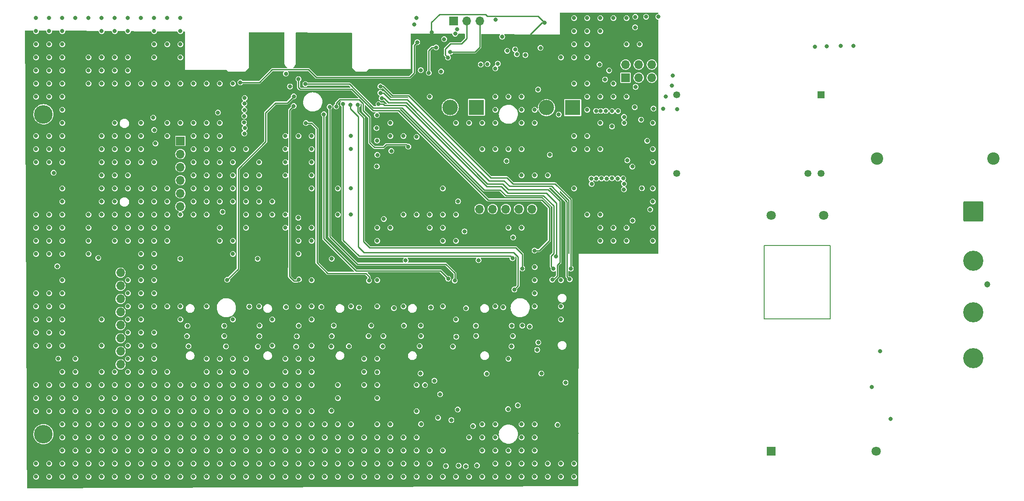
<source format=gbr>
%TF.GenerationSoftware,KiCad,Pcbnew,8.0.4*%
%TF.CreationDate,2024-09-18T10:43:36+01:00*%
%TF.ProjectId,Main_V44,4d61696e-5f56-4343-942e-6b696361645f,rev?*%
%TF.SameCoordinates,Original*%
%TF.FileFunction,Copper,L3,Inr*%
%TF.FilePolarity,Positive*%
%FSLAX46Y46*%
G04 Gerber Fmt 4.6, Leading zero omitted, Abs format (unit mm)*
G04 Created by KiCad (PCBNEW 8.0.4) date 2024-09-18 10:43:36*
%MOMM*%
%LPD*%
G01*
G04 APERTURE LIST*
G04 Aperture macros list*
%AMRoundRect*
0 Rectangle with rounded corners*
0 $1 Rounding radius*
0 $2 $3 $4 $5 $6 $7 $8 $9 X,Y pos of 4 corners*
0 Add a 4 corners polygon primitive as box body*
4,1,4,$2,$3,$4,$5,$6,$7,$8,$9,$2,$3,0*
0 Add four circle primitives for the rounded corners*
1,1,$1+$1,$2,$3*
1,1,$1+$1,$4,$5*
1,1,$1+$1,$6,$7*
1,1,$1+$1,$8,$9*
0 Add four rect primitives between the rounded corners*
20,1,$1+$1,$2,$3,$4,$5,0*
20,1,$1+$1,$4,$5,$6,$7,0*
20,1,$1+$1,$6,$7,$8,$9,0*
20,1,$1+$1,$8,$9,$2,$3,0*%
G04 Aperture macros list end*
%TA.AperFunction,NonConductor*%
%ADD10C,0.200000*%
%TD*%
%TA.AperFunction,ComponentPad*%
%ADD11R,3.000000X3.000000*%
%TD*%
%TA.AperFunction,ComponentPad*%
%ADD12C,3.000000*%
%TD*%
%TA.AperFunction,ComponentPad*%
%ADD13C,3.600000*%
%TD*%
%TA.AperFunction,ComponentPad*%
%ADD14RoundRect,0.250002X-1.699998X-1.699998X1.699998X-1.699998X1.699998X1.699998X-1.699998X1.699998X0*%
%TD*%
%TA.AperFunction,ComponentPad*%
%ADD15C,3.900000*%
%TD*%
%TA.AperFunction,ComponentPad*%
%ADD16R,1.700000X1.700000*%
%TD*%
%TA.AperFunction,ComponentPad*%
%ADD17O,1.700000X1.700000*%
%TD*%
%TA.AperFunction,ComponentPad*%
%ADD18C,2.400000*%
%TD*%
%TA.AperFunction,ComponentPad*%
%ADD19R,1.350000X1.350000*%
%TD*%
%TA.AperFunction,ComponentPad*%
%ADD20C,1.350000*%
%TD*%
%TA.AperFunction,ComponentPad*%
%ADD21R,1.800000X1.800000*%
%TD*%
%TA.AperFunction,ComponentPad*%
%ADD22C,1.800000*%
%TD*%
%TA.AperFunction,ViaPad*%
%ADD23C,0.800000*%
%TD*%
%TA.AperFunction,ViaPad*%
%ADD24C,1.200000*%
%TD*%
%TA.AperFunction,Conductor*%
%ADD25C,0.250000*%
%TD*%
G04 APERTURE END LIST*
D10*
X143500000Y-29400000D02*
X156300000Y-29400000D01*
X156300000Y-43700000D01*
X143500000Y-43700000D01*
X143500000Y-29400000D01*
D11*
%TO.N,Net-(C45-Pad2)*%
%TO.C,J27*%
X87800000Y-2667000D03*
D12*
%TO.N,Net-(C45-Pad1)*%
X82720000Y-2667000D03*
%TD*%
D13*
%TO.N,N/C*%
%TO.C,H1*%
X4000000Y-4000000D03*
%TD*%
D14*
%TO.N,/UR*%
%TO.C,J23*%
X184000000Y-22800000D03*
%TD*%
D15*
%TO.N,GNDS*%
%TO.C,J26*%
X184000000Y-51260000D03*
%TD*%
D16*
%TO.N,GND*%
%TO.C,J5*%
X116680000Y3085000D03*
D17*
X116680000Y5625000D03*
X119220000Y3085000D03*
X119220000Y5625000D03*
%TO.N,/+5V*%
X121760000Y3085000D03*
X121760000Y5625000D03*
%TD*%
D11*
%TO.N,Net-(C46-Pad2)*%
%TO.C,J28*%
X106451400Y-2717800D03*
D12*
%TO.N,Net-(C46-Pad1)*%
X101371400Y-2717800D03*
%TD*%
D18*
%TO.N,/UCC*%
%TO.C,C52*%
X187881600Y-12598400D03*
%TO.N,GNDS*%
X165381600Y-12598400D03*
%TD*%
D19*
%TO.N,/U5V_Iso*%
%TO.C,PS2*%
X154510000Y-250000D03*
D20*
%TO.N,GND*%
X126570000Y-250000D03*
%TO.N,/+5V*%
X126570000Y-15490000D03*
%TO.N,unconnected-(PS2-Pad23)*%
X151970000Y-15490000D03*
%TO.N,GND1*%
X154510000Y-15490000D03*
%TD*%
D16*
%TO.N,+3V3*%
%TO.C,J13*%
X85877000Y-22377800D03*
D17*
%TO.N,/BT_TxD*%
X88417000Y-22377800D03*
%TO.N,/BT_RxD*%
X90957000Y-22377800D03*
%TO.N,unconnected-(J13-Pad4)*%
X93497000Y-22377800D03*
%TO.N,unconnected-(J13-Pad5)*%
X96037000Y-22377800D03*
%TO.N,GND*%
X98577000Y-22377800D03*
%TD*%
D13*
%TO.N,N/C*%
%TO.C,H6*%
X4000000Y-66000000D03*
%TD*%
D21*
%TO.N,GNDS*%
%TO.C,PS1*%
X144830000Y-69327500D03*
D22*
%TO.N,/UCC*%
X165150000Y-69327500D03*
%TO.N,GND1*%
X154990000Y-23607500D03*
%TO.N,/U5V_Iso*%
X144830000Y-23607500D03*
%TD*%
D15*
%TO.N,/US*%
%TO.C,J24*%
X184000000Y-32400000D03*
%TD*%
D16*
%TO.N,Net-(J2-Pad13)*%
%TO.C,J4*%
X30505400Y-9169400D03*
D17*
%TO.N,Net-(J2-Pad12)*%
X30505400Y-11709400D03*
%TO.N,Net-(J2-Pad11)*%
X30505400Y-14249400D03*
%TO.N,GND*%
X30505400Y-16789400D03*
%TO.N,Net-(J2-Pad10)*%
X30505400Y-19329400D03*
%TO.N,Net-(J2-Pad9)*%
X30505400Y-21869400D03*
%TD*%
D15*
%TO.N,/UT*%
%TO.C,J25*%
X184000000Y-42400000D03*
%TD*%
D16*
%TO.N,+3V3*%
%TO.C,J15*%
X18925000Y-32180000D03*
D17*
%TO.N,GND*%
X18925000Y-34720000D03*
%TO.N,unconnected-(J15-Pad3)*%
X18925000Y-37260000D03*
%TO.N,GND*%
X18925000Y-39800000D03*
%TO.N,/UR+*%
X18925000Y-42340000D03*
%TO.N,GND*%
X18925000Y-44880000D03*
%TO.N,/US+*%
X18925000Y-47420000D03*
%TO.N,GND*%
X18925000Y-49960000D03*
%TO.N,/UT+*%
X18925000Y-52500000D03*
%TD*%
D16*
%TO.N,GND*%
%TO.C,J21*%
X83352400Y14071600D03*
D17*
%TO.N,Net-(J21-Pad2)*%
X85892400Y14071600D03*
%TO.N,Net-(J21-Pad3)*%
X88432400Y14071600D03*
%TD*%
D23*
%TO.N,GND*%
X33036300Y-18370000D03*
X50816300Y-59010000D03*
X104156300Y-43770000D03*
X111776300Y14650000D03*
X68596300Y-64090000D03*
X2556300Y-43770000D03*
X38116300Y-5670000D03*
X10176300Y-56470000D03*
X50816300Y-64090000D03*
X83836300Y-28530000D03*
X109236300Y-3130000D03*
X50816300Y-53930000D03*
X17796300Y-61550000D03*
X7636300Y-61550000D03*
X38116300Y-66630000D03*
X22876300Y-43770000D03*
X35576300Y-71710000D03*
X101616300Y-71710000D03*
X17796300Y-10750000D03*
X22876300Y-10750000D03*
X30496300Y-69170000D03*
X25416300Y-41230000D03*
X35576300Y-20910000D03*
X96536300Y-64090000D03*
X35576300Y1950000D03*
X10176300Y-66630000D03*
X55896300Y-36150000D03*
X7636300Y-20910000D03*
X20336300Y-23450000D03*
X22876300Y1950000D03*
X116382800Y-4521200D03*
X40656300Y-18370000D03*
X114316300Y14650000D03*
X35576300Y-18370000D03*
X85800000Y-41600000D03*
X2556300Y-46310000D03*
X91456300Y-66630000D03*
X17796300Y14650000D03*
X99076300Y-38690000D03*
X60976300Y-71710000D03*
X68596300Y-74250000D03*
X2556300Y-13290000D03*
X71136300Y-71710000D03*
X43196300Y-53930000D03*
X12716300Y14650000D03*
X58436300Y-69170000D03*
X33036300Y-71710000D03*
X25416300Y-46310000D03*
X20336300Y-15830000D03*
X15256300Y-66630000D03*
X55896300Y-56470000D03*
X76216300Y-66630000D03*
X35576300Y-53930000D03*
X2556300Y7030000D03*
X99076300Y-71710000D03*
X50816300Y-66630000D03*
X114316300Y-25990000D03*
X22876300Y-61550000D03*
X33036300Y-56470000D03*
X25416300Y-71710000D03*
X96536300Y-5670000D03*
X35576300Y-51390000D03*
X55896300Y-71710000D03*
X104156300Y-74250000D03*
X12716300Y-64090000D03*
X33036300Y-13290000D03*
X43196300Y-56470000D03*
X43196300Y-61550000D03*
X7636300Y-69170000D03*
X22876300Y-48850000D03*
X121936300Y-28530000D03*
X30496300Y-5670000D03*
X116856300Y-590000D03*
X27956300Y9570000D03*
X66056300Y-66630000D03*
X25416300Y-61550000D03*
X91456300Y-74250000D03*
X76216300Y-69170000D03*
X53356300Y-64090000D03*
X125806200Y3505200D03*
X17796300Y-13290000D03*
X38116300Y-61550000D03*
X15256300Y-74250000D03*
X27956300Y-23450000D03*
X17796300Y7030000D03*
X86376300Y-74250000D03*
X55896300Y-10750000D03*
X15256300Y-64090000D03*
X81296300Y-74250000D03*
X101616300Y-15830000D03*
X38116300Y-51390000D03*
X5096300Y4490000D03*
X91456300Y-64090000D03*
X12716300Y-56470000D03*
X91456300Y-5670000D03*
X99745800Y787400D03*
X91456300Y-41230000D03*
X60976300Y-74250000D03*
X20336300Y-53930000D03*
X99076300Y-66630000D03*
X7636300Y-56470000D03*
X48276300Y-69170000D03*
X27956300Y-71710000D03*
X60976300Y-69170000D03*
X12716300Y-31070000D03*
X48276300Y-56470000D03*
X17796300Y-56470000D03*
X53356300Y-51390000D03*
X63516300Y-23450000D03*
X33036300Y-8210000D03*
X106696300Y-8210000D03*
X15256300Y-69170000D03*
X22876300Y-28530000D03*
X7636300Y14650000D03*
X48276300Y-23450000D03*
X50816300Y-69170000D03*
X111776300Y-5670000D03*
X53356300Y-53930000D03*
X83836300Y-74250000D03*
X7636300Y-13290000D03*
X27956300Y-25990000D03*
X55896300Y-51390000D03*
X22876300Y-5670000D03*
X106696300Y12110000D03*
X22876300Y-74250000D03*
X5096300Y7030000D03*
X53356300Y-25990000D03*
X33036300Y-10750000D03*
X99076300Y-74250000D03*
X25416300Y14650000D03*
X2556300Y-48850000D03*
X40656300Y-20910000D03*
X55896300Y-53930000D03*
X7636300Y1950000D03*
X25675000Y-9650000D03*
X55896300Y-74250000D03*
X81889600Y-72186800D03*
X5096300Y9570000D03*
X27956300Y-41230000D03*
X45736300Y-74250000D03*
X55896300Y-43770000D03*
X27956300Y-53930000D03*
X114071400Y-3378200D03*
X104156300Y-36150000D03*
X5096300Y-23450000D03*
X7636300Y-36150000D03*
X7636300Y-28530000D03*
X55896300Y-25990000D03*
X68525000Y-14100000D03*
X27956300Y-5670000D03*
X25450000Y-7050000D03*
X86376300Y-5670000D03*
X2556300Y-28530000D03*
X17796300Y-69170000D03*
X43196300Y-69170000D03*
X116856300Y14650000D03*
X10176300Y-71710000D03*
X73676300Y-69170000D03*
X38675000Y-22925000D03*
X30496300Y-43770000D03*
X12716300Y1950000D03*
X2556300Y1950000D03*
X20336300Y4490000D03*
X53356300Y-59010000D03*
X50816300Y-25990000D03*
X2556300Y-74250000D03*
X68596300Y-71710000D03*
X66056300Y-56470000D03*
X78756300Y-74250000D03*
X40656300Y-74250000D03*
X93996300Y-25990000D03*
X109236300Y-8210000D03*
X71136300Y-66630000D03*
X91456300Y-3130000D03*
X106696300Y-74250000D03*
X40656300Y-28530000D03*
X68625000Y-11875000D03*
X45736300Y-13290000D03*
X125679200Y1524000D03*
X20336300Y-25990000D03*
X91456300Y-10750000D03*
X30496300Y-74250000D03*
X111776300Y-590000D03*
X78756300Y-590000D03*
X96536300Y-3130000D03*
X78756300Y-25990000D03*
X12716300Y-25990000D03*
X71136300Y-25990000D03*
X22876300Y-41230000D03*
X78756300Y-69170000D03*
X5096300Y-13290000D03*
X22876300Y-59010000D03*
X58436300Y-66630000D03*
X33036300Y-69170000D03*
X22876300Y-33610000D03*
X60976300Y-18370000D03*
X7636300Y-10750000D03*
X58436300Y-71710000D03*
X91456300Y-71710000D03*
X25416300Y-64090000D03*
X96536300Y-74250000D03*
X33036300Y-5670000D03*
X7636300Y-23450000D03*
X2556300Y-56470000D03*
X38116300Y-53930000D03*
X81296300Y-18370000D03*
X96536300Y-15830000D03*
X63516300Y-74250000D03*
X7636300Y-46310000D03*
X68575000Y-9125000D03*
X22876300Y-53930000D03*
X5096300Y-25990000D03*
X40656300Y-69170000D03*
X65075000Y-41450000D03*
X17796300Y-59010000D03*
X50950000Y-41375000D03*
X40656300Y-43770000D03*
X22876300Y-13290000D03*
X25416300Y-18370000D03*
X38116300Y-25990000D03*
X25416300Y-48850000D03*
X60976300Y-64090000D03*
X87147400Y-64465200D03*
X20336300Y-43770000D03*
X53356300Y-69170000D03*
X43196300Y-25990000D03*
X17796300Y-25990000D03*
X22876300Y14650000D03*
X27956300Y-74250000D03*
X55896300Y-69170000D03*
X17796300Y12110000D03*
X17796300Y-18370000D03*
X20336300Y-71710000D03*
X5096300Y-56470000D03*
X5096300Y14650000D03*
X38116300Y-13290000D03*
X118440200Y-2616200D03*
X25416300Y-28530000D03*
X43196300Y-66630000D03*
X45736300Y-64090000D03*
X2556300Y-41230000D03*
X109236300Y14650000D03*
X38116300Y-10750000D03*
X15256300Y-13290000D03*
X22876300Y-8210000D03*
X5096300Y-10750000D03*
X45736300Y-41230000D03*
X116856300Y9570000D03*
X7636300Y-5670000D03*
X53356300Y-56470000D03*
X118567200Y14884400D03*
X63516300Y-71710000D03*
X20336300Y-61550000D03*
X25416300Y-33610000D03*
X7636300Y-41230000D03*
X73676300Y-23450000D03*
X33036300Y-74250000D03*
X10176300Y-61550000D03*
X53356300Y-31070000D03*
X22876300Y-31070000D03*
X73676300Y-66630000D03*
X40656300Y-15830000D03*
X96536300Y-10750000D03*
X17796300Y1950000D03*
X71136300Y-74250000D03*
X5096300Y12110000D03*
X40656300Y-31070000D03*
X15256300Y-53930000D03*
X63516300Y-64090000D03*
X5096300Y1950000D03*
X40656300Y-10750000D03*
X40656300Y-61550000D03*
X48276300Y-61550000D03*
X10176300Y-53930000D03*
X122072400Y-2895600D03*
X25416300Y-31070000D03*
X10176300Y-64090000D03*
X35576300Y-15830000D03*
X30496300Y7030000D03*
X10176300Y-74250000D03*
X20336300Y14650000D03*
X7636300Y-590000D03*
X109236300Y12110000D03*
X78756300Y-71710000D03*
X40656300Y-64090000D03*
X73676300Y-74250000D03*
X33036300Y-64090000D03*
X10176300Y-69170000D03*
X71136300Y-64090000D03*
X38116300Y-28530000D03*
X73676300Y-8210000D03*
X76216300Y-61550000D03*
X63516300Y-66630000D03*
X45736300Y-59010000D03*
X63516300Y-18370000D03*
X68596300Y-66630000D03*
X20336300Y-41230000D03*
X66056300Y-53930000D03*
X43196300Y-71710000D03*
X93996300Y-51390000D03*
X27956300Y-18370000D03*
X73676300Y-71710000D03*
X45736300Y-15830000D03*
X114316300Y-590000D03*
X81296300Y-41230000D03*
X20336300Y-56470000D03*
X40656300Y-66630000D03*
X7636300Y12110000D03*
X35576300Y-5670000D03*
X25416300Y-69170000D03*
X15256300Y-56470000D03*
X7636300Y4490000D03*
X35576300Y-74250000D03*
X99076300Y-33610000D03*
X118618000Y1295400D03*
X112014000Y-16433800D03*
X7636300Y7030000D03*
X38116300Y-20910000D03*
X33036300Y1950000D03*
X99076300Y-41230000D03*
X38116300Y-59010000D03*
X60976300Y-23450000D03*
X12716300Y-23450000D03*
X17796300Y-53930000D03*
X20336300Y-74250000D03*
X27956300Y-20910000D03*
X20336300Y-66630000D03*
X2556300Y-71710000D03*
X27956300Y-56470000D03*
X83836300Y-23450000D03*
X115163600Y-16459200D03*
X48276300Y-48850000D03*
X25416300Y-66630000D03*
X15256300Y1950000D03*
X33036300Y-61550000D03*
X76216300Y-56470000D03*
X106696300Y9570000D03*
X48276300Y-20910000D03*
X99076300Y-3130000D03*
X22876300Y-66630000D03*
X40656300Y-56470000D03*
X55896300Y-48850000D03*
X57799999Y-41349999D03*
X66056300Y-71710000D03*
X50816300Y-61550000D03*
X10176300Y-51390000D03*
X63516300Y-8210000D03*
X68596300Y-36150000D03*
X114316300Y-28530000D03*
X20336300Y-46310000D03*
X17796300Y-20910000D03*
X7636300Y-64090000D03*
X99076300Y-15830000D03*
X68596300Y-59010000D03*
X30496300Y9570000D03*
X60976300Y-56470000D03*
X25416300Y-23450000D03*
X30496300Y-71710000D03*
X59740800Y-61468000D03*
X20336300Y-59010000D03*
X48276300Y-66630000D03*
X109236300Y9570000D03*
X20336300Y-69170000D03*
X76216300Y-23450000D03*
X50816300Y-51390000D03*
X121936300Y-18370000D03*
X71136300Y-8210000D03*
X109236300Y1950000D03*
X106696300Y7030000D03*
X88916300Y-69170000D03*
X17796300Y-5670000D03*
X25416300Y-25990000D03*
X93996300Y-10750000D03*
X25416300Y9570000D03*
X20336300Y-18370000D03*
X12716300Y7030000D03*
X111776300Y-23450000D03*
X27956300Y-66630000D03*
X68596300Y-51390000D03*
X38116300Y-18370000D03*
X22876300Y-46310000D03*
X86376300Y-66630000D03*
X55896300Y-41230000D03*
X110058200Y-16484600D03*
X7636300Y-43770000D03*
X12716300Y-71710000D03*
X50816300Y-15830000D03*
X35576300Y-61550000D03*
X22876300Y-51390000D03*
X93996300Y-74250000D03*
X22876300Y-25990000D03*
X43196300Y-74250000D03*
X15256300Y-71710000D03*
X7636300Y-66630000D03*
X15256300Y14650000D03*
X111776300Y-10750000D03*
X53356300Y-8210000D03*
X5096300Y-48850000D03*
X43196300Y-15830000D03*
X25416300Y-59010000D03*
X15256300Y-23450000D03*
X96536300Y-66630000D03*
X7636300Y9570000D03*
X35576300Y-41230000D03*
X55896300Y-13290000D03*
X27956300Y14650000D03*
X27956300Y-69170000D03*
X2556300Y-61550000D03*
X27956300Y-64090000D03*
X15256300Y4490000D03*
X63516300Y-10750000D03*
X2556300Y-25990000D03*
X55896300Y-15830000D03*
X58436300Y-64090000D03*
X25416300Y-20910000D03*
X55896300Y-64090000D03*
X50816300Y-71710000D03*
X38116300Y-69170000D03*
X22876300Y-36150000D03*
X2556300Y9570000D03*
X78756300Y-23450000D03*
X25416300Y-13290000D03*
X2556300Y-59010000D03*
X85750400Y-72237600D03*
X121936300Y-13290000D03*
X117983000Y-14147800D03*
X88916300Y-66630000D03*
X40656300Y-51390000D03*
X20336300Y-36150000D03*
X5096300Y-8210000D03*
X63516300Y-69170000D03*
X73676300Y-41230000D03*
X58436300Y-74250000D03*
X116856300Y-28530000D03*
X20336300Y-13290000D03*
X40656300Y-59010000D03*
X40656300Y-71710000D03*
X12716300Y-74250000D03*
X22876300Y-71710000D03*
X109236300Y-23450000D03*
X30496300Y-64090000D03*
X68596300Y-56470000D03*
X17796300Y-23450000D03*
X121936300Y-20910000D03*
X104156300Y-71710000D03*
X15256300Y-59010000D03*
X43196300Y-64090000D03*
X2556300Y-10750000D03*
X12716300Y-61550000D03*
X25416300Y-51390000D03*
X7636300Y-8210000D03*
X30496300Y-59010000D03*
X15256300Y-61550000D03*
X45736300Y-18370000D03*
X55896300Y-8210000D03*
X96536300Y-25990000D03*
X99076300Y-36150000D03*
X22876300Y-64090000D03*
X43196300Y-23450000D03*
X123952000Y-2971800D03*
X33036300Y-15830000D03*
X43196300Y-20910000D03*
X99076300Y-69170000D03*
X53325000Y-24050000D03*
X12716300Y-66630000D03*
X35576300Y-66630000D03*
X68596300Y-28530000D03*
X55896300Y-66630000D03*
X35576300Y-13290000D03*
X111023400Y-16459200D03*
X15256300Y-8210000D03*
X17796300Y-71710000D03*
X30496300Y-41230000D03*
X2556300Y12110000D03*
X93000000Y-41400000D03*
X60976300Y-66630000D03*
X45736300Y-23450000D03*
X126669800Y-3022600D03*
X33036300Y-23450000D03*
X66056300Y-51390000D03*
X22876300Y-56470000D03*
X33036300Y-66630000D03*
X7636300Y-18370000D03*
X43196300Y-59010000D03*
X12716300Y-28530000D03*
X81296300Y-23450000D03*
X5096300Y-43770000D03*
X5096300Y-74250000D03*
X123012200Y14909800D03*
X53356300Y-74250000D03*
X50816300Y-8210000D03*
X43196300Y-51390000D03*
X2556300Y14650000D03*
X121936300Y-10750000D03*
X101616300Y-74250000D03*
X7636300Y-48850000D03*
X17796300Y-74250000D03*
X7636300Y-74250000D03*
X7636300Y-31070000D03*
X76216300Y-74250000D03*
X5096300Y-28530000D03*
X27956300Y-28530000D03*
X75742800Y13385800D03*
X112852200Y-3352800D03*
X20336300Y-8210000D03*
X109236300Y7030000D03*
X17796300Y-28530000D03*
X25416300Y7030000D03*
X27956300Y1950000D03*
X93996300Y-71710000D03*
X5096300Y-590000D03*
X25416300Y12110000D03*
X71136300Y-69170000D03*
X111776300Y12110000D03*
X15256300Y-10750000D03*
X2556300Y-23450000D03*
X33036300Y-59010000D03*
X5096300Y-61550000D03*
X113004600Y-16459200D03*
X68550000Y-4175000D03*
X30496300Y14650000D03*
X81296300Y-25990000D03*
X10176300Y14650000D03*
X106696300Y1950000D03*
X5096300Y-41230000D03*
X68596300Y-25990000D03*
X25416300Y-56470000D03*
X53356300Y-28530000D03*
X63516300Y-41230000D03*
X111776300Y-28530000D03*
X96536300Y-69170000D03*
X20336300Y-28530000D03*
X7636300Y-59010000D03*
X91456300Y-69170000D03*
X25416300Y-38690000D03*
X7636300Y-3130000D03*
X53356300Y-41230000D03*
X43196300Y-18370000D03*
X20336300Y-64090000D03*
X17796300Y-66630000D03*
X53356300Y-66630000D03*
X81296300Y-28530000D03*
X109236300Y-590000D03*
X22876300Y-69170000D03*
X7636300Y-71710000D03*
X17796300Y-64090000D03*
X20336300Y-48850000D03*
X20336300Y7030000D03*
X15256300Y-48850000D03*
X30496300Y1950000D03*
X93996300Y-590000D03*
X14625000Y-31850000D03*
X35576300Y-64090000D03*
X20336300Y1950000D03*
X50816300Y-23450000D03*
X50816300Y-56470000D03*
X20336300Y12110000D03*
X15256300Y-15830000D03*
X106696300Y14650000D03*
X40656300Y-53930000D03*
X55896300Y-28530000D03*
X2556300Y-38690000D03*
X25416300Y-53930000D03*
X110972600Y-3352800D03*
X71850000Y-41575000D03*
X35576300Y-59010000D03*
X100203000Y8864600D03*
X83836300Y-43770000D03*
X5096300Y-46310000D03*
X50816300Y-74250000D03*
X120650000Y14909800D03*
X116408200Y-5664200D03*
X99076300Y-64090000D03*
X96536300Y-71710000D03*
X17796300Y-15830000D03*
X27956300Y-61550000D03*
X10176300Y-59010000D03*
X106696300Y-18370000D03*
X35576300Y-8210000D03*
X121437400Y-22453600D03*
X33036300Y-20910000D03*
X43850000Y-41300000D03*
X35576300Y-69170000D03*
X35576300Y-23450000D03*
X25250000Y-4650000D03*
X20336300Y-51390000D03*
X116205000Y-16433800D03*
X76216300Y14650000D03*
X30496300Y12110000D03*
X25416300Y-74250000D03*
X17796300Y4490000D03*
X106696300Y-71710000D03*
X115214400Y-3378200D03*
X71136300Y-5670000D03*
X111861600Y-3352800D03*
X111776300Y-25990000D03*
X50816300Y-10750000D03*
X20336300Y-38690000D03*
X104156300Y-41230000D03*
X45736300Y-66630000D03*
X76216300Y-71710000D03*
X55896300Y-61550000D03*
X48276300Y-59010000D03*
X66056300Y-69170000D03*
X45736300Y-20910000D03*
X25416300Y-36150000D03*
X15256300Y-18370000D03*
X110109000Y-17500600D03*
X27956300Y-59010000D03*
X119396300Y9570000D03*
X88916300Y-5670000D03*
X7636300Y-25990000D03*
X2556300Y-31070000D03*
X27956300Y-8210000D03*
X91456300Y-590000D03*
X55896300Y-18370000D03*
X40656300Y1950000D03*
X48276300Y-43770000D03*
X53356300Y-71710000D03*
X88916300Y-74250000D03*
X53356300Y-61550000D03*
X35576300Y-10750000D03*
X109236300Y-10750000D03*
X45736300Y-61550000D03*
X48276300Y-74250000D03*
X68596300Y-69170000D03*
X22876300Y-38690000D03*
X88916300Y-64090000D03*
X5096300Y-59010000D03*
X22876300Y-20910000D03*
X22876300Y-18370000D03*
X79000000Y-41450000D03*
X96536300Y-590000D03*
X114316300Y1950000D03*
X50816300Y-13290000D03*
X30496300Y-56470000D03*
X66056300Y-74250000D03*
X68596300Y-41230000D03*
X40656300Y-13290000D03*
X2556300Y4490000D03*
X38116300Y-64090000D03*
X30496300Y-23450000D03*
X2556300Y-590000D03*
X30496300Y-61550000D03*
X5096300Y-31070000D03*
X7636300Y-53930000D03*
X48276300Y-64090000D03*
X38116300Y-8210000D03*
X124476300Y-590000D03*
X38116300Y-15830000D03*
X45736300Y-71710000D03*
X116382800Y-17475200D03*
X94919800Y-27889200D03*
X104156300Y7030000D03*
X99076300Y-5670000D03*
X38116300Y-74250000D03*
X48276300Y-71710000D03*
X121936300Y-5670000D03*
X15256300Y12110000D03*
X83836300Y-5670000D03*
X15256300Y7030000D03*
X93996300Y-69170000D03*
X114046000Y-16408400D03*
X43196300Y-10750000D03*
X60976300Y-59010000D03*
X68475000Y-6675000D03*
X38116300Y-71710000D03*
X2556300Y-8210000D03*
X5096300Y-71710000D03*
X5096300Y-38690000D03*
X30496300Y-66630000D03*
X88916300Y-10750000D03*
X116856300Y-25990000D03*
X45736300Y-56470000D03*
X12716300Y-69170000D03*
X7636300Y-38690000D03*
X22876300Y-23450000D03*
X20336300Y-10750000D03*
X35576300Y-56470000D03*
X12716300Y4490000D03*
X106696300Y-10750000D03*
X45736300Y-69170000D03*
X121936300Y-25990000D03*
X38116300Y1950000D03*
X38116300Y-56470000D03*
X116357400Y-18567400D03*
X17796300Y-8210000D03*
X25416300Y1950000D03*
X15256300Y-20910000D03*
X15256300Y-43770000D03*
X118516400Y12852400D03*
X81296300Y-69170000D03*
%TO.N,/SDAT7*%
X60680600Y-2489200D03*
X74625200Y-10287000D03*
%TO.N,+3V3*%
X3810000Y-20040600D03*
X78765400Y-65887600D03*
X43713400Y-28956000D03*
X74396600Y-12395200D03*
X121920000Y-1041400D03*
X55956200Y-30048200D03*
X107162600Y-65811400D03*
X71399400Y-60706000D03*
X71780400Y-28981400D03*
X98628200Y7823200D03*
X85852000Y-28752800D03*
X112979200Y-21767800D03*
X122555000Y6934200D03*
X38709600Y-30048200D03*
X14528800Y-25552400D03*
X1930400Y-54508400D03*
X107035600Y-58521600D03*
X101015800Y13716000D03*
X50673000Y-28879800D03*
X82780000Y-58610000D03*
X110109000Y-21717000D03*
X105333800Y-52298600D03*
X79171800Y11861800D03*
X99999800Y-26644600D03*
X111074200Y-21767800D03*
X108127800Y-26695400D03*
X119989600Y-27762200D03*
X112039400Y-21793200D03*
X84505800Y6223000D03*
X40081200Y-26416000D03*
X78917800Y-29159200D03*
X1828800Y-36576000D03*
X55981600Y-31140400D03*
X64338200Y-61468000D03*
X26974800Y-31369000D03*
X92989400Y-28930600D03*
X93750000Y-58710000D03*
%TO.N,/uDTR*%
X42950000Y-850000D03*
%TO.N,/uDCD*%
X42900000Y-1950000D03*
%TO.N,/uPWRKEY*%
X42875000Y-4350000D03*
%TO.N,/Alim*%
X42900000Y-7725000D03*
%TO.N,/uStatus*%
X42900000Y-3150000D03*
%TO.N,/RxD*%
X42975000Y-6675000D03*
%TO.N,/TxD*%
X42825000Y-5600000D03*
%TO.N,/SYN*%
X94800000Y-31900000D03*
X61976000Y-1981200D03*
%TO.N,/SCL*%
X96675000Y-33900000D03*
X64846200Y-2133600D03*
%TO.N,/SDAT2*%
X52451000Y-533400D03*
X39575000Y-36100000D03*
%TO.N,/SCS*%
X63398400Y-2159000D03*
X95150000Y-37975000D03*
%TO.N,/SDAT3*%
X53450000Y-36025000D03*
X52425600Y-2387600D03*
%TO.N,/SDAT4*%
X54813200Y-5715000D03*
X67025000Y-36250000D03*
%TO.N,/SDAT5*%
X58267600Y-4013200D03*
X82350000Y-35875000D03*
%TO.N,/SDAT6*%
X59410600Y-2565400D03*
X83625000Y-36250000D03*
D24*
%TO.N,/UCC*%
X186690000Y-36957000D03*
D23*
%TO.N,/UR*%
X165938200Y-49911000D03*
%TO.N,/US*%
X164375000Y-56875000D03*
%TO.N,/UT*%
X168000000Y-63075000D03*
%TO.N,/UR+*%
X96672400Y-44958000D03*
X67437000Y-44958000D03*
X77038200Y-44958000D03*
X87706200Y-45008800D03*
X94640400Y-45008800D03*
X53407400Y-45000000D03*
X38989000Y-45008800D03*
X73758200Y-44980000D03*
X31877000Y-45008800D03*
X60198000Y-44958000D03*
X45821600Y-44958000D03*
%TO.N,/US+*%
X66929000Y-46990000D03*
X45796200Y-47015400D03*
X69799200Y-46990000D03*
X87731600Y-46964600D03*
X94843600Y-46990000D03*
X31775400Y-47015400D03*
X77063600Y-46990000D03*
X83910000Y-47140000D03*
X59791600Y-47015400D03*
X53035200Y-47040800D03*
X38989000Y-46990000D03*
X98120200Y-45161200D03*
%TO.N,/RS485_RxD*%
X80010000Y8940800D03*
X78587600Y4038600D03*
%TO.N,/SCLK*%
X105867200Y-35991800D03*
X69215000Y152400D03*
%TO.N,/MISO*%
X69469000Y-889000D03*
X102489000Y-36068000D03*
%TO.N,/MOSI*%
X68859400Y-2032000D03*
X103230000Y-31580000D03*
%TO.N,/SS*%
X102717600Y-33959800D03*
X54701811Y1863989D03*
%TO.N,/RS485_TxD*%
X111640000Y5640000D03*
X83693000Y11607800D03*
X77038200Y4546600D03*
%TO.N,/RS485_DE*%
X112700000Y2730000D03*
%TO.N,/BT_RxD*%
X84251800Y-20878800D03*
%TO.N,/UT+*%
X83261200Y-49022000D03*
X69660000Y-49000000D03*
X99796600Y-48234600D03*
X63119000Y-48971200D03*
X32080200Y-48971200D03*
X76809600Y-48945800D03*
X94589600Y-48996600D03*
X52908200Y-49047400D03*
X59715400Y-49022000D03*
X45516800Y-49022000D03*
X39344600Y-48996600D03*
%TO.N,/ADE_Reset*%
X99060000Y-30429200D03*
X53365400Y2819400D03*
X30480000Y-32004000D03*
X88214200Y-32283400D03*
X59787600Y-32000000D03*
X74117200Y-32308800D03*
X45466000Y-32004000D03*
%TO.N,/Enable*%
X103733600Y-4038600D03*
X118033800Y-24612600D03*
%TO.N,/BT_RTS*%
X84048600Y12496800D03*
X76352400Y9956800D03*
X42113200Y2184400D03*
%TO.N,/InfoV*%
X69870000Y-24290000D03*
X85496400Y-26720800D03*
X80780000Y-58290000D03*
X80375000Y-62825000D03*
X51714400Y1371600D03*
%TO.N,/+5V*%
X119837200Y-18338800D03*
X119684800Y-5054600D03*
X117017800Y-12928600D03*
X102006400Y-11861800D03*
%TO.N,/+3V67*%
X76225400Y-8382000D03*
X120878600Y-9144000D03*
X114046000Y-6350000D03*
%TO.N,/L1*%
X87909400Y-72085200D03*
X95825000Y-60425000D03*
%TO.N,/L2*%
X82956400Y-63296800D03*
X84175600Y-61239400D03*
%TO.N,/L3*%
X77110000Y-64070000D03*
X84353400Y-72110600D03*
%TO.N,/Vin*%
X153339800Y9093200D03*
%TO.N,/IRQ1*%
X69215000Y1397000D03*
X106070400Y-33934400D03*
%TO.N,/iUR-*%
X99568000Y-49682400D03*
X105054400Y-56032400D03*
%TO.N,/iUS-*%
X103505000Y-64211200D03*
X93950000Y-61150000D03*
%TO.N,/iUT-*%
X79675000Y-55650000D03*
X77850000Y-56500000D03*
%TO.N,Earth*%
X160807400Y9245600D03*
%TO.N,/+3V3_UC*%
X50927000Y3860800D03*
X37769800Y-3683000D03*
%TO.N,Net-(LED1-Pad4)*%
X5969000Y-15341600D03*
%TO.N,Net-(LED2-Pad4)*%
X6680200Y-33477200D03*
%TO.N,Net-(LED3-Pad4)*%
X6883400Y-51358800D03*
%TO.N,/-3V3*%
X89790000Y-54290000D03*
X76980000Y-54250000D03*
X68605000Y-53985000D03*
X100370000Y-54240000D03*
%TO.N,Net-(K1-Pad1)*%
X93625400Y-13080000D03*
X71348600Y-11125200D03*
%TO.N,/B-*%
X155625800Y9194800D03*
%TO.N,/A+*%
X158343600Y9296400D03*
%TO.N,Net-(C45-Pad1)*%
X95300800Y8585200D03*
%TO.N,Net-(C45-Pad2)*%
X95631000Y7645400D03*
%TO.N,/SDIx*%
X91465400Y4876800D03*
X93776800Y8305800D03*
%TO.N,/SCLKx*%
X91948000Y5791200D03*
X92786200Y11023600D03*
%TO.N,/RDY1*%
X89941400Y5740400D03*
X97282000Y7467600D03*
%TO.N,/RDY2*%
X88646000Y5638800D03*
X91516200Y14351000D03*
%TO.N,/ISO_Txd*%
X113512600Y4495800D03*
X80975200Y4292600D03*
X81559400Y10566400D03*
%TO.N,Net-(J21-Pad2)*%
X82296000Y7010400D03*
%TO.N,Net-(J21-Pad3)*%
X82753200Y8077200D03*
%TD*%
D25*
%TO.N,/SDAT7*%
X69824600Y-10414000D02*
X70358000Y-9880600D01*
X65887600Y-1955800D02*
X65100200Y-1168400D01*
X61341000Y-1168400D02*
X60680600Y-1828800D01*
X60680600Y-1828800D02*
X60680600Y-2489200D01*
X65100200Y-1168400D02*
X61341000Y-1168400D01*
X67132200Y-8051800D02*
X67132200Y-4546600D01*
X70358000Y-9880600D02*
X74218800Y-9880600D01*
X67132200Y-8051800D02*
X67132200Y-9499600D01*
X65887600Y-3302000D02*
X65887600Y-1955800D01*
X67132200Y-9499600D02*
X68046600Y-10414000D01*
X74218800Y-9880600D02*
X74625200Y-10287000D01*
X68046600Y-10414000D02*
X69824600Y-10414000D01*
X67132200Y-4546600D02*
X65887600Y-3302000D01*
%TO.N,+3V3*%
X79095600Y13792200D02*
X80670400Y15367000D01*
X98196400Y8255000D02*
X98628200Y7823200D01*
X79095600Y11938000D02*
X79095600Y13792200D01*
X80670400Y15367000D02*
X89611200Y15367000D01*
X99695000Y15036800D02*
X101015800Y13716000D01*
X98196400Y11430000D02*
X98196400Y8255000D01*
X89611200Y15367000D02*
X89941400Y15036800D01*
X101015800Y13716000D02*
X100482400Y13716000D01*
X100482400Y13716000D02*
X98196400Y11430000D01*
X89941400Y15036800D02*
X99695000Y15036800D01*
X79171800Y11861800D02*
X79095600Y11938000D01*
%TO.N,/SYN*%
X61976000Y-1981200D02*
X61976000Y-28397200D01*
X65074800Y-31496000D02*
X94396000Y-31496000D01*
X61976000Y-28397200D02*
X65074800Y-31496000D01*
X94396000Y-31496000D02*
X94800000Y-31900000D01*
%TO.N,/SCL*%
X65963800Y-28676600D02*
X67132200Y-29845000D01*
X67132200Y-29845000D02*
X95402400Y-29845000D01*
X96675000Y-31117600D02*
X96675000Y-33900000D01*
X65963800Y-4673600D02*
X65963800Y-28676600D01*
X64846200Y-2133600D02*
X64846200Y-3556000D01*
X95402400Y-29845000D02*
X96675000Y-31117600D01*
X64846200Y-3556000D02*
X65963800Y-4673600D01*
%TO.N,/SDAT2*%
X41706800Y-33968200D02*
X41706800Y-14630400D01*
X39575000Y-36100000D02*
X41706800Y-33968200D01*
X47015400Y-3683000D02*
X48895000Y-1803400D01*
X41706800Y-14630400D02*
X47015400Y-9321800D01*
X51181000Y-1803400D02*
X52451000Y-533400D01*
X47015400Y-9321800D02*
X47015400Y-3683000D01*
X50825400Y-1803400D02*
X51181000Y-1803400D01*
X48895000Y-1803400D02*
X50825400Y-1803400D01*
%TO.N,/SCS*%
X66040000Y-30784800D02*
X95021400Y-30784800D01*
X95021400Y-30784800D02*
X95859600Y-31623000D01*
X95859600Y-37265400D02*
X95150000Y-37975000D01*
X95859600Y-31623000D02*
X95859600Y-37265400D01*
X63398400Y-2159000D02*
X63398400Y-2946400D01*
X64922400Y-29667200D02*
X66040000Y-30784800D01*
X64922400Y-4470400D02*
X64922400Y-29667200D01*
X63398400Y-2946400D02*
X64922400Y-4470400D01*
%TO.N,/SDAT3*%
X53153000Y-36322000D02*
X52476400Y-36322000D01*
X51638200Y-3175000D02*
X52425600Y-2387600D01*
X53450000Y-36025000D02*
X53153000Y-36322000D01*
X52476400Y-36322000D02*
X51612800Y-35458400D01*
X51638200Y-33807400D02*
X51638200Y-3175000D01*
X51612800Y-33832800D02*
X51638200Y-33807400D01*
X51612800Y-35458400D02*
X51612800Y-33832800D01*
%TO.N,/SDAT4*%
X55880000Y-5715000D02*
X54813200Y-5715000D01*
X67025000Y-36250000D02*
X67025000Y-35452800D01*
X66395600Y-34823400D02*
X59004200Y-34823400D01*
X56946800Y-6781800D02*
X55880000Y-5715000D01*
X56946800Y-32766000D02*
X56946800Y-6781800D01*
X59004200Y-34823400D02*
X56946800Y-32766000D01*
X67025000Y-35452800D02*
X66395600Y-34823400D01*
%TO.N,/SDAT5*%
X64516000Y-34366200D02*
X58267600Y-28117800D01*
X58267600Y-28117800D02*
X58267600Y-4013200D01*
X80841200Y-34366200D02*
X64516000Y-34366200D01*
X82350000Y-35875000D02*
X80841200Y-34366200D01*
%TO.N,/SDAT6*%
X59410600Y-27711400D02*
X59410600Y-2565400D01*
X83625000Y-34806200D02*
X81864200Y-33045400D01*
X81864200Y-33045400D02*
X64744600Y-33045400D01*
X83625000Y-36250000D02*
X83625000Y-34806200D01*
X64744600Y-33045400D02*
X59410600Y-27711400D01*
%TO.N,/RS485_RxD*%
X78587600Y8356600D02*
X78587600Y4038600D01*
X79171800Y8940800D02*
X78587600Y8356600D01*
X80010000Y8940800D02*
X79171800Y8940800D01*
%TO.N,/SCLK*%
X105333800Y-20955000D02*
X102323900Y-17945100D01*
X105867200Y-35991800D02*
X105333800Y-35458400D01*
X90220800Y-16916400D02*
X74422000Y-1117600D01*
X71094600Y-1117600D02*
X69824600Y152400D01*
X94195900Y-17945100D02*
X93167200Y-16916400D01*
X102323900Y-17945100D02*
X94195900Y-17945100D01*
X74422000Y-1117600D02*
X71094600Y-1117600D01*
X105333800Y-35458400D02*
X105333800Y-20955000D01*
X93167200Y-16916400D02*
X90220800Y-16916400D01*
X69824600Y152400D02*
X69215000Y152400D01*
%TO.N,/MISO*%
X103962200Y-32766000D02*
X103962200Y-20828000D01*
X103454200Y-35331400D02*
X103454200Y-33274000D01*
X70789800Y-1778000D02*
X69900800Y-889000D01*
X93954600Y-18567400D02*
X92862400Y-17475200D01*
X103454200Y-33274000D02*
X103962200Y-32766000D01*
X101701600Y-18567400D02*
X93954600Y-18567400D01*
X92862400Y-17475200D02*
X89941400Y-17475200D01*
X102717600Y-36068000D02*
X103454200Y-35331400D01*
X89941400Y-17475200D02*
X74244200Y-1778000D01*
X102489000Y-36068000D02*
X102717600Y-36068000D01*
X74244200Y-1778000D02*
X70789800Y-1778000D01*
X69900800Y-889000D02*
X69469000Y-889000D01*
X103962200Y-20828000D02*
X101701600Y-18567400D01*
%TO.N,/MOSI*%
X74066400Y-2286000D02*
X73863200Y-2286000D01*
X92252800Y-18034000D02*
X92278200Y-18008600D01*
X103327200Y-21234400D02*
X103327200Y-31482800D01*
X88277700Y-16497300D02*
X74066400Y-2286000D01*
X68859400Y-2032000D02*
X69723000Y-2032000D01*
X103327200Y-31482800D02*
X103230000Y-31580000D01*
X93878400Y-19253200D02*
X101346000Y-19253200D01*
X92633800Y-18008600D02*
X93878400Y-19253200D01*
X88277700Y-16497300D02*
X89814400Y-18034000D01*
X69977000Y-2286000D02*
X73863200Y-2286000D01*
X101346000Y-19253200D02*
X103327200Y-21234400D01*
X92278200Y-18008600D02*
X92633800Y-18008600D01*
X69723000Y-2032000D02*
X69977000Y-2286000D01*
X89814400Y-18034000D02*
X92252800Y-18034000D01*
%TO.N,/SS*%
X63246000Y1854200D02*
X54711600Y1854200D01*
X102270000Y-31435600D02*
X102768400Y-30937200D01*
X100787200Y-19786600D02*
X93522800Y-19786600D01*
X102270000Y-33512200D02*
X102717600Y-33959800D01*
X93522800Y-19786600D02*
X92405200Y-18669000D01*
X54711600Y1854200D02*
X54701811Y1863989D01*
X102768400Y-21767800D02*
X100787200Y-19786600D01*
X92405200Y-18669000D02*
X89331800Y-18669000D01*
X102768400Y-30937200D02*
X102768400Y-21767800D01*
X102270000Y-31435600D02*
X102270000Y-33512200D01*
X67843400Y-2743200D02*
X63246000Y1854200D01*
X73406000Y-2743200D02*
X67843400Y-2743200D01*
X89331800Y-18669000D02*
X73406000Y-2743200D01*
%TO.N,/ADE_Reset*%
X101900000Y-22042400D02*
X100457000Y-20599400D01*
X67818000Y-3302000D02*
X63627000Y889000D01*
X99949000Y-30429200D02*
X99060000Y-30429200D01*
X101900000Y-26131800D02*
X101900000Y-22042400D01*
X100457000Y-20599400D02*
X90043000Y-20599400D01*
X53670200Y889000D02*
X53365400Y1193800D01*
X101900000Y-28478200D02*
X99949000Y-30429200D01*
X53365400Y1193800D02*
X53365400Y2819400D01*
X101900000Y-26131800D02*
X101900000Y-28478200D01*
X63627000Y889000D02*
X53670200Y889000D01*
X72745600Y-3302000D02*
X67818000Y-3302000D01*
X90043000Y-20599400D02*
X72745600Y-3302000D01*
%TO.N,/BT_RTS*%
X76352400Y9956800D02*
X75742800Y9347200D01*
X55321200Y4648200D02*
X48285400Y4648200D01*
X48285400Y4648200D02*
X45821600Y2184400D01*
X74904600Y3149600D02*
X56819800Y3149600D01*
X45821600Y2184400D02*
X42113200Y2184400D01*
X75742800Y9347200D02*
X75742800Y3987800D01*
X56819800Y3149600D02*
X55321200Y4648200D01*
X75742800Y3987800D02*
X74904600Y3149600D01*
%TO.N,/IRQ1*%
X103047800Y-17475200D02*
X94894400Y-17475200D01*
X94894400Y-17475200D02*
X93700600Y-16281400D01*
X71551800Y-406400D02*
X69748400Y1397000D01*
X93700600Y-16281400D02*
X90551000Y-16281400D01*
X69748400Y1397000D02*
X69215000Y1397000D01*
X90551000Y-16281400D02*
X74676000Y-406400D01*
X106070400Y-20497800D02*
X103047800Y-17475200D01*
X106070400Y-33934400D02*
X106070400Y-20497800D01*
X74676000Y-406400D02*
X71551800Y-406400D01*
%TO.N,Net-(J21-Pad2)*%
X84912200Y9677400D02*
X85892400Y10657600D01*
X85892400Y10657600D02*
X85892400Y14071600D01*
X82296000Y7010400D02*
X81762600Y7543800D01*
X81762600Y8661400D02*
X82778600Y9677400D01*
X82778600Y9677400D02*
X84912200Y9677400D01*
X81762600Y7543800D02*
X81762600Y8661400D01*
%TO.N,Net-(J21-Pad3)*%
X87503000Y8077200D02*
X88432400Y9006600D01*
X82753200Y8077200D02*
X87503000Y8077200D01*
X88432400Y9006600D02*
X88432400Y14071600D01*
%TD*%
%TA.AperFunction,Conductor*%
%TO.N,+3V3*%
G36*
X105036626Y-21047442D02*
G01*
X105058018Y-21093318D01*
X105058300Y-21099768D01*
X105058300Y-31064200D01*
X104237700Y-31064200D01*
X104237700Y-20862420D01*
X104239122Y-20847983D01*
X104241675Y-20835149D01*
X104243097Y-20828000D01*
X104237700Y-20800867D01*
X104221715Y-20720505D01*
X104160824Y-20629376D01*
X104143882Y-20618056D01*
X104132671Y-20608855D01*
X103953600Y-20429784D01*
X103953600Y-19964416D01*
X105036626Y-21047442D01*
G37*
%TD.AperFunction*%
%TA.AperFunction,Conductor*%
G36*
X123027166Y15678287D02*
G01*
X123052476Y15634450D01*
X123053600Y15621600D01*
X123053600Y15535397D01*
X123036287Y15487831D01*
X122989259Y15462030D01*
X122873299Y15446763D01*
X122868491Y15446130D01*
X122734575Y15390661D01*
X122619579Y15302421D01*
X122531339Y15187425D01*
X122475870Y15053509D01*
X122456950Y14909800D01*
X122475870Y14766091D01*
X122531339Y14632175D01*
X122619579Y14517179D01*
X122734575Y14428939D01*
X122868491Y14373470D01*
X122873299Y14372837D01*
X122989259Y14357570D01*
X123034159Y14334196D01*
X123053600Y14284203D01*
X123053600Y-30990200D01*
X123036287Y-31037766D01*
X122992450Y-31063076D01*
X122979600Y-31064200D01*
X106345900Y-31064200D01*
X106345900Y-28530000D01*
X111221050Y-28530000D01*
X111239970Y-28673709D01*
X111295439Y-28807625D01*
X111383679Y-28922621D01*
X111498675Y-29010861D01*
X111632591Y-29066330D01*
X111776300Y-29085250D01*
X111781108Y-29084617D01*
X111915201Y-29066963D01*
X111920009Y-29066330D01*
X112053925Y-29010861D01*
X112168921Y-28922621D01*
X112257161Y-28807625D01*
X112312630Y-28673709D01*
X112331550Y-28530000D01*
X113761050Y-28530000D01*
X113779970Y-28673709D01*
X113835439Y-28807625D01*
X113923679Y-28922621D01*
X114038675Y-29010861D01*
X114172591Y-29066330D01*
X114316300Y-29085250D01*
X114321108Y-29084617D01*
X114455201Y-29066963D01*
X114460009Y-29066330D01*
X114593925Y-29010861D01*
X114708921Y-28922621D01*
X114797161Y-28807625D01*
X114852630Y-28673709D01*
X114871550Y-28530000D01*
X116301050Y-28530000D01*
X116319970Y-28673709D01*
X116375439Y-28807625D01*
X116463679Y-28922621D01*
X116578675Y-29010861D01*
X116712591Y-29066330D01*
X116856300Y-29085250D01*
X116861108Y-29084617D01*
X116995201Y-29066963D01*
X117000009Y-29066330D01*
X117133925Y-29010861D01*
X117248921Y-28922621D01*
X117337161Y-28807625D01*
X117392630Y-28673709D01*
X117411550Y-28530000D01*
X121381050Y-28530000D01*
X121399970Y-28673709D01*
X121455439Y-28807625D01*
X121543679Y-28922621D01*
X121658675Y-29010861D01*
X121792591Y-29066330D01*
X121936300Y-29085250D01*
X121941108Y-29084617D01*
X122075201Y-29066963D01*
X122080009Y-29066330D01*
X122213925Y-29010861D01*
X122328921Y-28922621D01*
X122417161Y-28807625D01*
X122472630Y-28673709D01*
X122491550Y-28530000D01*
X122472630Y-28386291D01*
X122417161Y-28252375D01*
X122328921Y-28137379D01*
X122213925Y-28049139D01*
X122080009Y-27993670D01*
X121936300Y-27974750D01*
X121792591Y-27993670D01*
X121658675Y-28049139D01*
X121543679Y-28137379D01*
X121455439Y-28252375D01*
X121399970Y-28386291D01*
X121381050Y-28530000D01*
X117411550Y-28530000D01*
X117392630Y-28386291D01*
X117337161Y-28252375D01*
X117248921Y-28137379D01*
X117133925Y-28049139D01*
X117000009Y-27993670D01*
X116856300Y-27974750D01*
X116712591Y-27993670D01*
X116578675Y-28049139D01*
X116463679Y-28137379D01*
X116375439Y-28252375D01*
X116319970Y-28386291D01*
X116301050Y-28530000D01*
X114871550Y-28530000D01*
X114852630Y-28386291D01*
X114797161Y-28252375D01*
X114708921Y-28137379D01*
X114593925Y-28049139D01*
X114460009Y-27993670D01*
X114316300Y-27974750D01*
X114172591Y-27993670D01*
X114038675Y-28049139D01*
X113923679Y-28137379D01*
X113835439Y-28252375D01*
X113779970Y-28386291D01*
X113761050Y-28530000D01*
X112331550Y-28530000D01*
X112312630Y-28386291D01*
X112257161Y-28252375D01*
X112168921Y-28137379D01*
X112053925Y-28049139D01*
X111920009Y-27993670D01*
X111776300Y-27974750D01*
X111632591Y-27993670D01*
X111498675Y-28049139D01*
X111383679Y-28137379D01*
X111295439Y-28252375D01*
X111239970Y-28386291D01*
X111221050Y-28530000D01*
X106345900Y-28530000D01*
X106345900Y-25990000D01*
X111221050Y-25990000D01*
X111239970Y-26133709D01*
X111295439Y-26267625D01*
X111383679Y-26382621D01*
X111498675Y-26470861D01*
X111632591Y-26526330D01*
X111776300Y-26545250D01*
X111781108Y-26544617D01*
X111915201Y-26526963D01*
X111920009Y-26526330D01*
X112053925Y-26470861D01*
X112168921Y-26382621D01*
X112257161Y-26267625D01*
X112312630Y-26133709D01*
X112331550Y-25990000D01*
X113761050Y-25990000D01*
X113779970Y-26133709D01*
X113835439Y-26267625D01*
X113923679Y-26382621D01*
X114038675Y-26470861D01*
X114172591Y-26526330D01*
X114316300Y-26545250D01*
X114321108Y-26544617D01*
X114455201Y-26526963D01*
X114460009Y-26526330D01*
X114593925Y-26470861D01*
X114708921Y-26382621D01*
X114797161Y-26267625D01*
X114852630Y-26133709D01*
X114871550Y-25990000D01*
X116301050Y-25990000D01*
X116319970Y-26133709D01*
X116375439Y-26267625D01*
X116463679Y-26382621D01*
X116578675Y-26470861D01*
X116712591Y-26526330D01*
X116856300Y-26545250D01*
X116861108Y-26544617D01*
X116995201Y-26526963D01*
X117000009Y-26526330D01*
X117133925Y-26470861D01*
X117248921Y-26382621D01*
X117337161Y-26267625D01*
X117392630Y-26133709D01*
X117411550Y-25990000D01*
X121381050Y-25990000D01*
X121399970Y-26133709D01*
X121455439Y-26267625D01*
X121543679Y-26382621D01*
X121658675Y-26470861D01*
X121792591Y-26526330D01*
X121936300Y-26545250D01*
X121941108Y-26544617D01*
X122075201Y-26526963D01*
X122080009Y-26526330D01*
X122213925Y-26470861D01*
X122328921Y-26382621D01*
X122417161Y-26267625D01*
X122472630Y-26133709D01*
X122491550Y-25990000D01*
X122472630Y-25846291D01*
X122417161Y-25712375D01*
X122328921Y-25597379D01*
X122213925Y-25509139D01*
X122080009Y-25453670D01*
X121936300Y-25434750D01*
X121792591Y-25453670D01*
X121658675Y-25509139D01*
X121543679Y-25597379D01*
X121455439Y-25712375D01*
X121399970Y-25846291D01*
X121381050Y-25990000D01*
X117411550Y-25990000D01*
X117392630Y-25846291D01*
X117337161Y-25712375D01*
X117248921Y-25597379D01*
X117133925Y-25509139D01*
X117000009Y-25453670D01*
X116856300Y-25434750D01*
X116712591Y-25453670D01*
X116578675Y-25509139D01*
X116463679Y-25597379D01*
X116375439Y-25712375D01*
X116319970Y-25846291D01*
X116301050Y-25990000D01*
X114871550Y-25990000D01*
X114852630Y-25846291D01*
X114797161Y-25712375D01*
X114708921Y-25597379D01*
X114593925Y-25509139D01*
X114460009Y-25453670D01*
X114316300Y-25434750D01*
X114172591Y-25453670D01*
X114038675Y-25509139D01*
X113923679Y-25597379D01*
X113835439Y-25712375D01*
X113779970Y-25846291D01*
X113761050Y-25990000D01*
X112331550Y-25990000D01*
X112312630Y-25846291D01*
X112257161Y-25712375D01*
X112168921Y-25597379D01*
X112053925Y-25509139D01*
X111920009Y-25453670D01*
X111776300Y-25434750D01*
X111632591Y-25453670D01*
X111498675Y-25509139D01*
X111383679Y-25597379D01*
X111295439Y-25712375D01*
X111239970Y-25846291D01*
X111221050Y-25990000D01*
X106345900Y-25990000D01*
X106345900Y-24612600D01*
X117478550Y-24612600D01*
X117497470Y-24756309D01*
X117552939Y-24890225D01*
X117641179Y-25005221D01*
X117756175Y-25093461D01*
X117890091Y-25148930D01*
X118033800Y-25167850D01*
X118038608Y-25167217D01*
X118172701Y-25149563D01*
X118177509Y-25148930D01*
X118311425Y-25093461D01*
X118426421Y-25005221D01*
X118514661Y-24890225D01*
X118570130Y-24756309D01*
X118589050Y-24612600D01*
X118570130Y-24468891D01*
X118514661Y-24334975D01*
X118426421Y-24219979D01*
X118311425Y-24131739D01*
X118177509Y-24076270D01*
X118033800Y-24057350D01*
X117890091Y-24076270D01*
X117756175Y-24131739D01*
X117641179Y-24219979D01*
X117552939Y-24334975D01*
X117497470Y-24468891D01*
X117478550Y-24612600D01*
X106345900Y-24612600D01*
X106345900Y-23450000D01*
X108681050Y-23450000D01*
X108699970Y-23593709D01*
X108755439Y-23727625D01*
X108843679Y-23842621D01*
X108958675Y-23930861D01*
X109092591Y-23986330D01*
X109236300Y-24005250D01*
X109241108Y-24004617D01*
X109375201Y-23986963D01*
X109380009Y-23986330D01*
X109513925Y-23930861D01*
X109628921Y-23842621D01*
X109717161Y-23727625D01*
X109772630Y-23593709D01*
X109791550Y-23450000D01*
X111221050Y-23450000D01*
X111239970Y-23593709D01*
X111295439Y-23727625D01*
X111383679Y-23842621D01*
X111498675Y-23930861D01*
X111632591Y-23986330D01*
X111776300Y-24005250D01*
X111781108Y-24004617D01*
X111915201Y-23986963D01*
X111920009Y-23986330D01*
X112053925Y-23930861D01*
X112168921Y-23842621D01*
X112257161Y-23727625D01*
X112312630Y-23593709D01*
X112331550Y-23450000D01*
X112312630Y-23306291D01*
X112257161Y-23172375D01*
X112168921Y-23057379D01*
X112053925Y-22969139D01*
X111920009Y-22913670D01*
X111776300Y-22894750D01*
X111632591Y-22913670D01*
X111498675Y-22969139D01*
X111383679Y-23057379D01*
X111295439Y-23172375D01*
X111239970Y-23306291D01*
X111221050Y-23450000D01*
X109791550Y-23450000D01*
X109772630Y-23306291D01*
X109717161Y-23172375D01*
X109628921Y-23057379D01*
X109513925Y-22969139D01*
X109380009Y-22913670D01*
X109236300Y-22894750D01*
X109092591Y-22913670D01*
X108958675Y-22969139D01*
X108843679Y-23057379D01*
X108755439Y-23172375D01*
X108699970Y-23306291D01*
X108681050Y-23450000D01*
X106345900Y-23450000D01*
X106345900Y-22453600D01*
X120882150Y-22453600D01*
X120901070Y-22597309D01*
X120956539Y-22731225D01*
X121044779Y-22846221D01*
X121159775Y-22934461D01*
X121293691Y-22989930D01*
X121437400Y-23008850D01*
X121442208Y-23008217D01*
X121576301Y-22990563D01*
X121581109Y-22989930D01*
X121715025Y-22934461D01*
X121830021Y-22846221D01*
X121918261Y-22731225D01*
X121973730Y-22597309D01*
X121992650Y-22453600D01*
X121973730Y-22309891D01*
X121918261Y-22175975D01*
X121830021Y-22060979D01*
X121715025Y-21972739D01*
X121581109Y-21917270D01*
X121437400Y-21898350D01*
X121293691Y-21917270D01*
X121159775Y-21972739D01*
X121044779Y-22060979D01*
X120956539Y-22175975D01*
X120901070Y-22309891D01*
X120882150Y-22453600D01*
X106345900Y-22453600D01*
X106345900Y-20910000D01*
X121381050Y-20910000D01*
X121399970Y-21053709D01*
X121455439Y-21187625D01*
X121543679Y-21302621D01*
X121658675Y-21390861D01*
X121792591Y-21446330D01*
X121936300Y-21465250D01*
X121941108Y-21464617D01*
X122075201Y-21446963D01*
X122080009Y-21446330D01*
X122213925Y-21390861D01*
X122328921Y-21302621D01*
X122417161Y-21187625D01*
X122472630Y-21053709D01*
X122491550Y-20910000D01*
X122472630Y-20766291D01*
X122417161Y-20632375D01*
X122328921Y-20517379D01*
X122213925Y-20429139D01*
X122080009Y-20373670D01*
X121936300Y-20354750D01*
X121792591Y-20373670D01*
X121658675Y-20429139D01*
X121543679Y-20517379D01*
X121455439Y-20632375D01*
X121399970Y-20766291D01*
X121381050Y-20910000D01*
X106345900Y-20910000D01*
X106345900Y-20532220D01*
X106347322Y-20517783D01*
X106349875Y-20504949D01*
X106351297Y-20497800D01*
X106339613Y-20439060D01*
X106329915Y-20390305D01*
X106269024Y-20299176D01*
X106252082Y-20287856D01*
X106240871Y-20278655D01*
X104332216Y-18370000D01*
X106141050Y-18370000D01*
X106159970Y-18513709D01*
X106215439Y-18647625D01*
X106303679Y-18762621D01*
X106418675Y-18850861D01*
X106552591Y-18906330D01*
X106696300Y-18925250D01*
X106701108Y-18924617D01*
X106835201Y-18906963D01*
X106840009Y-18906330D01*
X106973925Y-18850861D01*
X107088921Y-18762621D01*
X107177161Y-18647625D01*
X107232630Y-18513709D01*
X107251550Y-18370000D01*
X107232630Y-18226291D01*
X107177161Y-18092375D01*
X107088921Y-17977379D01*
X106973925Y-17889139D01*
X106865939Y-17844410D01*
X106844490Y-17835526D01*
X106840009Y-17833670D01*
X106696300Y-17814750D01*
X106552591Y-17833670D01*
X106548110Y-17835526D01*
X106526661Y-17844410D01*
X106418675Y-17889139D01*
X106303679Y-17977379D01*
X106215439Y-18092375D01*
X106159970Y-18226291D01*
X106141050Y-18370000D01*
X104332216Y-18370000D01*
X103953600Y-17991384D01*
X103953600Y-16484600D01*
X109502950Y-16484600D01*
X109521870Y-16628309D01*
X109577339Y-16762225D01*
X109665579Y-16877221D01*
X109764835Y-16953383D01*
X109792032Y-16996073D01*
X109785425Y-17046259D01*
X109764834Y-17070798D01*
X109716379Y-17107979D01*
X109628139Y-17222975D01*
X109572670Y-17356891D01*
X109553750Y-17500600D01*
X109572670Y-17644309D01*
X109628139Y-17778225D01*
X109716379Y-17893221D01*
X109831375Y-17981461D01*
X109965291Y-18036930D01*
X110109000Y-18055850D01*
X110113808Y-18055217D01*
X110247901Y-18037563D01*
X110252709Y-18036930D01*
X110386625Y-17981461D01*
X110501621Y-17893221D01*
X110589861Y-17778225D01*
X110645330Y-17644309D01*
X110664250Y-17500600D01*
X110645330Y-17356891D01*
X110589861Y-17222975D01*
X110501621Y-17107979D01*
X110402365Y-17031817D01*
X110375168Y-16989127D01*
X110381775Y-16938941D01*
X110402366Y-16914402D01*
X110405880Y-16911706D01*
X110450821Y-16877221D01*
X110491837Y-16823768D01*
X110534529Y-16796571D01*
X110584715Y-16803179D01*
X110609253Y-16823768D01*
X110630779Y-16851821D01*
X110745775Y-16940061D01*
X110831503Y-16975570D01*
X110864233Y-16989127D01*
X110879691Y-16995530D01*
X111023400Y-17014450D01*
X111028208Y-17013817D01*
X111162301Y-16996163D01*
X111167109Y-16995530D01*
X111182568Y-16989127D01*
X111215297Y-16975570D01*
X111301025Y-16940061D01*
X111416021Y-16851821D01*
X111469737Y-16781817D01*
X111512428Y-16754619D01*
X111562614Y-16761226D01*
X111587153Y-16781817D01*
X111621379Y-16826421D01*
X111736375Y-16914661D01*
X111870291Y-16970130D01*
X112014000Y-16989050D01*
X112018808Y-16988417D01*
X112152901Y-16970763D01*
X112157709Y-16970130D01*
X112291625Y-16914661D01*
X112406621Y-16826421D01*
X112440847Y-16781817D01*
X112483539Y-16754619D01*
X112533725Y-16761226D01*
X112558262Y-16781816D01*
X112611979Y-16851821D01*
X112726975Y-16940061D01*
X112812703Y-16975570D01*
X112845433Y-16989127D01*
X112860891Y-16995530D01*
X113004600Y-17014450D01*
X113009408Y-17013817D01*
X113143501Y-16996163D01*
X113148309Y-16995530D01*
X113163768Y-16989127D01*
X113196497Y-16975570D01*
X113282225Y-16940061D01*
X113397221Y-16851821D01*
X113485461Y-16736825D01*
X113487370Y-16738290D01*
X113519366Y-16711421D01*
X113569985Y-16711402D01*
X113603409Y-16735899D01*
X113653379Y-16801021D01*
X113768375Y-16889261D01*
X113902291Y-16944730D01*
X114046000Y-16963650D01*
X114050808Y-16963017D01*
X114184901Y-16945363D01*
X114189709Y-16944730D01*
X114323625Y-16889261D01*
X114438621Y-16801021D01*
X114484926Y-16740675D01*
X114523907Y-16689875D01*
X114523908Y-16689874D01*
X114526861Y-16686025D01*
X114528718Y-16681542D01*
X114530037Y-16679257D01*
X114568813Y-16646720D01*
X114619432Y-16646720D01*
X114658209Y-16679257D01*
X114662490Y-16687939D01*
X114682739Y-16736825D01*
X114770979Y-16851821D01*
X114885975Y-16940061D01*
X114971703Y-16975570D01*
X115004433Y-16989127D01*
X115019891Y-16995530D01*
X115163600Y-17014450D01*
X115168408Y-17013817D01*
X115302501Y-16996163D01*
X115307309Y-16995530D01*
X115322768Y-16989127D01*
X115355497Y-16975570D01*
X115441225Y-16940061D01*
X115556221Y-16851821D01*
X115635338Y-16748714D01*
X115678028Y-16721517D01*
X115728214Y-16728124D01*
X115752752Y-16748714D01*
X115812379Y-16826421D01*
X115927375Y-16914661D01*
X115991865Y-16941373D01*
X116029186Y-16975570D01*
X116035793Y-17025756D01*
X116008595Y-17068448D01*
X115990179Y-17082579D01*
X115901939Y-17197575D01*
X115846470Y-17331491D01*
X115827550Y-17475200D01*
X115846470Y-17618909D01*
X115901939Y-17752825D01*
X115990179Y-17867821D01*
X115994030Y-17870776D01*
X116105016Y-17955939D01*
X116132214Y-17998631D01*
X116125607Y-18048817D01*
X116088285Y-18083014D01*
X116079775Y-18086539D01*
X115964779Y-18174779D01*
X115876539Y-18289775D01*
X115821070Y-18423691D01*
X115802150Y-18567400D01*
X115821070Y-18711109D01*
X115876539Y-18845025D01*
X115964779Y-18960021D01*
X116079775Y-19048261D01*
X116213691Y-19103730D01*
X116357400Y-19122650D01*
X116362208Y-19122017D01*
X116496301Y-19104363D01*
X116501109Y-19103730D01*
X116635025Y-19048261D01*
X116750021Y-18960021D01*
X116838261Y-18845025D01*
X116893730Y-18711109D01*
X116912650Y-18567400D01*
X116893730Y-18423691D01*
X116858568Y-18338800D01*
X119281950Y-18338800D01*
X119300870Y-18482509D01*
X119356339Y-18616425D01*
X119444579Y-18731421D01*
X119559575Y-18819661D01*
X119693491Y-18875130D01*
X119837200Y-18894050D01*
X119842008Y-18893417D01*
X119976101Y-18875763D01*
X119980909Y-18875130D01*
X120114825Y-18819661D01*
X120229821Y-18731421D01*
X120318061Y-18616425D01*
X120373530Y-18482509D01*
X120388342Y-18370000D01*
X121381050Y-18370000D01*
X121399970Y-18513709D01*
X121455439Y-18647625D01*
X121543679Y-18762621D01*
X121658675Y-18850861D01*
X121792591Y-18906330D01*
X121936300Y-18925250D01*
X121941108Y-18924617D01*
X122075201Y-18906963D01*
X122080009Y-18906330D01*
X122213925Y-18850861D01*
X122328921Y-18762621D01*
X122417161Y-18647625D01*
X122472630Y-18513709D01*
X122491550Y-18370000D01*
X122472630Y-18226291D01*
X122417161Y-18092375D01*
X122328921Y-17977379D01*
X122213925Y-17889139D01*
X122105939Y-17844410D01*
X122084490Y-17835526D01*
X122080009Y-17833670D01*
X121936300Y-17814750D01*
X121792591Y-17833670D01*
X121788110Y-17835526D01*
X121766661Y-17844410D01*
X121658675Y-17889139D01*
X121543679Y-17977379D01*
X121455439Y-18092375D01*
X121399970Y-18226291D01*
X121381050Y-18370000D01*
X120388342Y-18370000D01*
X120392450Y-18338800D01*
X120373530Y-18195091D01*
X120318061Y-18061175D01*
X120229821Y-17946179D01*
X120114825Y-17857939D01*
X119980909Y-17802470D01*
X119837200Y-17783550D01*
X119693491Y-17802470D01*
X119559575Y-17857939D01*
X119444579Y-17946179D01*
X119356339Y-18061175D01*
X119300870Y-18195091D01*
X119281950Y-18338800D01*
X116858568Y-18338800D01*
X116838261Y-18289775D01*
X116750021Y-18174779D01*
X116635184Y-18086661D01*
X116607986Y-18043969D01*
X116614593Y-17993783D01*
X116651915Y-17959586D01*
X116660425Y-17956061D01*
X116775421Y-17867821D01*
X116863661Y-17752825D01*
X116919130Y-17618909D01*
X116938050Y-17475200D01*
X116919130Y-17331491D01*
X116863661Y-17197575D01*
X116775421Y-17082579D01*
X116660425Y-16994339D01*
X116595935Y-16967627D01*
X116558614Y-16933430D01*
X116552007Y-16883244D01*
X116579205Y-16840552D01*
X116593770Y-16829376D01*
X116597621Y-16826421D01*
X116685861Y-16711425D01*
X116741330Y-16577509D01*
X116760250Y-16433800D01*
X116741330Y-16290091D01*
X116685861Y-16156175D01*
X116597621Y-16041179D01*
X116482625Y-15952939D01*
X116348709Y-15897470D01*
X116205000Y-15878550D01*
X116061291Y-15897470D01*
X115927375Y-15952939D01*
X115812379Y-16041179D01*
X115740189Y-16135259D01*
X115733263Y-16144285D01*
X115690572Y-16171483D01*
X115640386Y-16164876D01*
X115615847Y-16144285D01*
X115605481Y-16130775D01*
X115556221Y-16066579D01*
X115441225Y-15978339D01*
X115307309Y-15922870D01*
X115163600Y-15903950D01*
X115019891Y-15922870D01*
X114885975Y-15978339D01*
X114770979Y-16066579D01*
X114768024Y-16070430D01*
X114695553Y-16164876D01*
X114682739Y-16181575D01*
X114680882Y-16186058D01*
X114679563Y-16188343D01*
X114640787Y-16220880D01*
X114590168Y-16220880D01*
X114551391Y-16188343D01*
X114547110Y-16179661D01*
X114537391Y-16156198D01*
X114526861Y-16130775D01*
X114438621Y-16015779D01*
X114323625Y-15927539D01*
X114189709Y-15872070D01*
X114046000Y-15853150D01*
X113902291Y-15872070D01*
X113768375Y-15927539D01*
X113653379Y-16015779D01*
X113565139Y-16130775D01*
X113563230Y-16129310D01*
X113531234Y-16156179D01*
X113480615Y-16156198D01*
X113447190Y-16131700D01*
X113397221Y-16066579D01*
X113282225Y-15978339D01*
X113148309Y-15922870D01*
X113004600Y-15903950D01*
X112860891Y-15922870D01*
X112726975Y-15978339D01*
X112611979Y-16066579D01*
X112609024Y-16070430D01*
X112577753Y-16111183D01*
X112535061Y-16138381D01*
X112484875Y-16131774D01*
X112460337Y-16111183D01*
X112409576Y-16045030D01*
X112406621Y-16041179D01*
X112291625Y-15952939D01*
X112157709Y-15897470D01*
X112014000Y-15878550D01*
X111870291Y-15897470D01*
X111736375Y-15952939D01*
X111621379Y-16041179D01*
X111618424Y-16045030D01*
X111567663Y-16111183D01*
X111524972Y-16138381D01*
X111474786Y-16131774D01*
X111450247Y-16111183D01*
X111418976Y-16070430D01*
X111416021Y-16066579D01*
X111301025Y-15978339D01*
X111167109Y-15922870D01*
X111023400Y-15903950D01*
X110879691Y-15922870D01*
X110745775Y-15978339D01*
X110630779Y-16066579D01*
X110608334Y-16095830D01*
X110589763Y-16120032D01*
X110547071Y-16147229D01*
X110496885Y-16140621D01*
X110472347Y-16120032D01*
X110453774Y-16095827D01*
X110453773Y-16095826D01*
X110450821Y-16091979D01*
X110335825Y-16003739D01*
X110201909Y-15948270D01*
X110058200Y-15929350D01*
X109914491Y-15948270D01*
X109780575Y-16003739D01*
X109665579Y-16091979D01*
X109577339Y-16206975D01*
X109521870Y-16340891D01*
X109502950Y-16484600D01*
X103953600Y-16484600D01*
X103953600Y-14147800D01*
X117427750Y-14147800D01*
X117446670Y-14291509D01*
X117502139Y-14425425D01*
X117590379Y-14540421D01*
X117705375Y-14628661D01*
X117839291Y-14684130D01*
X117983000Y-14703050D01*
X117987808Y-14702417D01*
X118121901Y-14684763D01*
X118126709Y-14684130D01*
X118260625Y-14628661D01*
X118375621Y-14540421D01*
X118463861Y-14425425D01*
X118519330Y-14291509D01*
X118538250Y-14147800D01*
X118519330Y-14004091D01*
X118463861Y-13870175D01*
X118375621Y-13755179D01*
X118260625Y-13666939D01*
X118126709Y-13611470D01*
X117983000Y-13592550D01*
X117839291Y-13611470D01*
X117705375Y-13666939D01*
X117590379Y-13755179D01*
X117502139Y-13870175D01*
X117446670Y-14004091D01*
X117427750Y-14147800D01*
X103953600Y-14147800D01*
X103953600Y-12928600D01*
X116462550Y-12928600D01*
X116481470Y-13072309D01*
X116536939Y-13206225D01*
X116625179Y-13321221D01*
X116740175Y-13409461D01*
X116874091Y-13464930D01*
X117017800Y-13483850D01*
X117022608Y-13483217D01*
X117156701Y-13465563D01*
X117161509Y-13464930D01*
X117295425Y-13409461D01*
X117410421Y-13321221D01*
X117434378Y-13290000D01*
X121381050Y-13290000D01*
X121399970Y-13433709D01*
X121455439Y-13567625D01*
X121543679Y-13682621D01*
X121658675Y-13770861D01*
X121792591Y-13826330D01*
X121936300Y-13845250D01*
X121941108Y-13844617D01*
X122075201Y-13826963D01*
X122080009Y-13826330D01*
X122213925Y-13770861D01*
X122328921Y-13682621D01*
X122417161Y-13567625D01*
X122472630Y-13433709D01*
X122491550Y-13290000D01*
X122472630Y-13146291D01*
X122417161Y-13012375D01*
X122328921Y-12897379D01*
X122213925Y-12809139D01*
X122080009Y-12753670D01*
X121936300Y-12734750D01*
X121792591Y-12753670D01*
X121658675Y-12809139D01*
X121543679Y-12897379D01*
X121455439Y-13012375D01*
X121399970Y-13146291D01*
X121381050Y-13290000D01*
X117434378Y-13290000D01*
X117498661Y-13206225D01*
X117554130Y-13072309D01*
X117573050Y-12928600D01*
X117554130Y-12784891D01*
X117498661Y-12650975D01*
X117410421Y-12535979D01*
X117295425Y-12447739D01*
X117161509Y-12392270D01*
X117017800Y-12373350D01*
X116874091Y-12392270D01*
X116740175Y-12447739D01*
X116625179Y-12535979D01*
X116536939Y-12650975D01*
X116481470Y-12784891D01*
X116462550Y-12928600D01*
X103953600Y-12928600D01*
X103953600Y-10750000D01*
X106141050Y-10750000D01*
X106159970Y-10893709D01*
X106215439Y-11027625D01*
X106303679Y-11142621D01*
X106418675Y-11230861D01*
X106552591Y-11286330D01*
X106696300Y-11305250D01*
X106701108Y-11304617D01*
X106835201Y-11286963D01*
X106840009Y-11286330D01*
X106973925Y-11230861D01*
X107088921Y-11142621D01*
X107177161Y-11027625D01*
X107232630Y-10893709D01*
X107251550Y-10750000D01*
X108681050Y-10750000D01*
X108699970Y-10893709D01*
X108755439Y-11027625D01*
X108843679Y-11142621D01*
X108958675Y-11230861D01*
X109092591Y-11286330D01*
X109236300Y-11305250D01*
X109241108Y-11304617D01*
X109375201Y-11286963D01*
X109380009Y-11286330D01*
X109513925Y-11230861D01*
X109628921Y-11142621D01*
X109717161Y-11027625D01*
X109772630Y-10893709D01*
X109791550Y-10750000D01*
X111221050Y-10750000D01*
X111239970Y-10893709D01*
X111295439Y-11027625D01*
X111383679Y-11142621D01*
X111498675Y-11230861D01*
X111632591Y-11286330D01*
X111776300Y-11305250D01*
X111781108Y-11304617D01*
X111915201Y-11286963D01*
X111920009Y-11286330D01*
X112053925Y-11230861D01*
X112168921Y-11142621D01*
X112257161Y-11027625D01*
X112312630Y-10893709D01*
X112331550Y-10750000D01*
X121381050Y-10750000D01*
X121399970Y-10893709D01*
X121455439Y-11027625D01*
X121543679Y-11142621D01*
X121658675Y-11230861D01*
X121792591Y-11286330D01*
X121936300Y-11305250D01*
X121941108Y-11304617D01*
X122075201Y-11286963D01*
X122080009Y-11286330D01*
X122213925Y-11230861D01*
X122328921Y-11142621D01*
X122417161Y-11027625D01*
X122472630Y-10893709D01*
X122491550Y-10750000D01*
X122472630Y-10606291D01*
X122417161Y-10472375D01*
X122328921Y-10357379D01*
X122213925Y-10269139D01*
X122080009Y-10213670D01*
X121936300Y-10194750D01*
X121792591Y-10213670D01*
X121658675Y-10269139D01*
X121543679Y-10357379D01*
X121455439Y-10472375D01*
X121399970Y-10606291D01*
X121381050Y-10750000D01*
X112331550Y-10750000D01*
X112312630Y-10606291D01*
X112257161Y-10472375D01*
X112168921Y-10357379D01*
X112053925Y-10269139D01*
X111920009Y-10213670D01*
X111776300Y-10194750D01*
X111632591Y-10213670D01*
X111498675Y-10269139D01*
X111383679Y-10357379D01*
X111295439Y-10472375D01*
X111239970Y-10606291D01*
X111221050Y-10750000D01*
X109791550Y-10750000D01*
X109772630Y-10606291D01*
X109717161Y-10472375D01*
X109628921Y-10357379D01*
X109513925Y-10269139D01*
X109380009Y-10213670D01*
X109236300Y-10194750D01*
X109092591Y-10213670D01*
X108958675Y-10269139D01*
X108843679Y-10357379D01*
X108755439Y-10472375D01*
X108699970Y-10606291D01*
X108681050Y-10750000D01*
X107251550Y-10750000D01*
X107232630Y-10606291D01*
X107177161Y-10472375D01*
X107088921Y-10357379D01*
X106973925Y-10269139D01*
X106840009Y-10213670D01*
X106696300Y-10194750D01*
X106552591Y-10213670D01*
X106418675Y-10269139D01*
X106303679Y-10357379D01*
X106215439Y-10472375D01*
X106159970Y-10606291D01*
X106141050Y-10750000D01*
X103953600Y-10750000D01*
X103953600Y-9144000D01*
X120323350Y-9144000D01*
X120342270Y-9287709D01*
X120397739Y-9421625D01*
X120485979Y-9536621D01*
X120600975Y-9624861D01*
X120734891Y-9680330D01*
X120878600Y-9699250D01*
X120883408Y-9698617D01*
X121017501Y-9680963D01*
X121022309Y-9680330D01*
X121156225Y-9624861D01*
X121271221Y-9536621D01*
X121359461Y-9421625D01*
X121414930Y-9287709D01*
X121433850Y-9144000D01*
X121414930Y-9000291D01*
X121359461Y-8866375D01*
X121271221Y-8751379D01*
X121156225Y-8663139D01*
X121022309Y-8607670D01*
X120878600Y-8588750D01*
X120734891Y-8607670D01*
X120600975Y-8663139D01*
X120485979Y-8751379D01*
X120397739Y-8866375D01*
X120342270Y-9000291D01*
X120323350Y-9144000D01*
X103953600Y-9144000D01*
X103953600Y-8210000D01*
X106141050Y-8210000D01*
X106159970Y-8353709D01*
X106215439Y-8487625D01*
X106303679Y-8602621D01*
X106418675Y-8690861D01*
X106552591Y-8746330D01*
X106696300Y-8765250D01*
X106701108Y-8764617D01*
X106835201Y-8746963D01*
X106840009Y-8746330D01*
X106973925Y-8690861D01*
X107088921Y-8602621D01*
X107177161Y-8487625D01*
X107232630Y-8353709D01*
X107251550Y-8210000D01*
X108681050Y-8210000D01*
X108699970Y-8353709D01*
X108755439Y-8487625D01*
X108843679Y-8602621D01*
X108958675Y-8690861D01*
X109092591Y-8746330D01*
X109236300Y-8765250D01*
X109241108Y-8764617D01*
X109375201Y-8746963D01*
X109380009Y-8746330D01*
X109513925Y-8690861D01*
X109628921Y-8602621D01*
X109717161Y-8487625D01*
X109772630Y-8353709D01*
X109791550Y-8210000D01*
X109772630Y-8066291D01*
X109717161Y-7932375D01*
X109628921Y-7817379D01*
X109513925Y-7729139D01*
X109380009Y-7673670D01*
X109236300Y-7654750D01*
X109092591Y-7673670D01*
X108958675Y-7729139D01*
X108843679Y-7817379D01*
X108755439Y-7932375D01*
X108699970Y-8066291D01*
X108681050Y-8210000D01*
X107251550Y-8210000D01*
X107232630Y-8066291D01*
X107177161Y-7932375D01*
X107088921Y-7817379D01*
X106973925Y-7729139D01*
X106840009Y-7673670D01*
X106696300Y-7654750D01*
X106552591Y-7673670D01*
X106418675Y-7729139D01*
X106303679Y-7817379D01*
X106215439Y-7932375D01*
X106159970Y-8066291D01*
X106141050Y-8210000D01*
X103953600Y-8210000D01*
X103953600Y-6350000D01*
X113490750Y-6350000D01*
X113509670Y-6493709D01*
X113565139Y-6627625D01*
X113653379Y-6742621D01*
X113768375Y-6830861D01*
X113902291Y-6886330D01*
X114046000Y-6905250D01*
X114050808Y-6904617D01*
X114184901Y-6886963D01*
X114189709Y-6886330D01*
X114323625Y-6830861D01*
X114438621Y-6742621D01*
X114526861Y-6627625D01*
X114582330Y-6493709D01*
X114601250Y-6350000D01*
X114582330Y-6206291D01*
X114526861Y-6072375D01*
X114438621Y-5957379D01*
X114323625Y-5869139D01*
X114215639Y-5824410D01*
X114194190Y-5815526D01*
X114189709Y-5813670D01*
X114046000Y-5794750D01*
X113902291Y-5813670D01*
X113897810Y-5815526D01*
X113876361Y-5824410D01*
X113768375Y-5869139D01*
X113653379Y-5957379D01*
X113565139Y-6072375D01*
X113509670Y-6206291D01*
X113490750Y-6350000D01*
X103953600Y-6350000D01*
X103953600Y-5670000D01*
X111221050Y-5670000D01*
X111239970Y-5813709D01*
X111295439Y-5947625D01*
X111383679Y-6062621D01*
X111498675Y-6150861D01*
X111606661Y-6195590D01*
X111621679Y-6201810D01*
X111632591Y-6206330D01*
X111776300Y-6225250D01*
X111781108Y-6224617D01*
X111915201Y-6206963D01*
X111920009Y-6206330D01*
X111930922Y-6201810D01*
X111945939Y-6195590D01*
X112053925Y-6150861D01*
X112168921Y-6062621D01*
X112257161Y-5947625D01*
X112312630Y-5813709D01*
X112331550Y-5670000D01*
X112312630Y-5526291D01*
X112257161Y-5392375D01*
X112168921Y-5277379D01*
X112053925Y-5189139D01*
X111920009Y-5133670D01*
X111776300Y-5114750D01*
X111632591Y-5133670D01*
X111498675Y-5189139D01*
X111383679Y-5277379D01*
X111295439Y-5392375D01*
X111239970Y-5526291D01*
X111221050Y-5670000D01*
X103953600Y-5670000D01*
X103953600Y-4543330D01*
X103979807Y-4532474D01*
X104007026Y-4521200D01*
X115827550Y-4521200D01*
X115846470Y-4664909D01*
X115901939Y-4798825D01*
X115990179Y-4913821D01*
X116105175Y-5002061D01*
X116171646Y-5029594D01*
X116208965Y-5063790D01*
X116215573Y-5113976D01*
X116188376Y-5156668D01*
X116171645Y-5166327D01*
X116130575Y-5183339D01*
X116015579Y-5271579D01*
X115927339Y-5386575D01*
X115871870Y-5520491D01*
X115852950Y-5664200D01*
X115871870Y-5807909D01*
X115927339Y-5941825D01*
X116015579Y-6056821D01*
X116130575Y-6145061D01*
X116264491Y-6200530D01*
X116408200Y-6219450D01*
X116413008Y-6218817D01*
X116547101Y-6201163D01*
X116551909Y-6200530D01*
X116685825Y-6145061D01*
X116800821Y-6056821D01*
X116889061Y-5941825D01*
X116944530Y-5807909D01*
X116962686Y-5670000D01*
X121381050Y-5670000D01*
X121399970Y-5813709D01*
X121455439Y-5947625D01*
X121543679Y-6062621D01*
X121658675Y-6150861D01*
X121766661Y-6195590D01*
X121781679Y-6201810D01*
X121792591Y-6206330D01*
X121936300Y-6225250D01*
X121941108Y-6224617D01*
X122075201Y-6206963D01*
X122080009Y-6206330D01*
X122090922Y-6201810D01*
X122105939Y-6195590D01*
X122213925Y-6150861D01*
X122328921Y-6062621D01*
X122417161Y-5947625D01*
X122472630Y-5813709D01*
X122491550Y-5670000D01*
X122472630Y-5526291D01*
X122417161Y-5392375D01*
X122328921Y-5277379D01*
X122213925Y-5189139D01*
X122080009Y-5133670D01*
X121936300Y-5114750D01*
X121792591Y-5133670D01*
X121658675Y-5189139D01*
X121543679Y-5277379D01*
X121455439Y-5392375D01*
X121399970Y-5526291D01*
X121381050Y-5670000D01*
X116962686Y-5670000D01*
X116963450Y-5664200D01*
X116944530Y-5520491D01*
X116889061Y-5386575D01*
X116800821Y-5271579D01*
X116685825Y-5183339D01*
X116619354Y-5155806D01*
X116582035Y-5121610D01*
X116575427Y-5071424D01*
X116586145Y-5054600D01*
X119129550Y-5054600D01*
X119148470Y-5198309D01*
X119203939Y-5332225D01*
X119292179Y-5447221D01*
X119407175Y-5535461D01*
X119541091Y-5590930D01*
X119684800Y-5609850D01*
X119689608Y-5609217D01*
X119823701Y-5591563D01*
X119828509Y-5590930D01*
X119962425Y-5535461D01*
X120077421Y-5447221D01*
X120165661Y-5332225D01*
X120221130Y-5198309D01*
X120240050Y-5054600D01*
X120221130Y-4910891D01*
X120165661Y-4776975D01*
X120077421Y-4661979D01*
X119962425Y-4573739D01*
X119854439Y-4529010D01*
X119832990Y-4520126D01*
X119828509Y-4518270D01*
X119684800Y-4499350D01*
X119541091Y-4518270D01*
X119536610Y-4520126D01*
X119515161Y-4529010D01*
X119407175Y-4573739D01*
X119292179Y-4661979D01*
X119203939Y-4776975D01*
X119148470Y-4910891D01*
X119129550Y-5054600D01*
X116586145Y-5054600D01*
X116602624Y-5028732D01*
X116619354Y-5019073D01*
X116625009Y-5016731D01*
X116660425Y-5002061D01*
X116775421Y-4913821D01*
X116863661Y-4798825D01*
X116919130Y-4664909D01*
X116938050Y-4521200D01*
X116919130Y-4377491D01*
X116863661Y-4243575D01*
X116775421Y-4128579D01*
X116660425Y-4040339D01*
X116526509Y-3984870D01*
X116382800Y-3965950D01*
X116239091Y-3984870D01*
X116105175Y-4040339D01*
X115990179Y-4128579D01*
X115901939Y-4243575D01*
X115846470Y-4377491D01*
X115827550Y-4521200D01*
X104007026Y-4521200D01*
X104011225Y-4519461D01*
X104126221Y-4431221D01*
X104214461Y-4316225D01*
X104249091Y-4232620D01*
X104800900Y-4232620D01*
X104809633Y-4276522D01*
X104842896Y-4326304D01*
X104892678Y-4359567D01*
X104899824Y-4360988D01*
X104899825Y-4360989D01*
X104933010Y-4367590D01*
X104933011Y-4367590D01*
X104936580Y-4368300D01*
X107966220Y-4368300D01*
X107969789Y-4367590D01*
X107969790Y-4367590D01*
X108002975Y-4360989D01*
X108002976Y-4360988D01*
X108010122Y-4359567D01*
X108059904Y-4326304D01*
X108093167Y-4276522D01*
X108101900Y-4232620D01*
X108101900Y-3130000D01*
X108681050Y-3130000D01*
X108699970Y-3273709D01*
X108755439Y-3407625D01*
X108843679Y-3522621D01*
X108958675Y-3610861D01*
X109092591Y-3666330D01*
X109236300Y-3685250D01*
X109241108Y-3684617D01*
X109375201Y-3666963D01*
X109380009Y-3666330D01*
X109513925Y-3610861D01*
X109628921Y-3522621D01*
X109717161Y-3407625D01*
X109739870Y-3352800D01*
X110417350Y-3352800D01*
X110436270Y-3496509D01*
X110438126Y-3500990D01*
X110444799Y-3517100D01*
X110491739Y-3630425D01*
X110579979Y-3745421D01*
X110694975Y-3833661D01*
X110828891Y-3889130D01*
X110972600Y-3908050D01*
X110977408Y-3907417D01*
X111111501Y-3889763D01*
X111116309Y-3889130D01*
X111250225Y-3833661D01*
X111365221Y-3745421D01*
X111366007Y-3744397D01*
X111410650Y-3723580D01*
X111459545Y-3736681D01*
X111467204Y-3743107D01*
X111468979Y-3745421D01*
X111583975Y-3833661D01*
X111717891Y-3889130D01*
X111861600Y-3908050D01*
X111866408Y-3907417D01*
X112000501Y-3889763D01*
X112005309Y-3889130D01*
X112139225Y-3833661D01*
X112254221Y-3745421D01*
X112298192Y-3688117D01*
X112340884Y-3660919D01*
X112391069Y-3667526D01*
X112415608Y-3688117D01*
X112459579Y-3745421D01*
X112574575Y-3833661D01*
X112708491Y-3889130D01*
X112852200Y-3908050D01*
X112857008Y-3907417D01*
X112991101Y-3889763D01*
X112995909Y-3889130D01*
X113129825Y-3833661D01*
X113244821Y-3745421D01*
X113333061Y-3630425D01*
X113378009Y-3521909D01*
X113386673Y-3500993D01*
X113386674Y-3500990D01*
X113388530Y-3496509D01*
X113388746Y-3494866D01*
X113417083Y-3454402D01*
X113465978Y-3441303D01*
X113511853Y-3462698D01*
X113532892Y-3505363D01*
X113535070Y-3521909D01*
X113590539Y-3655825D01*
X113678779Y-3770821D01*
X113793775Y-3859061D01*
X113927691Y-3914530D01*
X114071400Y-3933450D01*
X114076208Y-3932817D01*
X114210301Y-3915163D01*
X114215109Y-3914530D01*
X114349025Y-3859061D01*
X114464021Y-3770821D01*
X114552261Y-3655825D01*
X114574533Y-3602055D01*
X114608730Y-3564734D01*
X114658916Y-3558127D01*
X114701608Y-3585324D01*
X114711267Y-3602055D01*
X114733539Y-3655825D01*
X114821779Y-3770821D01*
X114936775Y-3859061D01*
X115070691Y-3914530D01*
X115214400Y-3933450D01*
X115219208Y-3932817D01*
X115353301Y-3915163D01*
X115358109Y-3914530D01*
X115492025Y-3859061D01*
X115607021Y-3770821D01*
X115695261Y-3655825D01*
X115750730Y-3521909D01*
X115769650Y-3378200D01*
X115750730Y-3234491D01*
X115695261Y-3100575D01*
X115607021Y-2985579D01*
X115492025Y-2897339D01*
X115358109Y-2841870D01*
X115214400Y-2822950D01*
X115070691Y-2841870D01*
X114936775Y-2897339D01*
X114821779Y-2985579D01*
X114733539Y-3100575D01*
X114714950Y-3145453D01*
X114711267Y-3154345D01*
X114677070Y-3191666D01*
X114626884Y-3198273D01*
X114584192Y-3171076D01*
X114574533Y-3154345D01*
X114570850Y-3145453D01*
X114552261Y-3100575D01*
X114464021Y-2985579D01*
X114349025Y-2897339D01*
X114215109Y-2841870D01*
X114071400Y-2822950D01*
X113927691Y-2841870D01*
X113793775Y-2897339D01*
X113678779Y-2985579D01*
X113590539Y-3100575D01*
X113535070Y-3234491D01*
X113534854Y-3236134D01*
X113506517Y-3276598D01*
X113457622Y-3289697D01*
X113411747Y-3268302D01*
X113390708Y-3225636D01*
X113389163Y-3213900D01*
X113389163Y-3213899D01*
X113388530Y-3209091D01*
X113333061Y-3075175D01*
X113244821Y-2960179D01*
X113129825Y-2871939D01*
X112995909Y-2816470D01*
X112852200Y-2797550D01*
X112708491Y-2816470D01*
X112574575Y-2871939D01*
X112459579Y-2960179D01*
X112422255Y-3008821D01*
X112415608Y-3017483D01*
X112372916Y-3044681D01*
X112322731Y-3038074D01*
X112298192Y-3017483D01*
X112291546Y-3008821D01*
X112254221Y-2960179D01*
X112139225Y-2871939D01*
X112005309Y-2816470D01*
X111861600Y-2797550D01*
X111717891Y-2816470D01*
X111583975Y-2871939D01*
X111468979Y-2960179D01*
X111468193Y-2961203D01*
X111423550Y-2982020D01*
X111374655Y-2968919D01*
X111366996Y-2962493D01*
X111365221Y-2960179D01*
X111250225Y-2871939D01*
X111116309Y-2816470D01*
X110972600Y-2797550D01*
X110828891Y-2816470D01*
X110694975Y-2871939D01*
X110579979Y-2960179D01*
X110491739Y-3075175D01*
X110436270Y-3209091D01*
X110417350Y-3352800D01*
X109739870Y-3352800D01*
X109772630Y-3273709D01*
X109791550Y-3130000D01*
X109772630Y-2986291D01*
X109717161Y-2852375D01*
X109628921Y-2737379D01*
X109513925Y-2649139D01*
X109434402Y-2616200D01*
X117884950Y-2616200D01*
X117903870Y-2759909D01*
X117959339Y-2893825D01*
X118047579Y-3008821D01*
X118162575Y-3097061D01*
X118296491Y-3152530D01*
X118440200Y-3171450D01*
X118445008Y-3170817D01*
X118460777Y-3168741D01*
X118583909Y-3152530D01*
X118717825Y-3097061D01*
X118832821Y-3008821D01*
X118919699Y-2895600D01*
X121517150Y-2895600D01*
X121536070Y-3039309D01*
X121591539Y-3173225D01*
X121679779Y-3288221D01*
X121794775Y-3376461D01*
X121928691Y-3431930D01*
X122072400Y-3450850D01*
X122077208Y-3450217D01*
X122211301Y-3432563D01*
X122216109Y-3431930D01*
X122350025Y-3376461D01*
X122465021Y-3288221D01*
X122553261Y-3173225D01*
X122608730Y-3039309D01*
X122627650Y-2895600D01*
X122608730Y-2751891D01*
X122553261Y-2617975D01*
X122465021Y-2502979D01*
X122350025Y-2414739D01*
X122216109Y-2359270D01*
X122072400Y-2340350D01*
X121928691Y-2359270D01*
X121794775Y-2414739D01*
X121679779Y-2502979D01*
X121591539Y-2617975D01*
X121536070Y-2751891D01*
X121517150Y-2895600D01*
X118919699Y-2895600D01*
X118921061Y-2893825D01*
X118976530Y-2759909D01*
X118995450Y-2616200D01*
X118976530Y-2472491D01*
X118921061Y-2338575D01*
X118832821Y-2223579D01*
X118717825Y-2135339D01*
X118583909Y-2079870D01*
X118440200Y-2060950D01*
X118296491Y-2079870D01*
X118162575Y-2135339D01*
X118047579Y-2223579D01*
X117959339Y-2338575D01*
X117903870Y-2472491D01*
X117884950Y-2616200D01*
X109434402Y-2616200D01*
X109380009Y-2593670D01*
X109236300Y-2574750D01*
X109092591Y-2593670D01*
X108958675Y-2649139D01*
X108843679Y-2737379D01*
X108755439Y-2852375D01*
X108699970Y-2986291D01*
X108681050Y-3130000D01*
X108101900Y-3130000D01*
X108101900Y-1202980D01*
X108093167Y-1159078D01*
X108059904Y-1109296D01*
X108010122Y-1076033D01*
X108002976Y-1074612D01*
X108002975Y-1074611D01*
X107969790Y-1068010D01*
X107969789Y-1068010D01*
X107966220Y-1067300D01*
X104936580Y-1067300D01*
X104933011Y-1068010D01*
X104933010Y-1068010D01*
X104899825Y-1074611D01*
X104899824Y-1074612D01*
X104892678Y-1076033D01*
X104842896Y-1109296D01*
X104809633Y-1159078D01*
X104800900Y-1202980D01*
X104800900Y-4232620D01*
X104249091Y-4232620D01*
X104269930Y-4182309D01*
X104288850Y-4038600D01*
X104269930Y-3894891D01*
X104214461Y-3760975D01*
X104126221Y-3645979D01*
X104011225Y-3557739D01*
X103979807Y-3544726D01*
X103953600Y-3533870D01*
X103953600Y-590000D01*
X108681050Y-590000D01*
X108699970Y-733709D01*
X108755439Y-867625D01*
X108843679Y-982621D01*
X108958675Y-1070861D01*
X109092591Y-1126330D01*
X109236300Y-1145250D01*
X109241108Y-1144617D01*
X109375201Y-1126963D01*
X109380009Y-1126330D01*
X109513925Y-1070861D01*
X109628921Y-982621D01*
X109717161Y-867625D01*
X109772630Y-733709D01*
X109791550Y-590000D01*
X111221050Y-590000D01*
X111239970Y-733709D01*
X111295439Y-867625D01*
X111383679Y-982621D01*
X111498675Y-1070861D01*
X111632591Y-1126330D01*
X111776300Y-1145250D01*
X111781108Y-1144617D01*
X111915201Y-1126963D01*
X111920009Y-1126330D01*
X112053925Y-1070861D01*
X112168921Y-982621D01*
X112257161Y-867625D01*
X112312630Y-733709D01*
X112331550Y-590000D01*
X113761050Y-590000D01*
X113779970Y-733709D01*
X113835439Y-867625D01*
X113923679Y-982621D01*
X114038675Y-1070861D01*
X114172591Y-1126330D01*
X114316300Y-1145250D01*
X114321108Y-1144617D01*
X114455201Y-1126963D01*
X114460009Y-1126330D01*
X114593925Y-1070861D01*
X114708921Y-982621D01*
X114797161Y-867625D01*
X114852630Y-733709D01*
X114871550Y-590000D01*
X116301050Y-590000D01*
X116319970Y-733709D01*
X116375439Y-867625D01*
X116463679Y-982621D01*
X116578675Y-1070861D01*
X116712591Y-1126330D01*
X116856300Y-1145250D01*
X116861108Y-1144617D01*
X116995201Y-1126963D01*
X117000009Y-1126330D01*
X117133925Y-1070861D01*
X117248921Y-982621D01*
X117337161Y-867625D01*
X117392630Y-733709D01*
X117411550Y-590000D01*
X117392630Y-446291D01*
X117337161Y-312375D01*
X117248921Y-197379D01*
X117133925Y-109139D01*
X117000009Y-53670D01*
X116856300Y-34750D01*
X116712591Y-53670D01*
X116578675Y-109139D01*
X116463679Y-197379D01*
X116375439Y-312375D01*
X116319970Y-446291D01*
X116301050Y-590000D01*
X114871550Y-590000D01*
X114852630Y-446291D01*
X114797161Y-312375D01*
X114708921Y-197379D01*
X114593925Y-109139D01*
X114460009Y-53670D01*
X114316300Y-34750D01*
X114172591Y-53670D01*
X114038675Y-109139D01*
X113923679Y-197379D01*
X113835439Y-312375D01*
X113779970Y-446291D01*
X113761050Y-590000D01*
X112331550Y-590000D01*
X112312630Y-446291D01*
X112257161Y-312375D01*
X112168921Y-197379D01*
X112053925Y-109139D01*
X111920009Y-53670D01*
X111776300Y-34750D01*
X111632591Y-53670D01*
X111498675Y-109139D01*
X111383679Y-197379D01*
X111295439Y-312375D01*
X111239970Y-446291D01*
X111221050Y-590000D01*
X109791550Y-590000D01*
X109772630Y-446291D01*
X109717161Y-312375D01*
X109628921Y-197379D01*
X109513925Y-109139D01*
X109380009Y-53670D01*
X109236300Y-34750D01*
X109092591Y-53670D01*
X108958675Y-109139D01*
X108843679Y-197379D01*
X108755439Y-312375D01*
X108699970Y-446291D01*
X108681050Y-590000D01*
X103953600Y-590000D01*
X103953600Y1295400D01*
X118062750Y1295400D01*
X118081670Y1151691D01*
X118137139Y1017775D01*
X118225379Y902779D01*
X118340375Y814539D01*
X118474291Y759070D01*
X118618000Y740150D01*
X118622808Y740783D01*
X118756901Y758437D01*
X118761709Y759070D01*
X118895625Y814539D01*
X119010621Y902779D01*
X119098861Y1017775D01*
X119154330Y1151691D01*
X119173250Y1295400D01*
X119154330Y1439109D01*
X119098861Y1573025D01*
X119010621Y1688021D01*
X118895625Y1776261D01*
X118761709Y1831730D01*
X118618000Y1850650D01*
X118474291Y1831730D01*
X118340375Y1776261D01*
X118225379Y1688021D01*
X118137139Y1573025D01*
X118081670Y1439109D01*
X118062750Y1295400D01*
X103953600Y1295400D01*
X103953600Y1950000D01*
X106141050Y1950000D01*
X106159970Y1806291D01*
X106215439Y1672375D01*
X106303679Y1557379D01*
X106418675Y1469139D01*
X106552591Y1413670D01*
X106696300Y1394750D01*
X106701108Y1395383D01*
X106835201Y1413037D01*
X106840009Y1413670D01*
X106973925Y1469139D01*
X107088921Y1557379D01*
X107177161Y1672375D01*
X107232630Y1806291D01*
X107251550Y1950000D01*
X108681050Y1950000D01*
X108699970Y1806291D01*
X108755439Y1672375D01*
X108843679Y1557379D01*
X108958675Y1469139D01*
X109092591Y1413670D01*
X109236300Y1394750D01*
X109241108Y1395383D01*
X109375201Y1413037D01*
X109380009Y1413670D01*
X109513925Y1469139D01*
X109628921Y1557379D01*
X109717161Y1672375D01*
X109772630Y1806291D01*
X109791550Y1950000D01*
X113761050Y1950000D01*
X113779970Y1806291D01*
X113835439Y1672375D01*
X113923679Y1557379D01*
X114038675Y1469139D01*
X114172591Y1413670D01*
X114316300Y1394750D01*
X114321108Y1395383D01*
X114455201Y1413037D01*
X114460009Y1413670D01*
X114593925Y1469139D01*
X114708921Y1557379D01*
X114797161Y1672375D01*
X114852630Y1806291D01*
X114871550Y1950000D01*
X114852630Y2093709D01*
X114800245Y2220180D01*
X115679500Y2220180D01*
X115688233Y2176278D01*
X115721496Y2126496D01*
X115771278Y2093233D01*
X115778424Y2091812D01*
X115778425Y2091811D01*
X115811610Y2085210D01*
X115811611Y2085210D01*
X115815180Y2084500D01*
X117544820Y2084500D01*
X117548389Y2085210D01*
X117548390Y2085210D01*
X117581575Y2091811D01*
X117581576Y2091812D01*
X117588722Y2093233D01*
X117638504Y2126496D01*
X117671767Y2176278D01*
X117680500Y2220180D01*
X117680500Y3099037D01*
X118214757Y3099037D01*
X118215060Y3095428D01*
X118215060Y3095426D01*
X118218293Y3056929D01*
X118231175Y2903517D01*
X118258216Y2809213D01*
X118280931Y2730000D01*
X118285258Y2714909D01*
X118286911Y2711693D01*
X118373288Y2543620D01*
X118373291Y2543615D01*
X118374944Y2540399D01*
X118496818Y2386631D01*
X118646238Y2259465D01*
X118649400Y2257698D01*
X118814354Y2165508D01*
X118814358Y2165506D01*
X118817513Y2163743D01*
X118820949Y2162626D01*
X118820955Y2162624D01*
X118913496Y2132556D01*
X119004118Y2103111D01*
X119064541Y2095906D01*
X119195346Y2080308D01*
X119195349Y2080308D01*
X119198946Y2079879D01*
X119316197Y2088901D01*
X119390965Y2094654D01*
X119390966Y2094654D01*
X119394576Y2094932D01*
X119583556Y2147697D01*
X119586783Y2149327D01*
X119755455Y2234529D01*
X119755458Y2234531D01*
X119758689Y2236163D01*
X119913303Y2356960D01*
X120041509Y2505489D01*
X120043292Y2508628D01*
X120043295Y2508632D01*
X120090143Y2591099D01*
X120138425Y2676091D01*
X120150269Y2711693D01*
X120199215Y2858832D01*
X120200358Y2862268D01*
X120201804Y2873709D01*
X120224691Y3054885D01*
X120224691Y3054889D01*
X120224949Y3056929D01*
X120225341Y3085000D01*
X120223965Y3099037D01*
X120754757Y3099037D01*
X120755060Y3095428D01*
X120755060Y3095426D01*
X120758293Y3056929D01*
X120771175Y2903517D01*
X120798216Y2809213D01*
X120820931Y2730000D01*
X120825258Y2714909D01*
X120826911Y2711693D01*
X120913288Y2543620D01*
X120913291Y2543615D01*
X120914944Y2540399D01*
X121036818Y2386631D01*
X121186238Y2259465D01*
X121189400Y2257698D01*
X121354354Y2165508D01*
X121354358Y2165506D01*
X121357513Y2163743D01*
X121360949Y2162626D01*
X121360955Y2162624D01*
X121453496Y2132556D01*
X121544118Y2103111D01*
X121604541Y2095906D01*
X121735346Y2080308D01*
X121735349Y2080308D01*
X121738946Y2079879D01*
X121856197Y2088901D01*
X121930965Y2094654D01*
X121930966Y2094654D01*
X121934576Y2094932D01*
X122123556Y2147697D01*
X122126783Y2149327D01*
X122295455Y2234529D01*
X122295458Y2234531D01*
X122298689Y2236163D01*
X122453303Y2356960D01*
X122581509Y2505489D01*
X122583292Y2508628D01*
X122583295Y2508632D01*
X122630143Y2591099D01*
X122678425Y2676091D01*
X122690269Y2711693D01*
X122739215Y2858832D01*
X122740358Y2862268D01*
X122741804Y2873709D01*
X122764691Y3054885D01*
X122764691Y3054889D01*
X122764949Y3056929D01*
X122765341Y3085000D01*
X122761363Y3125576D01*
X122746547Y3276669D01*
X122746194Y3280272D01*
X122689484Y3468106D01*
X122597370Y3641347D01*
X122473361Y3793398D01*
X122322180Y3918465D01*
X122307814Y3926233D01*
X122152768Y4010066D01*
X122149585Y4011787D01*
X122146135Y4012855D01*
X122146130Y4012857D01*
X122027841Y4049473D01*
X121962152Y4069807D01*
X121767019Y4090317D01*
X121571618Y4072534D01*
X121568145Y4071512D01*
X121568146Y4071512D01*
X121386864Y4018158D01*
X121386860Y4018156D01*
X121383393Y4017136D01*
X121292115Y3969417D01*
X121212719Y3927910D01*
X121212716Y3927908D01*
X121209512Y3926233D01*
X121206694Y3923967D01*
X121206692Y3923966D01*
X121059419Y3805556D01*
X121059416Y3805553D01*
X121056600Y3803289D01*
X120930480Y3652984D01*
X120835956Y3481046D01*
X120834864Y3477603D01*
X120834863Y3477601D01*
X120830753Y3464643D01*
X120776628Y3294022D01*
X120776225Y3290426D01*
X120776224Y3290423D01*
X120767508Y3212718D01*
X120754757Y3099037D01*
X120223965Y3099037D01*
X120221363Y3125576D01*
X120206547Y3276669D01*
X120206194Y3280272D01*
X120149484Y3468106D01*
X120057370Y3641347D01*
X119933361Y3793398D01*
X119782180Y3918465D01*
X119767814Y3926233D01*
X119612768Y4010066D01*
X119609585Y4011787D01*
X119606135Y4012855D01*
X119606130Y4012857D01*
X119487841Y4049473D01*
X119422152Y4069807D01*
X119227019Y4090317D01*
X119031618Y4072534D01*
X119028145Y4071512D01*
X119028146Y4071512D01*
X118846864Y4018158D01*
X118846860Y4018156D01*
X118843393Y4017136D01*
X118752115Y3969417D01*
X118672719Y3927910D01*
X118672716Y3927908D01*
X118669512Y3926233D01*
X118666694Y3923967D01*
X118666692Y3923966D01*
X118519419Y3805556D01*
X118519416Y3805553D01*
X118516600Y3803289D01*
X118390480Y3652984D01*
X118295956Y3481046D01*
X118294864Y3477603D01*
X118294863Y3477601D01*
X118290753Y3464643D01*
X118236628Y3294022D01*
X118236225Y3290426D01*
X118236224Y3290423D01*
X118227508Y3212718D01*
X118214757Y3099037D01*
X117680500Y3099037D01*
X117680500Y3949820D01*
X117679790Y3953390D01*
X117673189Y3986575D01*
X117673188Y3986576D01*
X117671767Y3993722D01*
X117638504Y4043504D01*
X117588722Y4076767D01*
X117581576Y4078188D01*
X117581575Y4078189D01*
X117548390Y4084790D01*
X117548389Y4084790D01*
X117544820Y4085500D01*
X115815180Y4085500D01*
X115811611Y4084790D01*
X115811610Y4084790D01*
X115778425Y4078189D01*
X115778424Y4078188D01*
X115771278Y4076767D01*
X115721496Y4043504D01*
X115688233Y3993722D01*
X115686812Y3986576D01*
X115686811Y3986575D01*
X115680210Y3953390D01*
X115679500Y3949820D01*
X115679500Y2220180D01*
X114800245Y2220180D01*
X114797161Y2227625D01*
X114708921Y2342621D01*
X114593925Y2430861D01*
X114460009Y2486330D01*
X114316300Y2505250D01*
X114172591Y2486330D01*
X114038675Y2430861D01*
X113923679Y2342621D01*
X113835439Y2227625D01*
X113779970Y2093709D01*
X113761050Y1950000D01*
X109791550Y1950000D01*
X109772630Y2093709D01*
X109717161Y2227625D01*
X109628921Y2342621D01*
X109513925Y2430861D01*
X109380009Y2486330D01*
X109236300Y2505250D01*
X109092591Y2486330D01*
X108958675Y2430861D01*
X108843679Y2342621D01*
X108755439Y2227625D01*
X108699970Y2093709D01*
X108681050Y1950000D01*
X107251550Y1950000D01*
X107232630Y2093709D01*
X107177161Y2227625D01*
X107088921Y2342621D01*
X106973925Y2430861D01*
X106840009Y2486330D01*
X106696300Y2505250D01*
X106552591Y2486330D01*
X106418675Y2430861D01*
X106303679Y2342621D01*
X106215439Y2227625D01*
X106159970Y2093709D01*
X106141050Y1950000D01*
X103953600Y1950000D01*
X103953600Y2730000D01*
X112144750Y2730000D01*
X112163670Y2586291D01*
X112219139Y2452375D01*
X112307379Y2337379D01*
X112422375Y2249139D01*
X112556291Y2193670D01*
X112700000Y2174750D01*
X112704808Y2175383D01*
X112838901Y2193037D01*
X112843709Y2193670D01*
X112977625Y2249139D01*
X113092621Y2337379D01*
X113180861Y2452375D01*
X113236330Y2586291D01*
X113255250Y2730000D01*
X113236330Y2873709D01*
X113180861Y3007625D01*
X113092621Y3122621D01*
X112977625Y3210861D01*
X112843709Y3266330D01*
X112700000Y3285250D01*
X112556291Y3266330D01*
X112422375Y3210861D01*
X112307379Y3122621D01*
X112219139Y3007625D01*
X112163670Y2873709D01*
X112144750Y2730000D01*
X103953600Y2730000D01*
X103953600Y4495800D01*
X112957350Y4495800D01*
X112976270Y4352091D01*
X113031739Y4218175D01*
X113119979Y4103179D01*
X113234975Y4014939D01*
X113368891Y3959470D01*
X113512600Y3940550D01*
X113517408Y3941183D01*
X113651501Y3958837D01*
X113656309Y3959470D01*
X113790225Y4014939D01*
X113905221Y4103179D01*
X113993461Y4218175D01*
X114048930Y4352091D01*
X114067850Y4495800D01*
X114048930Y4639509D01*
X113993461Y4773425D01*
X113905221Y4888421D01*
X113790225Y4976661D01*
X113656309Y5032130D01*
X113512600Y5051050D01*
X113368891Y5032130D01*
X113234975Y4976661D01*
X113119979Y4888421D01*
X113031739Y4773425D01*
X112976270Y4639509D01*
X112957350Y4495800D01*
X103953600Y4495800D01*
X103953600Y5640000D01*
X111084750Y5640000D01*
X111103670Y5496291D01*
X111159139Y5362375D01*
X111247379Y5247379D01*
X111362375Y5159139D01*
X111496291Y5103670D01*
X111640000Y5084750D01*
X111644808Y5085383D01*
X111778901Y5103037D01*
X111783709Y5103670D01*
X111917625Y5159139D01*
X112032621Y5247379D01*
X112120861Y5362375D01*
X112176330Y5496291D01*
X112195123Y5639037D01*
X115674757Y5639037D01*
X115675060Y5635428D01*
X115675060Y5635426D01*
X115687120Y5491810D01*
X115691175Y5443517D01*
X115745258Y5254909D01*
X115746911Y5251693D01*
X115833288Y5083620D01*
X115833291Y5083615D01*
X115834944Y5080399D01*
X115956818Y4926631D01*
X116106238Y4799465D01*
X116147932Y4776163D01*
X116274354Y4705508D01*
X116274358Y4705506D01*
X116277513Y4703743D01*
X116280949Y4702626D01*
X116280955Y4702624D01*
X116399467Y4664118D01*
X116464118Y4643111D01*
X116524541Y4635906D01*
X116655346Y4620308D01*
X116655349Y4620308D01*
X116658946Y4619879D01*
X116723365Y4624836D01*
X116850965Y4634654D01*
X116850966Y4634654D01*
X116854576Y4634932D01*
X117043556Y4687697D01*
X117046783Y4689327D01*
X117215455Y4774529D01*
X117215458Y4774531D01*
X117218689Y4776163D01*
X117373303Y4896960D01*
X117501509Y5045489D01*
X117503292Y5048628D01*
X117503295Y5048632D01*
X117549967Y5130790D01*
X117598425Y5216091D01*
X117610269Y5251693D01*
X117659215Y5398832D01*
X117660358Y5402268D01*
X117665130Y5440038D01*
X117684691Y5594885D01*
X117684691Y5594889D01*
X117684949Y5596929D01*
X117685341Y5625000D01*
X117683965Y5639037D01*
X118214757Y5639037D01*
X118215060Y5635428D01*
X118215060Y5635426D01*
X118227120Y5491810D01*
X118231175Y5443517D01*
X118285258Y5254909D01*
X118286911Y5251693D01*
X118373288Y5083620D01*
X118373291Y5083615D01*
X118374944Y5080399D01*
X118496818Y4926631D01*
X118646238Y4799465D01*
X118687932Y4776163D01*
X118814354Y4705508D01*
X118814358Y4705506D01*
X118817513Y4703743D01*
X118820949Y4702626D01*
X118820955Y4702624D01*
X118939467Y4664118D01*
X119004118Y4643111D01*
X119064541Y4635906D01*
X119195346Y4620308D01*
X119195349Y4620308D01*
X119198946Y4619879D01*
X119263365Y4624836D01*
X119390965Y4634654D01*
X119390966Y4634654D01*
X119394576Y4634932D01*
X119583556Y4687697D01*
X119586783Y4689327D01*
X119755455Y4774529D01*
X119755458Y4774531D01*
X119758689Y4776163D01*
X119913303Y4896960D01*
X120041509Y5045489D01*
X120043292Y5048628D01*
X120043295Y5048632D01*
X120089967Y5130790D01*
X120138425Y5216091D01*
X120150269Y5251693D01*
X120199215Y5398832D01*
X120200358Y5402268D01*
X120205130Y5440038D01*
X120224691Y5594885D01*
X120224691Y5594889D01*
X120224949Y5596929D01*
X120225341Y5625000D01*
X120223965Y5639037D01*
X120754757Y5639037D01*
X120755060Y5635428D01*
X120755060Y5635426D01*
X120767120Y5491810D01*
X120771175Y5443517D01*
X120825258Y5254909D01*
X120826911Y5251693D01*
X120913288Y5083620D01*
X120913291Y5083615D01*
X120914944Y5080399D01*
X121036818Y4926631D01*
X121186238Y4799465D01*
X121227932Y4776163D01*
X121354354Y4705508D01*
X121354358Y4705506D01*
X121357513Y4703743D01*
X121360949Y4702626D01*
X121360955Y4702624D01*
X121479467Y4664118D01*
X121544118Y4643111D01*
X121604541Y4635906D01*
X121735346Y4620308D01*
X121735349Y4620308D01*
X121738946Y4619879D01*
X121803365Y4624836D01*
X121930965Y4634654D01*
X121930966Y4634654D01*
X121934576Y4634932D01*
X122123556Y4687697D01*
X122126783Y4689327D01*
X122295455Y4774529D01*
X122295458Y4774531D01*
X122298689Y4776163D01*
X122453303Y4896960D01*
X122581509Y5045489D01*
X122583292Y5048628D01*
X122583295Y5048632D01*
X122629967Y5130790D01*
X122678425Y5216091D01*
X122690269Y5251693D01*
X122739215Y5398832D01*
X122740358Y5402268D01*
X122745130Y5440038D01*
X122764691Y5594885D01*
X122764691Y5594889D01*
X122764949Y5596929D01*
X122765341Y5625000D01*
X122746194Y5820272D01*
X122689484Y6008106D01*
X122628544Y6122718D01*
X122599069Y6178152D01*
X122599068Y6178153D01*
X122597370Y6181347D01*
X122473361Y6333398D01*
X122322180Y6458465D01*
X122307814Y6466233D01*
X122152768Y6550066D01*
X122149585Y6551787D01*
X122146135Y6552855D01*
X122146130Y6552857D01*
X122027841Y6589473D01*
X121962152Y6609807D01*
X121767019Y6630317D01*
X121571618Y6612534D01*
X121568145Y6611512D01*
X121568146Y6611512D01*
X121386864Y6558158D01*
X121386860Y6558156D01*
X121383393Y6557136D01*
X121308734Y6518105D01*
X121212719Y6467910D01*
X121212716Y6467908D01*
X121209512Y6466233D01*
X121206694Y6463967D01*
X121206692Y6463966D01*
X121059419Y6345556D01*
X121059416Y6345553D01*
X121056600Y6343289D01*
X120930480Y6192984D01*
X120835956Y6021046D01*
X120834864Y6017603D01*
X120834863Y6017601D01*
X120803149Y5917625D01*
X120776628Y5834022D01*
X120776225Y5830426D01*
X120776224Y5830423D01*
X120770445Y5778901D01*
X120754757Y5639037D01*
X120223965Y5639037D01*
X120206194Y5820272D01*
X120149484Y6008106D01*
X120088544Y6122718D01*
X120059069Y6178152D01*
X120059068Y6178153D01*
X120057370Y6181347D01*
X119933361Y6333398D01*
X119782180Y6458465D01*
X119767814Y6466233D01*
X119612768Y6550066D01*
X119609585Y6551787D01*
X119606135Y6552855D01*
X119606130Y6552857D01*
X119487841Y6589473D01*
X119422152Y6609807D01*
X119227019Y6630317D01*
X119031618Y6612534D01*
X119028145Y6611512D01*
X119028146Y6611512D01*
X118846864Y6558158D01*
X118846860Y6558156D01*
X118843393Y6557136D01*
X118768734Y6518105D01*
X118672719Y6467910D01*
X118672716Y6467908D01*
X118669512Y6466233D01*
X118666694Y6463967D01*
X118666692Y6463966D01*
X118519419Y6345556D01*
X118519416Y6345553D01*
X118516600Y6343289D01*
X118390480Y6192984D01*
X118295956Y6021046D01*
X118294864Y6017603D01*
X118294863Y6017601D01*
X118263149Y5917625D01*
X118236628Y5834022D01*
X118236225Y5830426D01*
X118236224Y5830423D01*
X118230445Y5778901D01*
X118214757Y5639037D01*
X117683965Y5639037D01*
X117666194Y5820272D01*
X117609484Y6008106D01*
X117548544Y6122718D01*
X117519069Y6178152D01*
X117519068Y6178153D01*
X117517370Y6181347D01*
X117393361Y6333398D01*
X117242180Y6458465D01*
X117227814Y6466233D01*
X117072768Y6550066D01*
X117069585Y6551787D01*
X117066135Y6552855D01*
X117066130Y6552857D01*
X116947841Y6589473D01*
X116882152Y6609807D01*
X116687019Y6630317D01*
X116491618Y6612534D01*
X116488145Y6611512D01*
X116488146Y6611512D01*
X116306864Y6558158D01*
X116306860Y6558156D01*
X116303393Y6557136D01*
X116228734Y6518105D01*
X116132719Y6467910D01*
X116132716Y6467908D01*
X116129512Y6466233D01*
X116126694Y6463967D01*
X116126692Y6463966D01*
X115979419Y6345556D01*
X115979416Y6345553D01*
X115976600Y6343289D01*
X115850480Y6192984D01*
X115755956Y6021046D01*
X115754864Y6017603D01*
X115754863Y6017601D01*
X115723149Y5917625D01*
X115696628Y5834022D01*
X115696225Y5830426D01*
X115696224Y5830423D01*
X115690445Y5778901D01*
X115674757Y5639037D01*
X112195123Y5639037D01*
X112195250Y5640000D01*
X112176330Y5783709D01*
X112120861Y5917625D01*
X112032621Y6032621D01*
X111917625Y6120861D01*
X111783709Y6176330D01*
X111640000Y6195250D01*
X111496291Y6176330D01*
X111362375Y6120861D01*
X111247379Y6032621D01*
X111159139Y5917625D01*
X111103670Y5783709D01*
X111084750Y5640000D01*
X103953600Y5640000D01*
X103953600Y6518105D01*
X104012591Y6493670D01*
X104156300Y6474750D01*
X104161108Y6475383D01*
X104295201Y6493037D01*
X104300009Y6493670D01*
X104433925Y6549139D01*
X104548921Y6637379D01*
X104637161Y6752375D01*
X104692630Y6886291D01*
X104711550Y7030000D01*
X106141050Y7030000D01*
X106159970Y6886291D01*
X106215439Y6752375D01*
X106303679Y6637379D01*
X106418675Y6549139D01*
X106552591Y6493670D01*
X106696300Y6474750D01*
X106701108Y6475383D01*
X106835201Y6493037D01*
X106840009Y6493670D01*
X106973925Y6549139D01*
X107088921Y6637379D01*
X107177161Y6752375D01*
X107232630Y6886291D01*
X107251550Y7030000D01*
X108681050Y7030000D01*
X108699970Y6886291D01*
X108755439Y6752375D01*
X108843679Y6637379D01*
X108958675Y6549139D01*
X109092591Y6493670D01*
X109236300Y6474750D01*
X109241108Y6475383D01*
X109375201Y6493037D01*
X109380009Y6493670D01*
X109513925Y6549139D01*
X109628921Y6637379D01*
X109717161Y6752375D01*
X109772630Y6886291D01*
X109791550Y7030000D01*
X109772630Y7173709D01*
X109717161Y7307625D01*
X109628921Y7422621D01*
X109513925Y7510861D01*
X109380009Y7566330D01*
X109236300Y7585250D01*
X109092591Y7566330D01*
X108958675Y7510861D01*
X108843679Y7422621D01*
X108755439Y7307625D01*
X108699970Y7173709D01*
X108681050Y7030000D01*
X107251550Y7030000D01*
X107232630Y7173709D01*
X107177161Y7307625D01*
X107088921Y7422621D01*
X106973925Y7510861D01*
X106840009Y7566330D01*
X106696300Y7585250D01*
X106552591Y7566330D01*
X106418675Y7510861D01*
X106303679Y7422621D01*
X106215439Y7307625D01*
X106159970Y7173709D01*
X106141050Y7030000D01*
X104711550Y7030000D01*
X104692630Y7173709D01*
X104637161Y7307625D01*
X104548921Y7422621D01*
X104433925Y7510861D01*
X104300009Y7566330D01*
X104156300Y7585250D01*
X104012591Y7566330D01*
X103953600Y7541895D01*
X103953600Y9570000D01*
X106141050Y9570000D01*
X106159970Y9426291D01*
X106215439Y9292375D01*
X106303679Y9177379D01*
X106418675Y9089139D01*
X106552591Y9033670D01*
X106696300Y9014750D01*
X106701108Y9015383D01*
X106835201Y9033037D01*
X106840009Y9033670D01*
X106973925Y9089139D01*
X107088921Y9177379D01*
X107177161Y9292375D01*
X107232630Y9426291D01*
X107251550Y9570000D01*
X108681050Y9570000D01*
X108699970Y9426291D01*
X108755439Y9292375D01*
X108843679Y9177379D01*
X108958675Y9089139D01*
X109092591Y9033670D01*
X109236300Y9014750D01*
X109241108Y9015383D01*
X109375201Y9033037D01*
X109380009Y9033670D01*
X109513925Y9089139D01*
X109628921Y9177379D01*
X109717161Y9292375D01*
X109772630Y9426291D01*
X109791550Y9570000D01*
X116301050Y9570000D01*
X116319970Y9426291D01*
X116375439Y9292375D01*
X116463679Y9177379D01*
X116578675Y9089139D01*
X116712591Y9033670D01*
X116856300Y9014750D01*
X116861108Y9015383D01*
X116995201Y9033037D01*
X117000009Y9033670D01*
X117133925Y9089139D01*
X117248921Y9177379D01*
X117337161Y9292375D01*
X117392630Y9426291D01*
X117411550Y9570000D01*
X118841050Y9570000D01*
X118859970Y9426291D01*
X118915439Y9292375D01*
X119003679Y9177379D01*
X119118675Y9089139D01*
X119252591Y9033670D01*
X119396300Y9014750D01*
X119401108Y9015383D01*
X119535201Y9033037D01*
X119540009Y9033670D01*
X119673925Y9089139D01*
X119788921Y9177379D01*
X119877161Y9292375D01*
X119932630Y9426291D01*
X119951550Y9570000D01*
X119932630Y9713709D01*
X119877161Y9847625D01*
X119788921Y9962621D01*
X119673925Y10050861D01*
X119540009Y10106330D01*
X119396300Y10125250D01*
X119252591Y10106330D01*
X119118675Y10050861D01*
X119003679Y9962621D01*
X118915439Y9847625D01*
X118859970Y9713709D01*
X118841050Y9570000D01*
X117411550Y9570000D01*
X117392630Y9713709D01*
X117337161Y9847625D01*
X117248921Y9962621D01*
X117133925Y10050861D01*
X117000009Y10106330D01*
X116856300Y10125250D01*
X116712591Y10106330D01*
X116578675Y10050861D01*
X116463679Y9962621D01*
X116375439Y9847625D01*
X116319970Y9713709D01*
X116301050Y9570000D01*
X109791550Y9570000D01*
X109772630Y9713709D01*
X109717161Y9847625D01*
X109628921Y9962621D01*
X109513925Y10050861D01*
X109380009Y10106330D01*
X109236300Y10125250D01*
X109092591Y10106330D01*
X108958675Y10050861D01*
X108843679Y9962621D01*
X108755439Y9847625D01*
X108699970Y9713709D01*
X108681050Y9570000D01*
X107251550Y9570000D01*
X107232630Y9713709D01*
X107177161Y9847625D01*
X107088921Y9962621D01*
X106973925Y10050861D01*
X106840009Y10106330D01*
X106696300Y10125250D01*
X106552591Y10106330D01*
X106418675Y10050861D01*
X106303679Y9962621D01*
X106215439Y9847625D01*
X106159970Y9713709D01*
X106141050Y9570000D01*
X103953600Y9570000D01*
X103953600Y12110000D01*
X106141050Y12110000D01*
X106159970Y11966291D01*
X106215439Y11832375D01*
X106303679Y11717379D01*
X106418675Y11629139D01*
X106552591Y11573670D01*
X106696300Y11554750D01*
X106701108Y11555383D01*
X106835201Y11573037D01*
X106840009Y11573670D01*
X106973925Y11629139D01*
X107088921Y11717379D01*
X107177161Y11832375D01*
X107232630Y11966291D01*
X107251550Y12110000D01*
X108681050Y12110000D01*
X108699970Y11966291D01*
X108755439Y11832375D01*
X108843679Y11717379D01*
X108958675Y11629139D01*
X109092591Y11573670D01*
X109236300Y11554750D01*
X109241108Y11555383D01*
X109375201Y11573037D01*
X109380009Y11573670D01*
X109513925Y11629139D01*
X109628921Y11717379D01*
X109717161Y11832375D01*
X109772630Y11966291D01*
X109791550Y12110000D01*
X111221050Y12110000D01*
X111239970Y11966291D01*
X111295439Y11832375D01*
X111383679Y11717379D01*
X111498675Y11629139D01*
X111632591Y11573670D01*
X111776300Y11554750D01*
X111781108Y11555383D01*
X111915201Y11573037D01*
X111920009Y11573670D01*
X112053925Y11629139D01*
X112168921Y11717379D01*
X112257161Y11832375D01*
X112312630Y11966291D01*
X112331550Y12110000D01*
X112312630Y12253709D01*
X112257161Y12387625D01*
X112168921Y12502621D01*
X112053925Y12590861D01*
X111920009Y12646330D01*
X111776300Y12665250D01*
X111632591Y12646330D01*
X111498675Y12590861D01*
X111383679Y12502621D01*
X111295439Y12387625D01*
X111239970Y12253709D01*
X111221050Y12110000D01*
X109791550Y12110000D01*
X109772630Y12253709D01*
X109717161Y12387625D01*
X109628921Y12502621D01*
X109513925Y12590861D01*
X109380009Y12646330D01*
X109236300Y12665250D01*
X109092591Y12646330D01*
X108958675Y12590861D01*
X108843679Y12502621D01*
X108755439Y12387625D01*
X108699970Y12253709D01*
X108681050Y12110000D01*
X107251550Y12110000D01*
X107232630Y12253709D01*
X107177161Y12387625D01*
X107088921Y12502621D01*
X106973925Y12590861D01*
X106840009Y12646330D01*
X106696300Y12665250D01*
X106552591Y12646330D01*
X106418675Y12590861D01*
X106303679Y12502621D01*
X106215439Y12387625D01*
X106159970Y12253709D01*
X106141050Y12110000D01*
X103953600Y12110000D01*
X103953600Y12852400D01*
X117961150Y12852400D01*
X117980070Y12708691D01*
X118035539Y12574775D01*
X118123779Y12459779D01*
X118238775Y12371539D01*
X118372691Y12316070D01*
X118516400Y12297150D01*
X118521208Y12297783D01*
X118655301Y12315437D01*
X118660109Y12316070D01*
X118794025Y12371539D01*
X118909021Y12459779D01*
X118997261Y12574775D01*
X119052730Y12708691D01*
X119071650Y12852400D01*
X119052730Y12996109D01*
X118997261Y13130025D01*
X118909021Y13245021D01*
X118794025Y13333261D01*
X118660109Y13388730D01*
X118516400Y13407650D01*
X118372691Y13388730D01*
X118238775Y13333261D01*
X118123779Y13245021D01*
X118035539Y13130025D01*
X117980070Y12996109D01*
X117961150Y12852400D01*
X103953600Y12852400D01*
X103953600Y14650000D01*
X106141050Y14650000D01*
X106159970Y14506291D01*
X106215439Y14372375D01*
X106303679Y14257379D01*
X106418675Y14169139D01*
X106552591Y14113670D01*
X106696300Y14094750D01*
X106701108Y14095383D01*
X106835201Y14113037D01*
X106840009Y14113670D01*
X106973925Y14169139D01*
X107088921Y14257379D01*
X107177161Y14372375D01*
X107232630Y14506291D01*
X107251550Y14650000D01*
X108681050Y14650000D01*
X108699970Y14506291D01*
X108755439Y14372375D01*
X108843679Y14257379D01*
X108958675Y14169139D01*
X109092591Y14113670D01*
X109236300Y14094750D01*
X109241108Y14095383D01*
X109375201Y14113037D01*
X109380009Y14113670D01*
X109513925Y14169139D01*
X109628921Y14257379D01*
X109717161Y14372375D01*
X109772630Y14506291D01*
X109791550Y14650000D01*
X111221050Y14650000D01*
X111239970Y14506291D01*
X111295439Y14372375D01*
X111383679Y14257379D01*
X111498675Y14169139D01*
X111632591Y14113670D01*
X111776300Y14094750D01*
X111781108Y14095383D01*
X111915201Y14113037D01*
X111920009Y14113670D01*
X112053925Y14169139D01*
X112168921Y14257379D01*
X112257161Y14372375D01*
X112312630Y14506291D01*
X112331550Y14650000D01*
X113761050Y14650000D01*
X113779970Y14506291D01*
X113835439Y14372375D01*
X113923679Y14257379D01*
X114038675Y14169139D01*
X114172591Y14113670D01*
X114316300Y14094750D01*
X114321108Y14095383D01*
X114455201Y14113037D01*
X114460009Y14113670D01*
X114593925Y14169139D01*
X114708921Y14257379D01*
X114797161Y14372375D01*
X114852630Y14506291D01*
X114871550Y14650000D01*
X116301050Y14650000D01*
X116319970Y14506291D01*
X116375439Y14372375D01*
X116463679Y14257379D01*
X116578675Y14169139D01*
X116712591Y14113670D01*
X116856300Y14094750D01*
X116861108Y14095383D01*
X116995201Y14113037D01*
X117000009Y14113670D01*
X117133925Y14169139D01*
X117248921Y14257379D01*
X117337161Y14372375D01*
X117392630Y14506291D01*
X117411550Y14650000D01*
X117392630Y14793709D01*
X117355065Y14884400D01*
X118011950Y14884400D01*
X118030870Y14740691D01*
X118086339Y14606775D01*
X118174579Y14491779D01*
X118289575Y14403539D01*
X118423491Y14348070D01*
X118567200Y14329150D01*
X118572008Y14329783D01*
X118706101Y14347437D01*
X118710909Y14348070D01*
X118844825Y14403539D01*
X118959821Y14491779D01*
X119048061Y14606775D01*
X119103530Y14740691D01*
X119122450Y14884400D01*
X119119106Y14909800D01*
X120094750Y14909800D01*
X120113670Y14766091D01*
X120169139Y14632175D01*
X120257379Y14517179D01*
X120372375Y14428939D01*
X120506291Y14373470D01*
X120650000Y14354550D01*
X120654808Y14355183D01*
X120788901Y14372837D01*
X120793709Y14373470D01*
X120927625Y14428939D01*
X121042621Y14517179D01*
X121130861Y14632175D01*
X121186330Y14766091D01*
X121205250Y14909800D01*
X121186330Y15053509D01*
X121130861Y15187425D01*
X121042621Y15302421D01*
X120927625Y15390661D01*
X120793709Y15446130D01*
X120650000Y15465050D01*
X120506291Y15446130D01*
X120372375Y15390661D01*
X120257379Y15302421D01*
X120169139Y15187425D01*
X120113670Y15053509D01*
X120094750Y14909800D01*
X119119106Y14909800D01*
X119103530Y15028109D01*
X119048061Y15162025D01*
X118959821Y15277021D01*
X118844825Y15365261D01*
X118710909Y15420730D01*
X118567200Y15439650D01*
X118423491Y15420730D01*
X118289575Y15365261D01*
X118174579Y15277021D01*
X118086339Y15162025D01*
X118030870Y15028109D01*
X118011950Y14884400D01*
X117355065Y14884400D01*
X117337161Y14927625D01*
X117248921Y15042621D01*
X117133925Y15130861D01*
X117000009Y15186330D01*
X116856300Y15205250D01*
X116712591Y15186330D01*
X116578675Y15130861D01*
X116463679Y15042621D01*
X116375439Y14927625D01*
X116319970Y14793709D01*
X116301050Y14650000D01*
X114871550Y14650000D01*
X114852630Y14793709D01*
X114797161Y14927625D01*
X114708921Y15042621D01*
X114593925Y15130861D01*
X114460009Y15186330D01*
X114316300Y15205250D01*
X114172591Y15186330D01*
X114038675Y15130861D01*
X113923679Y15042621D01*
X113835439Y14927625D01*
X113779970Y14793709D01*
X113761050Y14650000D01*
X112331550Y14650000D01*
X112312630Y14793709D01*
X112257161Y14927625D01*
X112168921Y15042621D01*
X112053925Y15130861D01*
X111920009Y15186330D01*
X111776300Y15205250D01*
X111632591Y15186330D01*
X111498675Y15130861D01*
X111383679Y15042621D01*
X111295439Y14927625D01*
X111239970Y14793709D01*
X111221050Y14650000D01*
X109791550Y14650000D01*
X109772630Y14793709D01*
X109717161Y14927625D01*
X109628921Y15042621D01*
X109513925Y15130861D01*
X109380009Y15186330D01*
X109236300Y15205250D01*
X109092591Y15186330D01*
X108958675Y15130861D01*
X108843679Y15042621D01*
X108755439Y14927625D01*
X108699970Y14793709D01*
X108681050Y14650000D01*
X107251550Y14650000D01*
X107232630Y14793709D01*
X107177161Y14927625D01*
X107088921Y15042621D01*
X106973925Y15130861D01*
X106840009Y15186330D01*
X106696300Y15205250D01*
X106552591Y15186330D01*
X106418675Y15130861D01*
X106303679Y15042621D01*
X106215439Y14927625D01*
X106159970Y14793709D01*
X106141050Y14650000D01*
X103953600Y14650000D01*
X103953600Y15621600D01*
X103970913Y15669166D01*
X104014750Y15694476D01*
X104027600Y15695600D01*
X122979600Y15695600D01*
X123027166Y15678287D01*
G37*
%TD.AperFunction*%
%TD*%
%TA.AperFunction,NonConductor*%
G36*
X105773226Y-20590242D02*
G01*
X105794618Y-20636118D01*
X105794900Y-20642568D01*
X105794900Y-31064200D01*
X105609300Y-31064200D01*
X105609300Y-20989416D01*
X105610722Y-20974980D01*
X105613274Y-20962149D01*
X105614696Y-20955000D01*
X105609300Y-20927871D01*
X105609300Y-20927867D01*
X105593315Y-20847505D01*
X105532424Y-20756376D01*
X105515482Y-20745056D01*
X105504271Y-20735855D01*
X103953600Y-19185184D01*
X103953600Y-18770616D01*
X105773226Y-20590242D01*
G37*
%TD.AperFunction*%
%TA.AperFunction,Conductor*%
%TO.N,+3V3*%
G36*
X1934766Y12243035D02*
G01*
X1982195Y12225348D01*
X2007159Y12181313D01*
X2007551Y12159379D01*
X2001050Y12110000D01*
X2019970Y11966291D01*
X2075439Y11832375D01*
X2163679Y11717379D01*
X2278675Y11629139D01*
X2412591Y11573670D01*
X2556300Y11554750D01*
X2561108Y11555383D01*
X2695201Y11573037D01*
X2700009Y11573670D01*
X2833925Y11629139D01*
X2948921Y11717379D01*
X3037161Y11832375D01*
X3092630Y11966291D01*
X3111550Y12110000D01*
X3110916Y12114813D01*
X3106340Y12149577D01*
X3117296Y12198996D01*
X3157455Y12229810D01*
X3180285Y12233232D01*
X4472138Y12223065D01*
X4519566Y12205378D01*
X4544530Y12161343D01*
X4544922Y12139410D01*
X4541050Y12110000D01*
X4559970Y11966291D01*
X4615439Y11832375D01*
X4703679Y11717379D01*
X4818675Y11629139D01*
X4952591Y11573670D01*
X5096300Y11554750D01*
X5101108Y11555383D01*
X5235201Y11573037D01*
X5240009Y11573670D01*
X5373925Y11629139D01*
X5488921Y11717379D01*
X5577161Y11832375D01*
X5632630Y11966291D01*
X5651550Y12110000D01*
X5648974Y12129564D01*
X5659929Y12178982D01*
X5700088Y12209798D01*
X5722919Y12213220D01*
X6786069Y12204853D01*
X7009507Y12203094D01*
X7056936Y12185407D01*
X7081900Y12141372D01*
X7082292Y12119440D01*
X7081683Y12114813D01*
X7081683Y12114809D01*
X7081050Y12110000D01*
X7099970Y11966291D01*
X7155439Y11832375D01*
X7243679Y11717379D01*
X7358675Y11629139D01*
X7492591Y11573670D01*
X7636300Y11554750D01*
X7641108Y11555383D01*
X7775201Y11573037D01*
X7780009Y11573670D01*
X7913925Y11629139D01*
X8028921Y11717379D01*
X8117161Y11832375D01*
X8172630Y11966291D01*
X8191550Y12110000D01*
X8190917Y12114809D01*
X8190917Y12119211D01*
X8208230Y12166777D01*
X8252067Y12192087D01*
X8265496Y12193209D01*
X10042289Y12179224D01*
X14632378Y12143097D01*
X14679807Y12125410D01*
X14705163Y12078758D01*
X14715702Y11998711D01*
X14719970Y11966291D01*
X14775439Y11832375D01*
X14863679Y11717379D01*
X14978675Y11629139D01*
X15112591Y11573670D01*
X15256300Y11554750D01*
X15261108Y11555383D01*
X15395201Y11573037D01*
X15400009Y11573670D01*
X15533925Y11629139D01*
X15648921Y11717379D01*
X15737161Y11832375D01*
X15792630Y11966291D01*
X15806144Y12068939D01*
X15829517Y12113839D01*
X15880091Y12133277D01*
X17175014Y12123086D01*
X17222442Y12105399D01*
X17247798Y12058748D01*
X17259970Y11966291D01*
X17315439Y11832375D01*
X17403679Y11717379D01*
X17518675Y11629139D01*
X17652591Y11573670D01*
X17796300Y11554750D01*
X17801108Y11555383D01*
X17935201Y11573037D01*
X17940009Y11573670D01*
X18073925Y11629139D01*
X18188921Y11717379D01*
X18277161Y11832375D01*
X18332630Y11966291D01*
X18336898Y11998711D01*
X18343515Y12048968D01*
X18366889Y12093868D01*
X18417463Y12113307D01*
X19717649Y12103074D01*
X19765077Y12085387D01*
X19790432Y12038736D01*
X19799970Y11966291D01*
X19855439Y11832375D01*
X19943679Y11717379D01*
X20058675Y11629139D01*
X20192591Y11573670D01*
X20336300Y11554750D01*
X20341108Y11555383D01*
X20475201Y11573037D01*
X20480009Y11573670D01*
X20613925Y11629139D01*
X20728921Y11717379D01*
X20817161Y11832375D01*
X20872630Y11966291D01*
X20875627Y11989056D01*
X20880886Y12028998D01*
X20904260Y12073897D01*
X20954835Y12093336D01*
X22058138Y12084653D01*
X24802918Y12063050D01*
X24850346Y12045363D01*
X24875702Y11998712D01*
X24879970Y11966291D01*
X24935439Y11832375D01*
X25023679Y11717379D01*
X25138675Y11629139D01*
X25272591Y11573670D01*
X25416300Y11554750D01*
X25421108Y11555383D01*
X25555201Y11573037D01*
X25560009Y11573670D01*
X25693925Y11629139D01*
X25808921Y11717379D01*
X25897161Y11832375D01*
X25952630Y11966291D01*
X25955627Y11989056D01*
X25979000Y12033955D01*
X26029576Y12053395D01*
X29889227Y12023017D01*
X29936654Y12005331D01*
X29959617Y11968971D01*
X29959970Y11966291D01*
X30015439Y11832375D01*
X30103679Y11717379D01*
X30218675Y11629139D01*
X30352591Y11573670D01*
X30496300Y11554750D01*
X30501108Y11555383D01*
X30635201Y11573037D01*
X30640009Y11573670D01*
X30773925Y11629139D01*
X30888921Y11717379D01*
X30977161Y11832375D01*
X31032630Y11966291D01*
X31034694Y11965436D01*
X31058937Y12000080D01*
X31101978Y12013472D01*
X31326584Y12011704D01*
X31374011Y11994018D01*
X31398975Y11949983D01*
X31400000Y11937707D01*
X31400000Y4739487D01*
X31397478Y4720334D01*
X31394709Y4710000D01*
X31400000Y4690254D01*
X31415514Y4632355D01*
X31472354Y4575514D01*
X31508828Y4565741D01*
X31540590Y4557230D01*
X31540591Y4557230D01*
X31550000Y4554709D01*
X31560334Y4557478D01*
X31579487Y4560000D01*
X39457216Y4560000D01*
X39504782Y4542687D01*
X39509542Y4538326D01*
X39737897Y4309971D01*
X39737899Y4309970D01*
X39752355Y4295514D01*
X39761763Y4292993D01*
X39761767Y4292991D01*
X39762694Y4292743D01*
X39780538Y4285352D01*
X39781368Y4284873D01*
X39789807Y4280001D01*
X39810252Y4280001D01*
X39810254Y4280000D01*
X42999746Y4280000D01*
X42999749Y4280001D01*
X43020193Y4280001D01*
X43028632Y4284873D01*
X43029462Y4285352D01*
X43047306Y4292743D01*
X43048233Y4292991D01*
X43048237Y4292993D01*
X43057645Y4295514D01*
X43072101Y4309970D01*
X43072103Y4309971D01*
X43720028Y4957896D01*
X43720029Y4957898D01*
X43734486Y4972355D01*
X43737255Y4982690D01*
X43744649Y5000540D01*
X43745128Y5001369D01*
X43745129Y5001372D01*
X43749999Y5009807D01*
X43749999Y5030251D01*
X43750000Y5030254D01*
X43750000Y11839339D01*
X43767313Y11886905D01*
X43811150Y11912215D01*
X43824582Y11913337D01*
X47662826Y11883128D01*
X50576584Y11860195D01*
X50624011Y11842509D01*
X50648975Y11798474D01*
X50650000Y11786198D01*
X50650000Y6029487D01*
X50647478Y6010334D01*
X50644709Y6000000D01*
X50645593Y5996703D01*
X50664097Y5797010D01*
X50665033Y5793721D01*
X50710480Y5633992D01*
X50719886Y5600932D01*
X50721410Y5597872D01*
X50808668Y5422634D01*
X50810754Y5418444D01*
X50933607Y5255760D01*
X51084262Y5118420D01*
X51087169Y5116620D01*
X51177618Y5060616D01*
X51208946Y5020856D01*
X51207387Y4970261D01*
X51173671Y4932505D01*
X51138662Y4923700D01*
X48319816Y4923700D01*
X48305380Y4925122D01*
X48292549Y4927674D01*
X48285400Y4929096D01*
X48278251Y4927674D01*
X48258276Y4923701D01*
X48258268Y4923700D01*
X48258265Y4923700D01*
X48258260Y4923699D01*
X48222122Y4916510D01*
X48182294Y4908588D01*
X48177905Y4907715D01*
X48109778Y4862194D01*
X48109777Y4862193D01*
X48086776Y4846824D01*
X48075555Y4830030D01*
X48075458Y4829885D01*
X48066255Y4818671D01*
X45729158Y2481574D01*
X45683282Y2460182D01*
X45676832Y2459900D01*
X42632184Y2459900D01*
X42584618Y2477213D01*
X42573479Y2488848D01*
X42505821Y2577021D01*
X42390825Y2665261D01*
X42256909Y2720730D01*
X42113200Y2739650D01*
X41969491Y2720730D01*
X41835575Y2665261D01*
X41720579Y2577021D01*
X41632339Y2462025D01*
X41576870Y2328109D01*
X41557950Y2184400D01*
X41576870Y2040691D01*
X41632339Y1906775D01*
X41720579Y1791779D01*
X41835575Y1703539D01*
X41905381Y1674625D01*
X41958876Y1652467D01*
X41969491Y1648070D01*
X42113200Y1629150D01*
X42118008Y1629783D01*
X42252101Y1647437D01*
X42256909Y1648070D01*
X42267525Y1652467D01*
X42321019Y1674625D01*
X42390825Y1703539D01*
X42505821Y1791779D01*
X42573477Y1879950D01*
X42616168Y1907146D01*
X42632184Y1908900D01*
X45787180Y1908900D01*
X45801616Y1907478D01*
X45821600Y1903503D01*
X45848732Y1908900D01*
X45848735Y1908900D01*
X45921948Y1923463D01*
X45921950Y1923464D01*
X45929095Y1924885D01*
X45984185Y1961695D01*
X45997222Y1970406D01*
X45997223Y1970407D01*
X46020224Y1985776D01*
X46031544Y2002718D01*
X46040745Y2013929D01*
X46846216Y2819400D01*
X52810150Y2819400D01*
X52829070Y2675691D01*
X52884539Y2541775D01*
X52972779Y2426779D01*
X53060950Y2359123D01*
X53088146Y2316432D01*
X53089900Y2300416D01*
X53089900Y1228220D01*
X53088478Y1213784D01*
X53084503Y1193800D01*
X53089900Y1166668D01*
X53089900Y1166667D01*
X53105885Y1086305D01*
X53120104Y1065025D01*
X53158054Y1008230D01*
X53166776Y995176D01*
X53183718Y983856D01*
X53194929Y974655D01*
X53451054Y718530D01*
X53460256Y707317D01*
X53464255Y701333D01*
X53471576Y690376D01*
X53494577Y675007D01*
X53494578Y675006D01*
X53517677Y659572D01*
X53562705Y629485D01*
X53597736Y622517D01*
X53670200Y608103D01*
X53690184Y612078D01*
X53704620Y613500D01*
X63482232Y613500D01*
X63529798Y596187D01*
X63534558Y591826D01*
X64892958Y-766574D01*
X64914350Y-812450D01*
X64901249Y-861345D01*
X64859785Y-890379D01*
X64840632Y-892900D01*
X61375421Y-892900D01*
X61360985Y-891478D01*
X61348149Y-888925D01*
X61341000Y-887503D01*
X61233506Y-908884D01*
X61165378Y-954406D01*
X61165377Y-954407D01*
X61142376Y-969776D01*
X61136367Y-978770D01*
X61131058Y-986715D01*
X61121855Y-997929D01*
X60510129Y-1609655D01*
X60498918Y-1618856D01*
X60481976Y-1630176D01*
X60477926Y-1636237D01*
X60466607Y-1653177D01*
X60466606Y-1653178D01*
X60459723Y-1663480D01*
X60459721Y-1663483D01*
X60435505Y-1699725D01*
X60421085Y-1721305D01*
X60406026Y-1797012D01*
X60399703Y-1828800D01*
X60401125Y-1835949D01*
X60403678Y-1848783D01*
X60405100Y-1863220D01*
X60405100Y-1970216D01*
X60387787Y-2017782D01*
X60376152Y-2028921D01*
X60287979Y-2096579D01*
X60199739Y-2211575D01*
X60170367Y-2282487D01*
X60150076Y-2331475D01*
X60144270Y-2345491D01*
X60125350Y-2489200D01*
X60144270Y-2632909D01*
X60199739Y-2766825D01*
X60287979Y-2881821D01*
X60402975Y-2970061D01*
X60536891Y-3025530D01*
X60680600Y-3044450D01*
X60685408Y-3043817D01*
X60819501Y-3026163D01*
X60824309Y-3025530D01*
X60958225Y-2970061D01*
X61073221Y-2881821D01*
X61161461Y-2766825D01*
X61216930Y-2632909D01*
X61235850Y-2489200D01*
X61216930Y-2345491D01*
X61211125Y-2331475D01*
X61190833Y-2282487D01*
X61161461Y-2211575D01*
X61073221Y-2096579D01*
X60986948Y-2030379D01*
X60959751Y-1987687D01*
X60966358Y-1937501D01*
X60979671Y-1919345D01*
X61433442Y-1465574D01*
X61479318Y-1444182D01*
X61485768Y-1443900D01*
X61553932Y-1443900D01*
X61601498Y-1461213D01*
X61626808Y-1505050D01*
X61618018Y-1554900D01*
X61598980Y-1576608D01*
X61583379Y-1588579D01*
X61495139Y-1703575D01*
X61439670Y-1837491D01*
X61420750Y-1981200D01*
X61439670Y-2124909D01*
X61495139Y-2258825D01*
X61583379Y-2373821D01*
X61671550Y-2441477D01*
X61698746Y-2484168D01*
X61700500Y-2500184D01*
X61700500Y-28362780D01*
X61699078Y-28377216D01*
X61695103Y-28397200D01*
X61696525Y-28404349D01*
X61700500Y-28424332D01*
X61700500Y-28424333D01*
X61707240Y-28458215D01*
X61716485Y-28504695D01*
X61777376Y-28595824D01*
X61794318Y-28607144D01*
X61805529Y-28616345D01*
X64855654Y-31666470D01*
X64864856Y-31677683D01*
X64876176Y-31694624D01*
X64899177Y-31709993D01*
X64899178Y-31709994D01*
X64920915Y-31724518D01*
X64967305Y-31755515D01*
X64974450Y-31756936D01*
X64974452Y-31756937D01*
X65047665Y-31771500D01*
X65047668Y-31771500D01*
X65074800Y-31776897D01*
X65094784Y-31772922D01*
X65109220Y-31771500D01*
X73695132Y-31771500D01*
X73742698Y-31788813D01*
X73768008Y-31832650D01*
X73759218Y-31882500D01*
X73740180Y-31904208D01*
X73724579Y-31916179D01*
X73636339Y-32031175D01*
X73601836Y-32114474D01*
X73587871Y-32148190D01*
X73580870Y-32165091D01*
X73561950Y-32308800D01*
X73580870Y-32452509D01*
X73636339Y-32586425D01*
X73685777Y-32650853D01*
X73700998Y-32699128D01*
X73681627Y-32745893D01*
X73636727Y-32769267D01*
X73627068Y-32769900D01*
X64889368Y-32769900D01*
X64841802Y-32752587D01*
X64837042Y-32748226D01*
X59707774Y-27618958D01*
X59686382Y-27573082D01*
X59686100Y-27566632D01*
X59686100Y-23450000D01*
X60421050Y-23450000D01*
X60439970Y-23593709D01*
X60495439Y-23727625D01*
X60583679Y-23842621D01*
X60698675Y-23930861D01*
X60832591Y-23986330D01*
X60976300Y-24005250D01*
X60981108Y-24004617D01*
X61115201Y-23986963D01*
X61120009Y-23986330D01*
X61253925Y-23930861D01*
X61368921Y-23842621D01*
X61457161Y-23727625D01*
X61512630Y-23593709D01*
X61531550Y-23450000D01*
X61512630Y-23306291D01*
X61457161Y-23172375D01*
X61368921Y-23057379D01*
X61253925Y-22969139D01*
X61120009Y-22913670D01*
X60976300Y-22894750D01*
X60832591Y-22913670D01*
X60698675Y-22969139D01*
X60583679Y-23057379D01*
X60495439Y-23172375D01*
X60439970Y-23306291D01*
X60421050Y-23450000D01*
X59686100Y-23450000D01*
X59686100Y-18370000D01*
X60421050Y-18370000D01*
X60439970Y-18513709D01*
X60495439Y-18647625D01*
X60583679Y-18762621D01*
X60698675Y-18850861D01*
X60832591Y-18906330D01*
X60976300Y-18925250D01*
X60981108Y-18924617D01*
X61115201Y-18906963D01*
X61120009Y-18906330D01*
X61253925Y-18850861D01*
X61368921Y-18762621D01*
X61457161Y-18647625D01*
X61512630Y-18513709D01*
X61531550Y-18370000D01*
X61512630Y-18226291D01*
X61457161Y-18092375D01*
X61368921Y-17977379D01*
X61253925Y-17889139D01*
X61120009Y-17833670D01*
X60976300Y-17814750D01*
X60832591Y-17833670D01*
X60698675Y-17889139D01*
X60583679Y-17977379D01*
X60495439Y-18092375D01*
X60439970Y-18226291D01*
X60421050Y-18370000D01*
X59686100Y-18370000D01*
X59686100Y-3084384D01*
X59703413Y-3036818D01*
X59715048Y-3025679D01*
X59803221Y-2958021D01*
X59891461Y-2843025D01*
X59946930Y-2709109D01*
X59965850Y-2565400D01*
X59946930Y-2421691D01*
X59942460Y-2410898D01*
X59920010Y-2356700D01*
X59891461Y-2287775D01*
X59803221Y-2172779D01*
X59688225Y-2084539D01*
X59580239Y-2039810D01*
X59558790Y-2030926D01*
X59554309Y-2029070D01*
X59410600Y-2010150D01*
X59266891Y-2029070D01*
X59262410Y-2030926D01*
X59240961Y-2039810D01*
X59132975Y-2084539D01*
X59017979Y-2172779D01*
X58929739Y-2287775D01*
X58901190Y-2356700D01*
X58878741Y-2410898D01*
X58874270Y-2421691D01*
X58855350Y-2565400D01*
X58874270Y-2709109D01*
X58929739Y-2843025D01*
X59017979Y-2958021D01*
X59106150Y-3025677D01*
X59133346Y-3068368D01*
X59135100Y-3084384D01*
X59135100Y-27676980D01*
X59133678Y-27691416D01*
X59129703Y-27711400D01*
X59135100Y-27738532D01*
X59135100Y-27738533D01*
X59151085Y-27818895D01*
X59163118Y-27836903D01*
X59194182Y-27883393D01*
X59211976Y-27910024D01*
X59228918Y-27921344D01*
X59240129Y-27930545D01*
X64525454Y-33215870D01*
X64534656Y-33227083D01*
X64545976Y-33244024D01*
X64568977Y-33259393D01*
X64568978Y-33259394D01*
X64590838Y-33274000D01*
X64637105Y-33304915D01*
X64644254Y-33306337D01*
X64717465Y-33320900D01*
X64717468Y-33320900D01*
X64744600Y-33326297D01*
X64764584Y-33322322D01*
X64779020Y-33320900D01*
X81719432Y-33320900D01*
X81766998Y-33338213D01*
X81771758Y-33342574D01*
X83327826Y-34898642D01*
X83349218Y-34944518D01*
X83349500Y-34950968D01*
X83349500Y-35731016D01*
X83332187Y-35778582D01*
X83320552Y-35789721D01*
X83232379Y-35857379D01*
X83144139Y-35972375D01*
X83088670Y-36106291D01*
X83069750Y-36250000D01*
X83088670Y-36393709D01*
X83144139Y-36527625D01*
X83232379Y-36642621D01*
X83347375Y-36730861D01*
X83481291Y-36786330D01*
X83625000Y-36805250D01*
X83629808Y-36804617D01*
X83763901Y-36786963D01*
X83768709Y-36786330D01*
X83902625Y-36730861D01*
X84017621Y-36642621D01*
X84105861Y-36527625D01*
X84161330Y-36393709D01*
X84180250Y-36250000D01*
X84161330Y-36106291D01*
X84105861Y-35972375D01*
X84017621Y-35857379D01*
X83929450Y-35789723D01*
X83902254Y-35747032D01*
X83900500Y-35731016D01*
X83900500Y-34840620D01*
X83901922Y-34826183D01*
X83904475Y-34813349D01*
X83905897Y-34806200D01*
X83894335Y-34748071D01*
X83884515Y-34698705D01*
X83838994Y-34630578D01*
X83838993Y-34630577D01*
X83823624Y-34607576D01*
X83806682Y-34596256D01*
X83795471Y-34587055D01*
X82083345Y-32874929D01*
X82074142Y-32863715D01*
X82066873Y-32852836D01*
X82062824Y-32846776D01*
X82049716Y-32838017D01*
X82039823Y-32831407D01*
X82039822Y-32831406D01*
X81982542Y-32793133D01*
X81982536Y-32793129D01*
X81971695Y-32785885D01*
X81926829Y-32776961D01*
X81891335Y-32769900D01*
X81891332Y-32769900D01*
X81864200Y-32764503D01*
X81857051Y-32765925D01*
X81844217Y-32768478D01*
X81829780Y-32769900D01*
X74607332Y-32769900D01*
X74559766Y-32752587D01*
X74534456Y-32708750D01*
X74543246Y-32658900D01*
X74548618Y-32650860D01*
X74598061Y-32586425D01*
X74653530Y-32452509D01*
X74672450Y-32308800D01*
X74653530Y-32165091D01*
X74646530Y-32148190D01*
X74632564Y-32114474D01*
X74598061Y-32031175D01*
X74509821Y-31916179D01*
X74494220Y-31904208D01*
X74467022Y-31861517D01*
X74473629Y-31811331D01*
X74510949Y-31777133D01*
X74539268Y-31771500D01*
X87763102Y-31771500D01*
X87810668Y-31788813D01*
X87835978Y-31832650D01*
X87827188Y-31882500D01*
X87821111Y-31890420D01*
X87821579Y-31890779D01*
X87733339Y-32005775D01*
X87677870Y-32139691D01*
X87658950Y-32283400D01*
X87677870Y-32427109D01*
X87733339Y-32561025D01*
X87821579Y-32676021D01*
X87936575Y-32764261D01*
X88070491Y-32819730D01*
X88214200Y-32838650D01*
X88219008Y-32838017D01*
X88353101Y-32820363D01*
X88357909Y-32819730D01*
X88491825Y-32764261D01*
X88606821Y-32676021D01*
X88695061Y-32561025D01*
X88750530Y-32427109D01*
X88769450Y-32283400D01*
X88750530Y-32139691D01*
X88695061Y-32005775D01*
X88606821Y-31890779D01*
X88608931Y-31889160D01*
X88591580Y-31851950D01*
X88604681Y-31803055D01*
X88646145Y-31774021D01*
X88665298Y-31771500D01*
X94177287Y-31771500D01*
X94224853Y-31788813D01*
X94250163Y-31832650D01*
X94250654Y-31855157D01*
X94244750Y-31900000D01*
X94263670Y-32043709D01*
X94265526Y-32048190D01*
X94269552Y-32057909D01*
X94319139Y-32177625D01*
X94407379Y-32292621D01*
X94522375Y-32380861D01*
X94656291Y-32436330D01*
X94800000Y-32455250D01*
X94804808Y-32454617D01*
X94938901Y-32436963D01*
X94943709Y-32436330D01*
X95077625Y-32380861D01*
X95192621Y-32292621D01*
X95280861Y-32177625D01*
X95330448Y-32057909D01*
X95334474Y-32048190D01*
X95336330Y-32043709D01*
X95355250Y-31900000D01*
X95336330Y-31756291D01*
X95289939Y-31644292D01*
X95287731Y-31593721D01*
X95318546Y-31553563D01*
X95367965Y-31542607D01*
X95410632Y-31563648D01*
X95562426Y-31715442D01*
X95583818Y-31761318D01*
X95584100Y-31767768D01*
X95584100Y-37120632D01*
X95566787Y-37168198D01*
X95562426Y-37172958D01*
X95322169Y-37413215D01*
X95276293Y-37434607D01*
X95260184Y-37434256D01*
X95154808Y-37420383D01*
X95150000Y-37419750D01*
X95145192Y-37420383D01*
X95012330Y-37437875D01*
X95006291Y-37438670D01*
X95001810Y-37440526D01*
X94980361Y-37449410D01*
X94872375Y-37494139D01*
X94757379Y-37582379D01*
X94669139Y-37697375D01*
X94667282Y-37701859D01*
X94623551Y-37807437D01*
X94613670Y-37831291D01*
X94594750Y-37975000D01*
X94613670Y-38118709D01*
X94669139Y-38252625D01*
X94757379Y-38367621D01*
X94872375Y-38455861D01*
X95006291Y-38511330D01*
X95150000Y-38530250D01*
X95154808Y-38529617D01*
X95288901Y-38511963D01*
X95293709Y-38511330D01*
X95427625Y-38455861D01*
X95542621Y-38367621D01*
X95630861Y-38252625D01*
X95686330Y-38118709D01*
X95705250Y-37975000D01*
X95703060Y-37958369D01*
X95690744Y-37864816D01*
X95701700Y-37815397D01*
X95711785Y-37802831D01*
X96030071Y-37484545D01*
X96041282Y-37475344D01*
X96058224Y-37464024D01*
X96075166Y-37438670D01*
X96091071Y-37414865D01*
X96119115Y-37372895D01*
X96135100Y-37292533D01*
X96135100Y-37292532D01*
X96140497Y-37265400D01*
X96136522Y-37245416D01*
X96135100Y-37230980D01*
X96135100Y-36150000D01*
X98521050Y-36150000D01*
X98539970Y-36293709D01*
X98595439Y-36427625D01*
X98683679Y-36542621D01*
X98798675Y-36630861D01*
X98932591Y-36686330D01*
X99076300Y-36705250D01*
X99081108Y-36704617D01*
X99215201Y-36686963D01*
X99220009Y-36686330D01*
X99353925Y-36630861D01*
X99468921Y-36542621D01*
X99557161Y-36427625D01*
X99612630Y-36293709D01*
X99631550Y-36150000D01*
X99612630Y-36006291D01*
X99557161Y-35872375D01*
X99468921Y-35757379D01*
X99353925Y-35669139D01*
X99220009Y-35613670D01*
X99076300Y-35594750D01*
X98932591Y-35613670D01*
X98798675Y-35669139D01*
X98683679Y-35757379D01*
X98595439Y-35872375D01*
X98539970Y-36006291D01*
X98521050Y-36150000D01*
X96135100Y-36150000D01*
X96135100Y-34318680D01*
X96152413Y-34271114D01*
X96196250Y-34245804D01*
X96246100Y-34254594D01*
X96267806Y-34273629D01*
X96282379Y-34292621D01*
X96397375Y-34380861D01*
X96531291Y-34436330D01*
X96536099Y-34436963D01*
X96564188Y-34440661D01*
X96675000Y-34455250D01*
X96679808Y-34454617D01*
X96813901Y-34436963D01*
X96818709Y-34436330D01*
X96952625Y-34380861D01*
X97067621Y-34292621D01*
X97155861Y-34177625D01*
X97211330Y-34043709D01*
X97230250Y-33900000D01*
X97211330Y-33756291D01*
X97208866Y-33750341D01*
X97194252Y-33715061D01*
X97155861Y-33622375D01*
X97146365Y-33610000D01*
X98521050Y-33610000D01*
X98539970Y-33753709D01*
X98595439Y-33887625D01*
X98683679Y-34002621D01*
X98798675Y-34090861D01*
X98932591Y-34146330D01*
X99076300Y-34165250D01*
X99081108Y-34164617D01*
X99215201Y-34146963D01*
X99220009Y-34146330D01*
X99353925Y-34090861D01*
X99468921Y-34002621D01*
X99557161Y-33887625D01*
X99612630Y-33753709D01*
X99631550Y-33610000D01*
X99612630Y-33466291D01*
X99557161Y-33332375D01*
X99468921Y-33217379D01*
X99353925Y-33129139D01*
X99239212Y-33081624D01*
X99224490Y-33075526D01*
X99220009Y-33073670D01*
X99076300Y-33054750D01*
X98932591Y-33073670D01*
X98928110Y-33075526D01*
X98913388Y-33081624D01*
X98798675Y-33129139D01*
X98683679Y-33217379D01*
X98595439Y-33332375D01*
X98539970Y-33466291D01*
X98521050Y-33610000D01*
X97146365Y-33610000D01*
X97067621Y-33507379D01*
X96979450Y-33439723D01*
X96952254Y-33397032D01*
X96950500Y-33381016D01*
X96950500Y-31152020D01*
X96951922Y-31137583D01*
X96954475Y-31124749D01*
X96955897Y-31117600D01*
X96945573Y-31065697D01*
X96937604Y-31025633D01*
X96937603Y-31025632D01*
X96934515Y-31010106D01*
X96934515Y-31010105D01*
X96873624Y-30918976D01*
X96856682Y-30907656D01*
X96845471Y-30898455D01*
X95621545Y-29674529D01*
X95612342Y-29663315D01*
X95605073Y-29652436D01*
X95601024Y-29646376D01*
X95578023Y-29631007D01*
X95578022Y-29631006D01*
X95551865Y-29613529D01*
X95509895Y-29585485D01*
X95455967Y-29574758D01*
X95429535Y-29569500D01*
X95429532Y-29569500D01*
X95402400Y-29564103D01*
X95395251Y-29565525D01*
X95382417Y-29568078D01*
X95367980Y-29569500D01*
X67276968Y-29569500D01*
X67229402Y-29552187D01*
X67224642Y-29547826D01*
X66260974Y-28584158D01*
X66239582Y-28538282D01*
X66239300Y-28531832D01*
X66239300Y-28530000D01*
X68041050Y-28530000D01*
X68059970Y-28673709D01*
X68115439Y-28807625D01*
X68203679Y-28922621D01*
X68318675Y-29010861D01*
X68452591Y-29066330D01*
X68596300Y-29085250D01*
X68601108Y-29084617D01*
X68735201Y-29066963D01*
X68740009Y-29066330D01*
X68873925Y-29010861D01*
X68988921Y-28922621D01*
X69077161Y-28807625D01*
X69132630Y-28673709D01*
X69151550Y-28530000D01*
X80741050Y-28530000D01*
X80759970Y-28673709D01*
X80815439Y-28807625D01*
X80903679Y-28922621D01*
X81018675Y-29010861D01*
X81152591Y-29066330D01*
X81296300Y-29085250D01*
X81301108Y-29084617D01*
X81435201Y-29066963D01*
X81440009Y-29066330D01*
X81573925Y-29010861D01*
X81688921Y-28922621D01*
X81777161Y-28807625D01*
X81832630Y-28673709D01*
X81851550Y-28530000D01*
X83281050Y-28530000D01*
X83299970Y-28673709D01*
X83355439Y-28807625D01*
X83443679Y-28922621D01*
X83558675Y-29010861D01*
X83692591Y-29066330D01*
X83836300Y-29085250D01*
X83841108Y-29084617D01*
X83975201Y-29066963D01*
X83980009Y-29066330D01*
X84113925Y-29010861D01*
X84228921Y-28922621D01*
X84317161Y-28807625D01*
X84372630Y-28673709D01*
X84391550Y-28530000D01*
X84372630Y-28386291D01*
X84368872Y-28377217D01*
X84361890Y-28360361D01*
X84317161Y-28252375D01*
X84228921Y-28137379D01*
X84113925Y-28049139D01*
X83980009Y-27993670D01*
X83836300Y-27974750D01*
X83692591Y-27993670D01*
X83558675Y-28049139D01*
X83443679Y-28137379D01*
X83355439Y-28252375D01*
X83310710Y-28360361D01*
X83303729Y-28377217D01*
X83299970Y-28386291D01*
X83281050Y-28530000D01*
X81851550Y-28530000D01*
X81832630Y-28386291D01*
X81828872Y-28377217D01*
X81821890Y-28360361D01*
X81777161Y-28252375D01*
X81688921Y-28137379D01*
X81573925Y-28049139D01*
X81440009Y-27993670D01*
X81296300Y-27974750D01*
X81152591Y-27993670D01*
X81018675Y-28049139D01*
X80903679Y-28137379D01*
X80815439Y-28252375D01*
X80770710Y-28360361D01*
X80763729Y-28377217D01*
X80759970Y-28386291D01*
X80741050Y-28530000D01*
X69151550Y-28530000D01*
X69132630Y-28386291D01*
X69128872Y-28377217D01*
X69121890Y-28360361D01*
X69077161Y-28252375D01*
X68988921Y-28137379D01*
X68873925Y-28049139D01*
X68740009Y-27993670D01*
X68596300Y-27974750D01*
X68452591Y-27993670D01*
X68318675Y-28049139D01*
X68203679Y-28137379D01*
X68115439Y-28252375D01*
X68070710Y-28360361D01*
X68063729Y-28377217D01*
X68059970Y-28386291D01*
X68041050Y-28530000D01*
X66239300Y-28530000D01*
X66239300Y-27889200D01*
X94364550Y-27889200D01*
X94383470Y-28032909D01*
X94438939Y-28166825D01*
X94527179Y-28281821D01*
X94642175Y-28370061D01*
X94776091Y-28425530D01*
X94919800Y-28444450D01*
X94924608Y-28443817D01*
X95058701Y-28426163D01*
X95063509Y-28425530D01*
X95197425Y-28370061D01*
X95312421Y-28281821D01*
X95400661Y-28166825D01*
X95456130Y-28032909D01*
X95475050Y-27889200D01*
X95456130Y-27745491D01*
X95400661Y-27611575D01*
X95312421Y-27496579D01*
X95197425Y-27408339D01*
X95063509Y-27352870D01*
X94919800Y-27333950D01*
X94776091Y-27352870D01*
X94642175Y-27408339D01*
X94527179Y-27496579D01*
X94438939Y-27611575D01*
X94383470Y-27745491D01*
X94364550Y-27889200D01*
X66239300Y-27889200D01*
X66239300Y-26720800D01*
X84941150Y-26720800D01*
X84960070Y-26864509D01*
X85015539Y-26998425D01*
X85103779Y-27113421D01*
X85218775Y-27201661D01*
X85352691Y-27257130D01*
X85496400Y-27276050D01*
X85501208Y-27275417D01*
X85635301Y-27257763D01*
X85640109Y-27257130D01*
X85774025Y-27201661D01*
X85889021Y-27113421D01*
X85977261Y-26998425D01*
X86032730Y-26864509D01*
X86051650Y-26720800D01*
X86032730Y-26577091D01*
X85977261Y-26443175D01*
X85889021Y-26328179D01*
X85774025Y-26239939D01*
X85640109Y-26184470D01*
X85496400Y-26165550D01*
X85352691Y-26184470D01*
X85218775Y-26239939D01*
X85103779Y-26328179D01*
X85015539Y-26443175D01*
X84960070Y-26577091D01*
X84941150Y-26720800D01*
X66239300Y-26720800D01*
X66239300Y-25990000D01*
X68041050Y-25990000D01*
X68059970Y-26133709D01*
X68115439Y-26267625D01*
X68203679Y-26382621D01*
X68318675Y-26470861D01*
X68452591Y-26526330D01*
X68596300Y-26545250D01*
X68601108Y-26544617D01*
X68735201Y-26526963D01*
X68740009Y-26526330D01*
X68873925Y-26470861D01*
X68988921Y-26382621D01*
X69077161Y-26267625D01*
X69132630Y-26133709D01*
X69151550Y-25990000D01*
X70581050Y-25990000D01*
X70599970Y-26133709D01*
X70655439Y-26267625D01*
X70743679Y-26382621D01*
X70858675Y-26470861D01*
X70992591Y-26526330D01*
X71136300Y-26545250D01*
X71141108Y-26544617D01*
X71275201Y-26526963D01*
X71280009Y-26526330D01*
X71413925Y-26470861D01*
X71528921Y-26382621D01*
X71617161Y-26267625D01*
X71672630Y-26133709D01*
X71691550Y-25990000D01*
X78201050Y-25990000D01*
X78219970Y-26133709D01*
X78275439Y-26267625D01*
X78363679Y-26382621D01*
X78478675Y-26470861D01*
X78612591Y-26526330D01*
X78756300Y-26545250D01*
X78761108Y-26544617D01*
X78895201Y-26526963D01*
X78900009Y-26526330D01*
X79033925Y-26470861D01*
X79148921Y-26382621D01*
X79237161Y-26267625D01*
X79292630Y-26133709D01*
X79311550Y-25990000D01*
X80741050Y-25990000D01*
X80759970Y-26133709D01*
X80815439Y-26267625D01*
X80903679Y-26382621D01*
X81018675Y-26470861D01*
X81152591Y-26526330D01*
X81296300Y-26545250D01*
X81301108Y-26544617D01*
X81435201Y-26526963D01*
X81440009Y-26526330D01*
X81573925Y-26470861D01*
X81688921Y-26382621D01*
X81777161Y-26267625D01*
X81832630Y-26133709D01*
X81851550Y-25990000D01*
X93441050Y-25990000D01*
X93459970Y-26133709D01*
X93515439Y-26267625D01*
X93603679Y-26382621D01*
X93718675Y-26470861D01*
X93852591Y-26526330D01*
X93996300Y-26545250D01*
X94001108Y-26544617D01*
X94135201Y-26526963D01*
X94140009Y-26526330D01*
X94273925Y-26470861D01*
X94388921Y-26382621D01*
X94477161Y-26267625D01*
X94532630Y-26133709D01*
X94551550Y-25990000D01*
X95981050Y-25990000D01*
X95999970Y-26133709D01*
X96055439Y-26267625D01*
X96143679Y-26382621D01*
X96258675Y-26470861D01*
X96392591Y-26526330D01*
X96536300Y-26545250D01*
X96541108Y-26544617D01*
X96675201Y-26526963D01*
X96680009Y-26526330D01*
X96813925Y-26470861D01*
X96928921Y-26382621D01*
X97017161Y-26267625D01*
X97072630Y-26133709D01*
X97091550Y-25990000D01*
X97072630Y-25846291D01*
X97017161Y-25712375D01*
X96928921Y-25597379D01*
X96813925Y-25509139D01*
X96680009Y-25453670D01*
X96536300Y-25434750D01*
X96392591Y-25453670D01*
X96258675Y-25509139D01*
X96143679Y-25597379D01*
X96055439Y-25712375D01*
X95999970Y-25846291D01*
X95981050Y-25990000D01*
X94551550Y-25990000D01*
X94532630Y-25846291D01*
X94477161Y-25712375D01*
X94388921Y-25597379D01*
X94273925Y-25509139D01*
X94140009Y-25453670D01*
X93996300Y-25434750D01*
X93852591Y-25453670D01*
X93718675Y-25509139D01*
X93603679Y-25597379D01*
X93515439Y-25712375D01*
X93459970Y-25846291D01*
X93441050Y-25990000D01*
X81851550Y-25990000D01*
X81832630Y-25846291D01*
X81777161Y-25712375D01*
X81688921Y-25597379D01*
X81573925Y-25509139D01*
X81440009Y-25453670D01*
X81296300Y-25434750D01*
X81152591Y-25453670D01*
X81018675Y-25509139D01*
X80903679Y-25597379D01*
X80815439Y-25712375D01*
X80759970Y-25846291D01*
X80741050Y-25990000D01*
X79311550Y-25990000D01*
X79292630Y-25846291D01*
X79237161Y-25712375D01*
X79148921Y-25597379D01*
X79033925Y-25509139D01*
X78900009Y-25453670D01*
X78756300Y-25434750D01*
X78612591Y-25453670D01*
X78478675Y-25509139D01*
X78363679Y-25597379D01*
X78275439Y-25712375D01*
X78219970Y-25846291D01*
X78201050Y-25990000D01*
X71691550Y-25990000D01*
X71672630Y-25846291D01*
X71617161Y-25712375D01*
X71528921Y-25597379D01*
X71413925Y-25509139D01*
X71280009Y-25453670D01*
X71136300Y-25434750D01*
X70992591Y-25453670D01*
X70858675Y-25509139D01*
X70743679Y-25597379D01*
X70655439Y-25712375D01*
X70599970Y-25846291D01*
X70581050Y-25990000D01*
X69151550Y-25990000D01*
X69132630Y-25846291D01*
X69077161Y-25712375D01*
X68988921Y-25597379D01*
X68873925Y-25509139D01*
X68740009Y-25453670D01*
X68596300Y-25434750D01*
X68452591Y-25453670D01*
X68318675Y-25509139D01*
X68203679Y-25597379D01*
X68115439Y-25712375D01*
X68059970Y-25846291D01*
X68041050Y-25990000D01*
X66239300Y-25990000D01*
X66239300Y-24290000D01*
X69314750Y-24290000D01*
X69333670Y-24433709D01*
X69389139Y-24567625D01*
X69477379Y-24682621D01*
X69592375Y-24770861D01*
X69726291Y-24826330D01*
X69870000Y-24845250D01*
X69874808Y-24844617D01*
X70008901Y-24826963D01*
X70013709Y-24826330D01*
X70147625Y-24770861D01*
X70262621Y-24682621D01*
X70350861Y-24567625D01*
X70406330Y-24433709D01*
X70425250Y-24290000D01*
X70406330Y-24146291D01*
X70350861Y-24012375D01*
X70262621Y-23897379D01*
X70147625Y-23809139D01*
X70013709Y-23753670D01*
X69870000Y-23734750D01*
X69726291Y-23753670D01*
X69592375Y-23809139D01*
X69477379Y-23897379D01*
X69389139Y-24012375D01*
X69333670Y-24146291D01*
X69314750Y-24290000D01*
X66239300Y-24290000D01*
X66239300Y-23450000D01*
X73121050Y-23450000D01*
X73139970Y-23593709D01*
X73195439Y-23727625D01*
X73283679Y-23842621D01*
X73398675Y-23930861D01*
X73532591Y-23986330D01*
X73676300Y-24005250D01*
X73681108Y-24004617D01*
X73815201Y-23986963D01*
X73820009Y-23986330D01*
X73953925Y-23930861D01*
X74068921Y-23842621D01*
X74157161Y-23727625D01*
X74212630Y-23593709D01*
X74231550Y-23450000D01*
X75661050Y-23450000D01*
X75679970Y-23593709D01*
X75735439Y-23727625D01*
X75823679Y-23842621D01*
X75938675Y-23930861D01*
X76072591Y-23986330D01*
X76216300Y-24005250D01*
X76221108Y-24004617D01*
X76355201Y-23986963D01*
X76360009Y-23986330D01*
X76493925Y-23930861D01*
X76608921Y-23842621D01*
X76697161Y-23727625D01*
X76752630Y-23593709D01*
X76771550Y-23450000D01*
X78201050Y-23450000D01*
X78219970Y-23593709D01*
X78275439Y-23727625D01*
X78363679Y-23842621D01*
X78478675Y-23930861D01*
X78612591Y-23986330D01*
X78756300Y-24005250D01*
X78761108Y-24004617D01*
X78895201Y-23986963D01*
X78900009Y-23986330D01*
X79033925Y-23930861D01*
X79148921Y-23842621D01*
X79237161Y-23727625D01*
X79292630Y-23593709D01*
X79311550Y-23450000D01*
X80741050Y-23450000D01*
X80759970Y-23593709D01*
X80815439Y-23727625D01*
X80903679Y-23842621D01*
X81018675Y-23930861D01*
X81152591Y-23986330D01*
X81296300Y-24005250D01*
X81301108Y-24004617D01*
X81435201Y-23986963D01*
X81440009Y-23986330D01*
X81573925Y-23930861D01*
X81688921Y-23842621D01*
X81777161Y-23727625D01*
X81832630Y-23593709D01*
X81851550Y-23450000D01*
X83281050Y-23450000D01*
X83299970Y-23593709D01*
X83355439Y-23727625D01*
X83443679Y-23842621D01*
X83558675Y-23930861D01*
X83692591Y-23986330D01*
X83836300Y-24005250D01*
X83841108Y-24004617D01*
X83975201Y-23986963D01*
X83980009Y-23986330D01*
X84113925Y-23930861D01*
X84228921Y-23842621D01*
X84317161Y-23727625D01*
X84372630Y-23593709D01*
X84391550Y-23450000D01*
X84372630Y-23306291D01*
X84317161Y-23172375D01*
X84228921Y-23057379D01*
X84113925Y-22969139D01*
X83980009Y-22913670D01*
X83836300Y-22894750D01*
X83692591Y-22913670D01*
X83558675Y-22969139D01*
X83443679Y-23057379D01*
X83355439Y-23172375D01*
X83299970Y-23306291D01*
X83281050Y-23450000D01*
X81851550Y-23450000D01*
X81832630Y-23306291D01*
X81777161Y-23172375D01*
X81688921Y-23057379D01*
X81573925Y-22969139D01*
X81440009Y-22913670D01*
X81296300Y-22894750D01*
X81152591Y-22913670D01*
X81018675Y-22969139D01*
X80903679Y-23057379D01*
X80815439Y-23172375D01*
X80759970Y-23306291D01*
X80741050Y-23450000D01*
X79311550Y-23450000D01*
X79292630Y-23306291D01*
X79237161Y-23172375D01*
X79148921Y-23057379D01*
X79033925Y-22969139D01*
X78900009Y-22913670D01*
X78756300Y-22894750D01*
X78612591Y-22913670D01*
X78478675Y-22969139D01*
X78363679Y-23057379D01*
X78275439Y-23172375D01*
X78219970Y-23306291D01*
X78201050Y-23450000D01*
X76771550Y-23450000D01*
X76752630Y-23306291D01*
X76697161Y-23172375D01*
X76608921Y-23057379D01*
X76493925Y-22969139D01*
X76360009Y-22913670D01*
X76216300Y-22894750D01*
X76072591Y-22913670D01*
X75938675Y-22969139D01*
X75823679Y-23057379D01*
X75735439Y-23172375D01*
X75679970Y-23306291D01*
X75661050Y-23450000D01*
X74231550Y-23450000D01*
X74212630Y-23306291D01*
X74157161Y-23172375D01*
X74068921Y-23057379D01*
X73953925Y-22969139D01*
X73820009Y-22913670D01*
X73676300Y-22894750D01*
X73532591Y-22913670D01*
X73398675Y-22969139D01*
X73283679Y-23057379D01*
X73195439Y-23172375D01*
X73139970Y-23306291D01*
X73121050Y-23450000D01*
X66239300Y-23450000D01*
X66239300Y-22363763D01*
X87411757Y-22363763D01*
X87412060Y-22367372D01*
X87412060Y-22367374D01*
X87416214Y-22416837D01*
X87428175Y-22559283D01*
X87452331Y-22643525D01*
X87473755Y-22718237D01*
X87482258Y-22747891D01*
X87483911Y-22751107D01*
X87570288Y-22919180D01*
X87570291Y-22919185D01*
X87571944Y-22922401D01*
X87693818Y-23076169D01*
X87843238Y-23203335D01*
X87880942Y-23224407D01*
X88011354Y-23297292D01*
X88011358Y-23297294D01*
X88014513Y-23299057D01*
X88017949Y-23300174D01*
X88017955Y-23300176D01*
X88136467Y-23338682D01*
X88201118Y-23359689D01*
X88261541Y-23366894D01*
X88392346Y-23382492D01*
X88392349Y-23382492D01*
X88395946Y-23382921D01*
X88460365Y-23377964D01*
X88587965Y-23368146D01*
X88587966Y-23368146D01*
X88591576Y-23367868D01*
X88780556Y-23315103D01*
X88806872Y-23301810D01*
X88952455Y-23228271D01*
X88952458Y-23228269D01*
X88955689Y-23226637D01*
X89110303Y-23105840D01*
X89238509Y-22957311D01*
X89240292Y-22954172D01*
X89240295Y-22954168D01*
X89306502Y-22837622D01*
X89335425Y-22786709D01*
X89337228Y-22781291D01*
X89396215Y-22603968D01*
X89397358Y-22600532D01*
X89402130Y-22562762D01*
X89421691Y-22407915D01*
X89421691Y-22407911D01*
X89421949Y-22405871D01*
X89422341Y-22377800D01*
X89420965Y-22363763D01*
X89951757Y-22363763D01*
X89952060Y-22367372D01*
X89952060Y-22367374D01*
X89956214Y-22416837D01*
X89968175Y-22559283D01*
X89992331Y-22643525D01*
X90013755Y-22718237D01*
X90022258Y-22747891D01*
X90023911Y-22751107D01*
X90110288Y-22919180D01*
X90110291Y-22919185D01*
X90111944Y-22922401D01*
X90233818Y-23076169D01*
X90383238Y-23203335D01*
X90420942Y-23224407D01*
X90551354Y-23297292D01*
X90551358Y-23297294D01*
X90554513Y-23299057D01*
X90557949Y-23300174D01*
X90557955Y-23300176D01*
X90676467Y-23338682D01*
X90741118Y-23359689D01*
X90801541Y-23366894D01*
X90932346Y-23382492D01*
X90932349Y-23382492D01*
X90935946Y-23382921D01*
X91000365Y-23377964D01*
X91127965Y-23368146D01*
X91127966Y-23368146D01*
X91131576Y-23367868D01*
X91320556Y-23315103D01*
X91346872Y-23301810D01*
X91492455Y-23228271D01*
X91492458Y-23228269D01*
X91495689Y-23226637D01*
X91650303Y-23105840D01*
X91778509Y-22957311D01*
X91780292Y-22954172D01*
X91780295Y-22954168D01*
X91846502Y-22837622D01*
X91875425Y-22786709D01*
X91877228Y-22781291D01*
X91936215Y-22603968D01*
X91937358Y-22600532D01*
X91942130Y-22562762D01*
X91961691Y-22407915D01*
X91961691Y-22407911D01*
X91961949Y-22405871D01*
X91962341Y-22377800D01*
X91960965Y-22363763D01*
X92491757Y-22363763D01*
X92492060Y-22367372D01*
X92492060Y-22367374D01*
X92496214Y-22416837D01*
X92508175Y-22559283D01*
X92532331Y-22643525D01*
X92553755Y-22718237D01*
X92562258Y-22747891D01*
X92563911Y-22751107D01*
X92650288Y-22919180D01*
X92650291Y-22919185D01*
X92651944Y-22922401D01*
X92773818Y-23076169D01*
X92923238Y-23203335D01*
X92960942Y-23224407D01*
X93091354Y-23297292D01*
X93091358Y-23297294D01*
X93094513Y-23299057D01*
X93097949Y-23300174D01*
X93097955Y-23300176D01*
X93216467Y-23338682D01*
X93281118Y-23359689D01*
X93341541Y-23366894D01*
X93472346Y-23382492D01*
X93472349Y-23382492D01*
X93475946Y-23382921D01*
X93540365Y-23377964D01*
X93667965Y-23368146D01*
X93667966Y-23368146D01*
X93671576Y-23367868D01*
X93860556Y-23315103D01*
X93886872Y-23301810D01*
X94032455Y-23228271D01*
X94032458Y-23228269D01*
X94035689Y-23226637D01*
X94190303Y-23105840D01*
X94318509Y-22957311D01*
X94320292Y-22954172D01*
X94320295Y-22954168D01*
X94386502Y-22837622D01*
X94415425Y-22786709D01*
X94417228Y-22781291D01*
X94476215Y-22603968D01*
X94477358Y-22600532D01*
X94482130Y-22562762D01*
X94501691Y-22407915D01*
X94501691Y-22407911D01*
X94501949Y-22405871D01*
X94502341Y-22377800D01*
X94500965Y-22363763D01*
X95031757Y-22363763D01*
X95032060Y-22367372D01*
X95032060Y-22367374D01*
X95036214Y-22416837D01*
X95048175Y-22559283D01*
X95072331Y-22643525D01*
X95093755Y-22718237D01*
X95102258Y-22747891D01*
X95103911Y-22751107D01*
X95190288Y-22919180D01*
X95190291Y-22919185D01*
X95191944Y-22922401D01*
X95313818Y-23076169D01*
X95463238Y-23203335D01*
X95500942Y-23224407D01*
X95631354Y-23297292D01*
X95631358Y-23297294D01*
X95634513Y-23299057D01*
X95637949Y-23300174D01*
X95637955Y-23300176D01*
X95756467Y-23338682D01*
X95821118Y-23359689D01*
X95881541Y-23366894D01*
X96012346Y-23382492D01*
X96012349Y-23382492D01*
X96015946Y-23382921D01*
X96080365Y-23377964D01*
X96207965Y-23368146D01*
X96207966Y-23368146D01*
X96211576Y-23367868D01*
X96400556Y-23315103D01*
X96426872Y-23301810D01*
X96572455Y-23228271D01*
X96572458Y-23228269D01*
X96575689Y-23226637D01*
X96730303Y-23105840D01*
X96858509Y-22957311D01*
X96860292Y-22954172D01*
X96860295Y-22954168D01*
X96926502Y-22837622D01*
X96955425Y-22786709D01*
X96957228Y-22781291D01*
X97016215Y-22603968D01*
X97017358Y-22600532D01*
X97022130Y-22562762D01*
X97041691Y-22407915D01*
X97041691Y-22407911D01*
X97041949Y-22405871D01*
X97042341Y-22377800D01*
X97040965Y-22363763D01*
X97571757Y-22363763D01*
X97572060Y-22367372D01*
X97572060Y-22367374D01*
X97576214Y-22416837D01*
X97588175Y-22559283D01*
X97612331Y-22643525D01*
X97633755Y-22718237D01*
X97642258Y-22747891D01*
X97643911Y-22751107D01*
X97730288Y-22919180D01*
X97730291Y-22919185D01*
X97731944Y-22922401D01*
X97853818Y-23076169D01*
X98003238Y-23203335D01*
X98040942Y-23224407D01*
X98171354Y-23297292D01*
X98171358Y-23297294D01*
X98174513Y-23299057D01*
X98177949Y-23300174D01*
X98177955Y-23300176D01*
X98296467Y-23338682D01*
X98361118Y-23359689D01*
X98421541Y-23366894D01*
X98552346Y-23382492D01*
X98552349Y-23382492D01*
X98555946Y-23382921D01*
X98620365Y-23377964D01*
X98747965Y-23368146D01*
X98747966Y-23368146D01*
X98751576Y-23367868D01*
X98940556Y-23315103D01*
X98966872Y-23301810D01*
X99112455Y-23228271D01*
X99112458Y-23228269D01*
X99115689Y-23226637D01*
X99270303Y-23105840D01*
X99398509Y-22957311D01*
X99400292Y-22954172D01*
X99400295Y-22954168D01*
X99466502Y-22837622D01*
X99495425Y-22786709D01*
X99497228Y-22781291D01*
X99556215Y-22603968D01*
X99557358Y-22600532D01*
X99562130Y-22562762D01*
X99581691Y-22407915D01*
X99581691Y-22407911D01*
X99581949Y-22405871D01*
X99582341Y-22377800D01*
X99563194Y-22182528D01*
X99506484Y-21994694D01*
X99429462Y-21849837D01*
X99416069Y-21824648D01*
X99416068Y-21824647D01*
X99414370Y-21821453D01*
X99297154Y-21677731D01*
X99292648Y-21672206D01*
X99292647Y-21672205D01*
X99290361Y-21669402D01*
X99150630Y-21553807D01*
X99141975Y-21546647D01*
X99141974Y-21546646D01*
X99139180Y-21544335D01*
X99124814Y-21536567D01*
X98969768Y-21452734D01*
X98966585Y-21451013D01*
X98963135Y-21449945D01*
X98963130Y-21449943D01*
X98844670Y-21413274D01*
X98779152Y-21392993D01*
X98584019Y-21372483D01*
X98388618Y-21390266D01*
X98385145Y-21391288D01*
X98385146Y-21391288D01*
X98203864Y-21444642D01*
X98203860Y-21444644D01*
X98200393Y-21445664D01*
X98128787Y-21483099D01*
X98029719Y-21534890D01*
X98029716Y-21534892D01*
X98026512Y-21536567D01*
X98023694Y-21538833D01*
X98023692Y-21538834D01*
X97876419Y-21657244D01*
X97876416Y-21657247D01*
X97873600Y-21659511D01*
X97747480Y-21809816D01*
X97745738Y-21812984D01*
X97745737Y-21812986D01*
X97731036Y-21839727D01*
X97652956Y-21981754D01*
X97651864Y-21985197D01*
X97651863Y-21985199D01*
X97597518Y-22156516D01*
X97593628Y-22168778D01*
X97593225Y-22172374D01*
X97593224Y-22172377D01*
X97585696Y-22239491D01*
X97571757Y-22363763D01*
X97040965Y-22363763D01*
X97023194Y-22182528D01*
X96966484Y-21994694D01*
X96889462Y-21849837D01*
X96876069Y-21824648D01*
X96876068Y-21824647D01*
X96874370Y-21821453D01*
X96757154Y-21677731D01*
X96752648Y-21672206D01*
X96752647Y-21672205D01*
X96750361Y-21669402D01*
X96610630Y-21553807D01*
X96601975Y-21546647D01*
X96601974Y-21546646D01*
X96599180Y-21544335D01*
X96584814Y-21536567D01*
X96429768Y-21452734D01*
X96426585Y-21451013D01*
X96423135Y-21449945D01*
X96423130Y-21449943D01*
X96304670Y-21413274D01*
X96239152Y-21392993D01*
X96044019Y-21372483D01*
X95848618Y-21390266D01*
X95845145Y-21391288D01*
X95845146Y-21391288D01*
X95663864Y-21444642D01*
X95663860Y-21444644D01*
X95660393Y-21445664D01*
X95588787Y-21483099D01*
X95489719Y-21534890D01*
X95489716Y-21534892D01*
X95486512Y-21536567D01*
X95483694Y-21538833D01*
X95483692Y-21538834D01*
X95336419Y-21657244D01*
X95336416Y-21657247D01*
X95333600Y-21659511D01*
X95207480Y-21809816D01*
X95205738Y-21812984D01*
X95205737Y-21812986D01*
X95191036Y-21839727D01*
X95112956Y-21981754D01*
X95111864Y-21985197D01*
X95111863Y-21985199D01*
X95057518Y-22156516D01*
X95053628Y-22168778D01*
X95053225Y-22172374D01*
X95053224Y-22172377D01*
X95045696Y-22239491D01*
X95031757Y-22363763D01*
X94500965Y-22363763D01*
X94483194Y-22182528D01*
X94426484Y-21994694D01*
X94349462Y-21849837D01*
X94336069Y-21824648D01*
X94336068Y-21824647D01*
X94334370Y-21821453D01*
X94217154Y-21677731D01*
X94212648Y-21672206D01*
X94212647Y-21672205D01*
X94210361Y-21669402D01*
X94070630Y-21553807D01*
X94061975Y-21546647D01*
X94061974Y-21546646D01*
X94059180Y-21544335D01*
X94044814Y-21536567D01*
X93889768Y-21452734D01*
X93886585Y-21451013D01*
X93883135Y-21449945D01*
X93883130Y-21449943D01*
X93764670Y-21413274D01*
X93699152Y-21392993D01*
X93504019Y-21372483D01*
X93308618Y-21390266D01*
X93305145Y-21391288D01*
X93305146Y-21391288D01*
X93123864Y-21444642D01*
X93123860Y-21444644D01*
X93120393Y-21445664D01*
X93048787Y-21483099D01*
X92949719Y-21534890D01*
X92949716Y-21534892D01*
X92946512Y-21536567D01*
X92943694Y-21538833D01*
X92943692Y-21538834D01*
X92796419Y-21657244D01*
X92796416Y-21657247D01*
X92793600Y-21659511D01*
X92667480Y-21809816D01*
X92665738Y-21812984D01*
X92665737Y-21812986D01*
X92651036Y-21839727D01*
X92572956Y-21981754D01*
X92571864Y-21985197D01*
X92571863Y-21985199D01*
X92517518Y-22156516D01*
X92513628Y-22168778D01*
X92513225Y-22172374D01*
X92513224Y-22172377D01*
X92505696Y-22239491D01*
X92491757Y-22363763D01*
X91960965Y-22363763D01*
X91943194Y-22182528D01*
X91886484Y-21994694D01*
X91809462Y-21849837D01*
X91796069Y-21824648D01*
X91796068Y-21824647D01*
X91794370Y-21821453D01*
X91677154Y-21677731D01*
X91672648Y-21672206D01*
X91672647Y-21672205D01*
X91670361Y-21669402D01*
X91530630Y-21553807D01*
X91521975Y-21546647D01*
X91521974Y-21546646D01*
X91519180Y-21544335D01*
X91504814Y-21536567D01*
X91349768Y-21452734D01*
X91346585Y-21451013D01*
X91343135Y-21449945D01*
X91343130Y-21449943D01*
X91224670Y-21413274D01*
X91159152Y-21392993D01*
X90964019Y-21372483D01*
X90768618Y-21390266D01*
X90765145Y-21391288D01*
X90765146Y-21391288D01*
X90583864Y-21444642D01*
X90583860Y-21444644D01*
X90580393Y-21445664D01*
X90508787Y-21483099D01*
X90409719Y-21534890D01*
X90409716Y-21534892D01*
X90406512Y-21536567D01*
X90403694Y-21538833D01*
X90403692Y-21538834D01*
X90256419Y-21657244D01*
X90256416Y-21657247D01*
X90253600Y-21659511D01*
X90127480Y-21809816D01*
X90125738Y-21812984D01*
X90125737Y-21812986D01*
X90111036Y-21839727D01*
X90032956Y-21981754D01*
X90031864Y-21985197D01*
X90031863Y-21985199D01*
X89977518Y-22156516D01*
X89973628Y-22168778D01*
X89973225Y-22172374D01*
X89973224Y-22172377D01*
X89965696Y-22239491D01*
X89951757Y-22363763D01*
X89420965Y-22363763D01*
X89403194Y-22182528D01*
X89346484Y-21994694D01*
X89269462Y-21849837D01*
X89256069Y-21824648D01*
X89256068Y-21824647D01*
X89254370Y-21821453D01*
X89137154Y-21677731D01*
X89132648Y-21672206D01*
X89132647Y-21672205D01*
X89130361Y-21669402D01*
X88990630Y-21553807D01*
X88981975Y-21546647D01*
X88981974Y-21546646D01*
X88979180Y-21544335D01*
X88964814Y-21536567D01*
X88809768Y-21452734D01*
X88806585Y-21451013D01*
X88803135Y-21449945D01*
X88803130Y-21449943D01*
X88684670Y-21413274D01*
X88619152Y-21392993D01*
X88424019Y-21372483D01*
X88228618Y-21390266D01*
X88225145Y-21391288D01*
X88225146Y-21391288D01*
X88043864Y-21444642D01*
X88043860Y-21444644D01*
X88040393Y-21445664D01*
X87968787Y-21483099D01*
X87869719Y-21534890D01*
X87869716Y-21534892D01*
X87866512Y-21536567D01*
X87863694Y-21538833D01*
X87863692Y-21538834D01*
X87716419Y-21657244D01*
X87716416Y-21657247D01*
X87713600Y-21659511D01*
X87587480Y-21809816D01*
X87585738Y-21812984D01*
X87585737Y-21812986D01*
X87571036Y-21839727D01*
X87492956Y-21981754D01*
X87491864Y-21985197D01*
X87491863Y-21985199D01*
X87437518Y-22156516D01*
X87433628Y-22168778D01*
X87433225Y-22172374D01*
X87433224Y-22172377D01*
X87425696Y-22239491D01*
X87411757Y-22363763D01*
X66239300Y-22363763D01*
X66239300Y-20878800D01*
X83696550Y-20878800D01*
X83715470Y-21022509D01*
X83770939Y-21156425D01*
X83859179Y-21271421D01*
X83974175Y-21359661D01*
X84108091Y-21415130D01*
X84251800Y-21434050D01*
X84256608Y-21433417D01*
X84390701Y-21415763D01*
X84395509Y-21415130D01*
X84529425Y-21359661D01*
X84644421Y-21271421D01*
X84732661Y-21156425D01*
X84788130Y-21022509D01*
X84807050Y-20878800D01*
X84788130Y-20735091D01*
X84782564Y-20721652D01*
X84749806Y-20642568D01*
X84732661Y-20601175D01*
X84644421Y-20486179D01*
X84529425Y-20397939D01*
X84395509Y-20342470D01*
X84251800Y-20323550D01*
X84108091Y-20342470D01*
X83974175Y-20397939D01*
X83859179Y-20486179D01*
X83770939Y-20601175D01*
X83753794Y-20642568D01*
X83721037Y-20721652D01*
X83715470Y-20735091D01*
X83696550Y-20878800D01*
X66239300Y-20878800D01*
X66239300Y-18370000D01*
X80741050Y-18370000D01*
X80759970Y-18513709D01*
X80815439Y-18647625D01*
X80903679Y-18762621D01*
X81018675Y-18850861D01*
X81152591Y-18906330D01*
X81296300Y-18925250D01*
X81301108Y-18924617D01*
X81435201Y-18906963D01*
X81440009Y-18906330D01*
X81573925Y-18850861D01*
X81688921Y-18762621D01*
X81777161Y-18647625D01*
X81832630Y-18513709D01*
X81851550Y-18370000D01*
X81832630Y-18226291D01*
X81777161Y-18092375D01*
X81688921Y-17977379D01*
X81573925Y-17889139D01*
X81440009Y-17833670D01*
X81296300Y-17814750D01*
X81152591Y-17833670D01*
X81018675Y-17889139D01*
X80903679Y-17977379D01*
X80815439Y-18092375D01*
X80759970Y-18226291D01*
X80741050Y-18370000D01*
X66239300Y-18370000D01*
X66239300Y-14100000D01*
X67969750Y-14100000D01*
X67988670Y-14243709D01*
X68044139Y-14377625D01*
X68132379Y-14492621D01*
X68247375Y-14580861D01*
X68348402Y-14622707D01*
X68366975Y-14630400D01*
X68381291Y-14636330D01*
X68525000Y-14655250D01*
X68529808Y-14654617D01*
X68663901Y-14636963D01*
X68668709Y-14636330D01*
X68683026Y-14630400D01*
X68701598Y-14622707D01*
X68802625Y-14580861D01*
X68917621Y-14492621D01*
X69005861Y-14377625D01*
X69061330Y-14243709D01*
X69080250Y-14100000D01*
X69061330Y-13956291D01*
X69005861Y-13822375D01*
X68917621Y-13707379D01*
X68802625Y-13619139D01*
X68668709Y-13563670D01*
X68525000Y-13544750D01*
X68381291Y-13563670D01*
X68247375Y-13619139D01*
X68132379Y-13707379D01*
X68044139Y-13822375D01*
X67988670Y-13956291D01*
X67969750Y-14100000D01*
X66239300Y-14100000D01*
X66239300Y-11875000D01*
X68069750Y-11875000D01*
X68088670Y-12018709D01*
X68144139Y-12152625D01*
X68232379Y-12267621D01*
X68347375Y-12355861D01*
X68481291Y-12411330D01*
X68625000Y-12430250D01*
X68629808Y-12429617D01*
X68763901Y-12411963D01*
X68768709Y-12411330D01*
X68902625Y-12355861D01*
X69017621Y-12267621D01*
X69105861Y-12152625D01*
X69161330Y-12018709D01*
X69180250Y-11875000D01*
X69161330Y-11731291D01*
X69105861Y-11597375D01*
X69017621Y-11482379D01*
X68902625Y-11394139D01*
X68768709Y-11338670D01*
X68625000Y-11319750D01*
X68481291Y-11338670D01*
X68347375Y-11394139D01*
X68232379Y-11482379D01*
X68144139Y-11597375D01*
X68088670Y-11731291D01*
X68069750Y-11875000D01*
X66239300Y-11875000D01*
X66239300Y-11125200D01*
X70793350Y-11125200D01*
X70812270Y-11268909D01*
X70867739Y-11402825D01*
X70955979Y-11517821D01*
X71070975Y-11606061D01*
X71204891Y-11661530D01*
X71348600Y-11680450D01*
X71353408Y-11679817D01*
X71487501Y-11662163D01*
X71492309Y-11661530D01*
X71626225Y-11606061D01*
X71741221Y-11517821D01*
X71829461Y-11402825D01*
X71884930Y-11268909D01*
X71903850Y-11125200D01*
X71884930Y-10981491D01*
X71829461Y-10847575D01*
X71741221Y-10732579D01*
X71626225Y-10644339D01*
X71492309Y-10588870D01*
X71348600Y-10569950D01*
X71204891Y-10588870D01*
X71070975Y-10644339D01*
X70955979Y-10732579D01*
X70867739Y-10847575D01*
X70812270Y-10981491D01*
X70793350Y-11125200D01*
X66239300Y-11125200D01*
X66239300Y-4708020D01*
X66240722Y-4693583D01*
X66243275Y-4680749D01*
X66244697Y-4673600D01*
X66223781Y-4568450D01*
X66223315Y-4566105D01*
X66205506Y-4539451D01*
X66190229Y-4516588D01*
X66177794Y-4497978D01*
X66177790Y-4497973D01*
X66177494Y-4497529D01*
X66162424Y-4474976D01*
X66145482Y-4463656D01*
X66134271Y-4454455D01*
X65143374Y-3463558D01*
X65121982Y-3417682D01*
X65121700Y-3411232D01*
X65121700Y-2652584D01*
X65139013Y-2605018D01*
X65150648Y-2593879D01*
X65238821Y-2526221D01*
X65327061Y-2411225D01*
X65382530Y-2277309D01*
X65401450Y-2133600D01*
X65397833Y-2106125D01*
X65388312Y-2033806D01*
X65399268Y-1984387D01*
X65439427Y-1953572D01*
X65489998Y-1955780D01*
X65514005Y-1971821D01*
X65590426Y-2048242D01*
X65611818Y-2094118D01*
X65612100Y-2100568D01*
X65612100Y-3267580D01*
X65610678Y-3282016D01*
X65606703Y-3302000D01*
X65608125Y-3309149D01*
X65612100Y-3329132D01*
X65612100Y-3329133D01*
X65626500Y-3401525D01*
X65628085Y-3409495D01*
X65634188Y-3418628D01*
X65664408Y-3463855D01*
X65688976Y-3500624D01*
X65705918Y-3511944D01*
X65717129Y-3521145D01*
X66835026Y-4639042D01*
X66856418Y-4684918D01*
X66856700Y-4691368D01*
X66856700Y-9465180D01*
X66855278Y-9479616D01*
X66851303Y-9499600D01*
X66852725Y-9506749D01*
X66856700Y-9526732D01*
X66856700Y-9526733D01*
X66871215Y-9599703D01*
X66872685Y-9607095D01*
X66876733Y-9613153D01*
X66926769Y-9688036D01*
X66933576Y-9698224D01*
X66950518Y-9709544D01*
X66961729Y-9718745D01*
X67827455Y-10584471D01*
X67836656Y-10595682D01*
X67847976Y-10612624D01*
X67870977Y-10627993D01*
X67870978Y-10627994D01*
X67895440Y-10644339D01*
X67939105Y-10673515D01*
X67946250Y-10674936D01*
X67946252Y-10674937D01*
X68019465Y-10689500D01*
X68019468Y-10689500D01*
X68046600Y-10694897D01*
X68066584Y-10690922D01*
X68081020Y-10689500D01*
X69790180Y-10689500D01*
X69804616Y-10690922D01*
X69824600Y-10694897D01*
X69851732Y-10689500D01*
X69851735Y-10689500D01*
X69924948Y-10674937D01*
X69924950Y-10674936D01*
X69932095Y-10673515D01*
X69975760Y-10644339D01*
X70000222Y-10627994D01*
X70000223Y-10627993D01*
X70023224Y-10612624D01*
X70034544Y-10595682D01*
X70043745Y-10584471D01*
X70450442Y-10177774D01*
X70496318Y-10156382D01*
X70502768Y-10156100D01*
X74002803Y-10156100D01*
X74050369Y-10173413D01*
X74075679Y-10217250D01*
X74076170Y-10239757D01*
X74069950Y-10287000D01*
X74088870Y-10430709D01*
X74144339Y-10564625D01*
X74232579Y-10679621D01*
X74347575Y-10767861D01*
X74481491Y-10823330D01*
X74625200Y-10842250D01*
X74630008Y-10841617D01*
X74764101Y-10823963D01*
X74768909Y-10823330D01*
X74902825Y-10767861D01*
X75017821Y-10679621D01*
X75106061Y-10564625D01*
X75161530Y-10430709D01*
X75180450Y-10287000D01*
X75161530Y-10143291D01*
X75152647Y-10121844D01*
X75137046Y-10084180D01*
X75106061Y-10009375D01*
X75017821Y-9894379D01*
X74902825Y-9806139D01*
X74768909Y-9750670D01*
X74625200Y-9731750D01*
X74620392Y-9732383D01*
X74515016Y-9746256D01*
X74465597Y-9735300D01*
X74453031Y-9725215D01*
X74437945Y-9710129D01*
X74428742Y-9698915D01*
X74428281Y-9698224D01*
X74417424Y-9681976D01*
X74394423Y-9666607D01*
X74394422Y-9666606D01*
X74360878Y-9644193D01*
X74326295Y-9621085D01*
X74281429Y-9612161D01*
X74245935Y-9605100D01*
X74245932Y-9605100D01*
X74218800Y-9599703D01*
X74211651Y-9601125D01*
X74198817Y-9603678D01*
X74184380Y-9605100D01*
X70392421Y-9605100D01*
X70377985Y-9603678D01*
X70365149Y-9601125D01*
X70358000Y-9599703D01*
X70250506Y-9621084D01*
X70182378Y-9666606D01*
X70182377Y-9666607D01*
X70159376Y-9681976D01*
X70148520Y-9698224D01*
X70148058Y-9698915D01*
X70138855Y-9710129D01*
X69732158Y-10116826D01*
X69686282Y-10138218D01*
X69679832Y-10138500D01*
X68191368Y-10138500D01*
X68143802Y-10121187D01*
X68139042Y-10116826D01*
X67429374Y-9407158D01*
X67407982Y-9361282D01*
X67407700Y-9354832D01*
X67407700Y-9125000D01*
X68019750Y-9125000D01*
X68038670Y-9268709D01*
X68094139Y-9402625D01*
X68182379Y-9517621D01*
X68297375Y-9605861D01*
X68431291Y-9661330D01*
X68575000Y-9680250D01*
X68579808Y-9679617D01*
X68713901Y-9661963D01*
X68718709Y-9661330D01*
X68852625Y-9605861D01*
X68967621Y-9517621D01*
X69055861Y-9402625D01*
X69111330Y-9268709D01*
X69130250Y-9125000D01*
X69111330Y-8981291D01*
X69055861Y-8847375D01*
X68967621Y-8732379D01*
X68852625Y-8644139D01*
X68718709Y-8588670D01*
X68575000Y-8569750D01*
X68431291Y-8588670D01*
X68297375Y-8644139D01*
X68182379Y-8732379D01*
X68094139Y-8847375D01*
X68038670Y-8981291D01*
X68019750Y-9125000D01*
X67407700Y-9125000D01*
X67407700Y-8210000D01*
X70581050Y-8210000D01*
X70599970Y-8353709D01*
X70655439Y-8487625D01*
X70743679Y-8602621D01*
X70858675Y-8690861D01*
X70992591Y-8746330D01*
X71136300Y-8765250D01*
X71141108Y-8764617D01*
X71275201Y-8746963D01*
X71280009Y-8746330D01*
X71413925Y-8690861D01*
X71528921Y-8602621D01*
X71617161Y-8487625D01*
X71672630Y-8353709D01*
X71691550Y-8210000D01*
X73121050Y-8210000D01*
X73139970Y-8353709D01*
X73195439Y-8487625D01*
X73283679Y-8602621D01*
X73398675Y-8690861D01*
X73532591Y-8746330D01*
X73676300Y-8765250D01*
X73681108Y-8764617D01*
X73815201Y-8746963D01*
X73820009Y-8746330D01*
X73953925Y-8690861D01*
X74068921Y-8602621D01*
X74157161Y-8487625D01*
X74200912Y-8382000D01*
X75670150Y-8382000D01*
X75689070Y-8525709D01*
X75744539Y-8659625D01*
X75832779Y-8774621D01*
X75947775Y-8862861D01*
X76081691Y-8918330D01*
X76225400Y-8937250D01*
X76230208Y-8936617D01*
X76364301Y-8918963D01*
X76369109Y-8918330D01*
X76503025Y-8862861D01*
X76618021Y-8774621D01*
X76706261Y-8659625D01*
X76761730Y-8525709D01*
X76780650Y-8382000D01*
X76761730Y-8238291D01*
X76706261Y-8104375D01*
X76618021Y-7989379D01*
X76503025Y-7901139D01*
X76369109Y-7845670D01*
X76225400Y-7826750D01*
X76081691Y-7845670D01*
X75947775Y-7901139D01*
X75832779Y-7989379D01*
X75744539Y-8104375D01*
X75689070Y-8238291D01*
X75670150Y-8382000D01*
X74200912Y-8382000D01*
X74212630Y-8353709D01*
X74231550Y-8210000D01*
X74212630Y-8066291D01*
X74157161Y-7932375D01*
X74068921Y-7817379D01*
X73953925Y-7729139D01*
X73820009Y-7673670D01*
X73676300Y-7654750D01*
X73532591Y-7673670D01*
X73398675Y-7729139D01*
X73283679Y-7817379D01*
X73195439Y-7932375D01*
X73139970Y-8066291D01*
X73121050Y-8210000D01*
X71691550Y-8210000D01*
X71672630Y-8066291D01*
X71617161Y-7932375D01*
X71528921Y-7817379D01*
X71413925Y-7729139D01*
X71280009Y-7673670D01*
X71136300Y-7654750D01*
X70992591Y-7673670D01*
X70858675Y-7729139D01*
X70743679Y-7817379D01*
X70655439Y-7932375D01*
X70599970Y-8066291D01*
X70581050Y-8210000D01*
X67407700Y-8210000D01*
X67407700Y-6675000D01*
X67919750Y-6675000D01*
X67938670Y-6818709D01*
X67994139Y-6952625D01*
X68082379Y-7067621D01*
X68197375Y-7155861D01*
X68331291Y-7211330D01*
X68475000Y-7230250D01*
X68479808Y-7229617D01*
X68613901Y-7211963D01*
X68618709Y-7211330D01*
X68752625Y-7155861D01*
X68867621Y-7067621D01*
X68955861Y-6952625D01*
X69011330Y-6818709D01*
X69030250Y-6675000D01*
X69011330Y-6531291D01*
X68955861Y-6397375D01*
X68867621Y-6282379D01*
X68752625Y-6194139D01*
X68618709Y-6138670D01*
X68475000Y-6119750D01*
X68331291Y-6138670D01*
X68197375Y-6194139D01*
X68082379Y-6282379D01*
X67994139Y-6397375D01*
X67938670Y-6531291D01*
X67919750Y-6675000D01*
X67407700Y-6675000D01*
X67407700Y-5670000D01*
X70581050Y-5670000D01*
X70599970Y-5813709D01*
X70655439Y-5947625D01*
X70743679Y-6062621D01*
X70858675Y-6150861D01*
X70992591Y-6206330D01*
X71136300Y-6225250D01*
X71141108Y-6224617D01*
X71275201Y-6206963D01*
X71280009Y-6206330D01*
X71413925Y-6150861D01*
X71528921Y-6062621D01*
X71617161Y-5947625D01*
X71672630Y-5813709D01*
X71691550Y-5670000D01*
X71672630Y-5526291D01*
X71617161Y-5392375D01*
X71528921Y-5277379D01*
X71413925Y-5189139D01*
X71280009Y-5133670D01*
X71136300Y-5114750D01*
X70992591Y-5133670D01*
X70858675Y-5189139D01*
X70743679Y-5277379D01*
X70655439Y-5392375D01*
X70599970Y-5526291D01*
X70581050Y-5670000D01*
X67407700Y-5670000D01*
X67407700Y-4581020D01*
X67409122Y-4566583D01*
X67411675Y-4553749D01*
X67413097Y-4546600D01*
X67411675Y-4539451D01*
X67393137Y-4446252D01*
X67393136Y-4446250D01*
X67391715Y-4439105D01*
X67346194Y-4370978D01*
X67346193Y-4370977D01*
X67330824Y-4347976D01*
X67313882Y-4336656D01*
X67302671Y-4327455D01*
X66184774Y-3209558D01*
X66163382Y-3163682D01*
X66163100Y-3157232D01*
X66163100Y-2215368D01*
X66180413Y-2167802D01*
X66224250Y-2142492D01*
X66274100Y-2151282D01*
X66289426Y-2163042D01*
X67598854Y-3472470D01*
X67608056Y-3483683D01*
X67619376Y-3500624D01*
X67642377Y-3515993D01*
X67642378Y-3515994D01*
X67662559Y-3529478D01*
X67710505Y-3561515D01*
X67750357Y-3569442D01*
X67790865Y-3577500D01*
X67790868Y-3577500D01*
X67818000Y-3582897D01*
X67837984Y-3578922D01*
X67852420Y-3577500D01*
X68206386Y-3577500D01*
X68253952Y-3594813D01*
X68279262Y-3638650D01*
X68270472Y-3688500D01*
X68251435Y-3710207D01*
X68157379Y-3782379D01*
X68069139Y-3897375D01*
X68013670Y-4031291D01*
X67994750Y-4175000D01*
X68013670Y-4318709D01*
X68069139Y-4452625D01*
X68157379Y-4567621D01*
X68272375Y-4655861D01*
X68406291Y-4711330D01*
X68550000Y-4730250D01*
X68554808Y-4729617D01*
X68688901Y-4711963D01*
X68693709Y-4711330D01*
X68827625Y-4655861D01*
X68942621Y-4567621D01*
X69030861Y-4452625D01*
X69086330Y-4318709D01*
X69105250Y-4175000D01*
X69086330Y-4031291D01*
X69030861Y-3897375D01*
X68942621Y-3782379D01*
X68848566Y-3710207D01*
X68821368Y-3667517D01*
X68827975Y-3617331D01*
X68865295Y-3583133D01*
X68893614Y-3577500D01*
X72600832Y-3577500D01*
X72648398Y-3594813D01*
X72653158Y-3599174D01*
X89823854Y-20769870D01*
X89833056Y-20781083D01*
X89844376Y-20798024D01*
X89867235Y-20813298D01*
X89867374Y-20813391D01*
X89867417Y-20813421D01*
X89878833Y-20821048D01*
X89878835Y-20821049D01*
X89935505Y-20858915D01*
X89942650Y-20860336D01*
X89942652Y-20860337D01*
X90015865Y-20874900D01*
X90015868Y-20874900D01*
X90043000Y-20880297D01*
X90062984Y-20876322D01*
X90077420Y-20874900D01*
X100312232Y-20874900D01*
X100359798Y-20892213D01*
X100364558Y-20896574D01*
X101602826Y-22134842D01*
X101624218Y-22180718D01*
X101624500Y-22187168D01*
X101624500Y-28333432D01*
X101607187Y-28380998D01*
X101602826Y-28385758D01*
X99856558Y-30132026D01*
X99810682Y-30153418D01*
X99804232Y-30153700D01*
X99578984Y-30153700D01*
X99531418Y-30136387D01*
X99520279Y-30124752D01*
X99452621Y-30036579D01*
X99337625Y-29948339D01*
X99203709Y-29892870D01*
X99060000Y-29873950D01*
X98916291Y-29892870D01*
X98782375Y-29948339D01*
X98667379Y-30036579D01*
X98579139Y-30151575D01*
X98523670Y-30285491D01*
X98504750Y-30429200D01*
X98523670Y-30572909D01*
X98579139Y-30706825D01*
X98667379Y-30821821D01*
X98782375Y-30910061D01*
X98916291Y-30965530D01*
X99060000Y-30984450D01*
X99064808Y-30983817D01*
X99198901Y-30966163D01*
X99203709Y-30965530D01*
X99337625Y-30910061D01*
X99452621Y-30821821D01*
X99520277Y-30733650D01*
X99562968Y-30706454D01*
X99578984Y-30704700D01*
X99914580Y-30704700D01*
X99929016Y-30706122D01*
X99949000Y-30710097D01*
X99976132Y-30704700D01*
X99976135Y-30704700D01*
X100049348Y-30690137D01*
X100049350Y-30690136D01*
X100056495Y-30688715D01*
X100105003Y-30656303D01*
X100124622Y-30643194D01*
X100124623Y-30643193D01*
X100147624Y-30627824D01*
X100158944Y-30610882D01*
X100168145Y-30599671D01*
X102070471Y-28697345D01*
X102081682Y-28688144D01*
X102098624Y-28676824D01*
X102159515Y-28585695D01*
X102159516Y-28585694D01*
X102168947Y-28538282D01*
X102179475Y-28485349D01*
X102180897Y-28478200D01*
X102176922Y-28458215D01*
X102175500Y-28443779D01*
X102175500Y-22076820D01*
X102176922Y-22062383D01*
X102179475Y-22049549D01*
X102180897Y-22042400D01*
X102168834Y-21981754D01*
X102159515Y-21934905D01*
X102119684Y-21875294D01*
X102113994Y-21866778D01*
X102113993Y-21866777D01*
X102098624Y-21843776D01*
X102081682Y-21832456D01*
X102070471Y-21823255D01*
X100676145Y-20428929D01*
X100666942Y-20417715D01*
X100659673Y-20406836D01*
X100655624Y-20400776D01*
X100649279Y-20396536D01*
X100639953Y-20390305D01*
X100632623Y-20385407D01*
X100632622Y-20385406D01*
X100606465Y-20367929D01*
X100586742Y-20354750D01*
X100570558Y-20343936D01*
X100570557Y-20343936D01*
X100564495Y-20339885D01*
X100519629Y-20330961D01*
X100484135Y-20323900D01*
X100484132Y-20323900D01*
X100457000Y-20318503D01*
X100449851Y-20319925D01*
X100437017Y-20322478D01*
X100422580Y-20323900D01*
X90187768Y-20323900D01*
X90140202Y-20306587D01*
X90135442Y-20302226D01*
X72978242Y-3145026D01*
X72956850Y-3099150D01*
X72969951Y-3050255D01*
X73011415Y-3021221D01*
X73030568Y-3018700D01*
X73261232Y-3018700D01*
X73308798Y-3036013D01*
X73313558Y-3040374D01*
X89112654Y-18839470D01*
X89121856Y-18850683D01*
X89133176Y-18867624D01*
X89156177Y-18882993D01*
X89156178Y-18882994D01*
X89224305Y-18928515D01*
X89231450Y-18929936D01*
X89231452Y-18929937D01*
X89324651Y-18948475D01*
X89331800Y-18949897D01*
X89351784Y-18945922D01*
X89366220Y-18944500D01*
X92260432Y-18944500D01*
X92307998Y-18961813D01*
X92312758Y-18966174D01*
X93303654Y-19957070D01*
X93312856Y-19968283D01*
X93324176Y-19985224D01*
X93347177Y-20000593D01*
X93347178Y-20000594D01*
X93373335Y-20018071D01*
X93415305Y-20046115D01*
X93458460Y-20054699D01*
X93495665Y-20062100D01*
X93495668Y-20062100D01*
X93522800Y-20067497D01*
X93542784Y-20063522D01*
X93557220Y-20062100D01*
X100642432Y-20062100D01*
X100689998Y-20079413D01*
X100694758Y-20083774D01*
X102471226Y-21860242D01*
X102492618Y-21906118D01*
X102492900Y-21912568D01*
X102492900Y-30792432D01*
X102475587Y-30839998D01*
X102471226Y-30844758D01*
X102099529Y-31216455D01*
X102088318Y-31225656D01*
X102071376Y-31236976D01*
X102058719Y-31255918D01*
X102056009Y-31259974D01*
X102056006Y-31259978D01*
X102041288Y-31282006D01*
X102041287Y-31282007D01*
X102032350Y-31295383D01*
X102010485Y-31328105D01*
X101996483Y-31398497D01*
X101989103Y-31435600D01*
X101990525Y-31442749D01*
X101993078Y-31455583D01*
X101994500Y-31470020D01*
X101994500Y-33477780D01*
X101993078Y-33492216D01*
X101989103Y-33512200D01*
X101990525Y-33519349D01*
X101994500Y-33539332D01*
X101994500Y-33539333D01*
X102008557Y-33610000D01*
X102010485Y-33619695D01*
X102071376Y-33710824D01*
X102088318Y-33722144D01*
X102099529Y-33731345D01*
X102155815Y-33787631D01*
X102177207Y-33833507D01*
X102176856Y-33849616D01*
X102166407Y-33928985D01*
X102162350Y-33959800D01*
X102181270Y-34103509D01*
X102236739Y-34237425D01*
X102324979Y-34352421D01*
X102439975Y-34440661D01*
X102573891Y-34496130D01*
X102717600Y-34515050D01*
X102722408Y-34514417D01*
X102856501Y-34496763D01*
X102861309Y-34496130D01*
X102995225Y-34440661D01*
X103059653Y-34391223D01*
X103107928Y-34376002D01*
X103154693Y-34395373D01*
X103178067Y-34440273D01*
X103178700Y-34449932D01*
X103178700Y-35186632D01*
X103161387Y-35234198D01*
X103157026Y-35238958D01*
X102831442Y-35564542D01*
X102785566Y-35585934D01*
X102750798Y-35580583D01*
X102637190Y-35533526D01*
X102632709Y-35531670D01*
X102489000Y-35512750D01*
X102345291Y-35531670D01*
X102340810Y-35533526D01*
X102329490Y-35538215D01*
X102211375Y-35587139D01*
X102096379Y-35675379D01*
X102008139Y-35790375D01*
X101952670Y-35924291D01*
X101933750Y-36068000D01*
X101952670Y-36211709D01*
X102008139Y-36345625D01*
X102096379Y-36460621D01*
X102211375Y-36548861D01*
X102345291Y-36604330D01*
X102489000Y-36623250D01*
X102493808Y-36622617D01*
X102627901Y-36604963D01*
X102632709Y-36604330D01*
X102766625Y-36548861D01*
X102881621Y-36460621D01*
X102969861Y-36345625D01*
X103025330Y-36211709D01*
X103031424Y-36165419D01*
X103039028Y-36150000D01*
X103601050Y-36150000D01*
X103619970Y-36293709D01*
X103675439Y-36427625D01*
X103763679Y-36542621D01*
X103878675Y-36630861D01*
X104012591Y-36686330D01*
X104156300Y-36705250D01*
X104161108Y-36704617D01*
X104295201Y-36686963D01*
X104300009Y-36686330D01*
X104433925Y-36630861D01*
X104548921Y-36542621D01*
X104637161Y-36427625D01*
X104692630Y-36293709D01*
X104711550Y-36150000D01*
X104692630Y-36006291D01*
X104637161Y-35872375D01*
X104548921Y-35757379D01*
X104433925Y-35669139D01*
X104300009Y-35613670D01*
X104156300Y-35594750D01*
X104012591Y-35613670D01*
X103878675Y-35669139D01*
X103763679Y-35757379D01*
X103675439Y-35872375D01*
X103619970Y-36006291D01*
X103601050Y-36150000D01*
X103039028Y-36150000D01*
X103052465Y-36122751D01*
X103624671Y-35550545D01*
X103635882Y-35541344D01*
X103652824Y-35530024D01*
X103713715Y-35438895D01*
X103715482Y-35430015D01*
X103729700Y-35358533D01*
X103729700Y-35358532D01*
X103733675Y-35338549D01*
X103735097Y-35331400D01*
X103731122Y-35311416D01*
X103729700Y-35296980D01*
X103729700Y-33418768D01*
X103747013Y-33371202D01*
X103751374Y-33366442D01*
X104132671Y-32985145D01*
X104143882Y-32975944D01*
X104160824Y-32964624D01*
X104164874Y-32958564D01*
X104178678Y-32937905D01*
X104217668Y-32879552D01*
X104221715Y-32873495D01*
X104223594Y-32864050D01*
X104237700Y-32793133D01*
X104237700Y-32793129D01*
X104243096Y-32766000D01*
X104239122Y-32746020D01*
X104237700Y-32731584D01*
X104237700Y-20862420D01*
X104239122Y-20847983D01*
X104241675Y-20835149D01*
X104243097Y-20828000D01*
X104237134Y-20798024D01*
X104235929Y-20791963D01*
X104225793Y-20741007D01*
X104221715Y-20720505D01*
X104160824Y-20629376D01*
X104143882Y-20618056D01*
X104132671Y-20608855D01*
X101920745Y-18396929D01*
X101911542Y-18385715D01*
X101904273Y-18374836D01*
X101900224Y-18368776D01*
X101881295Y-18356128D01*
X101851364Y-18315307D01*
X101854675Y-18264797D01*
X101889679Y-18228231D01*
X101922408Y-18220600D01*
X102179132Y-18220600D01*
X102226698Y-18237913D01*
X102231458Y-18242274D01*
X105036626Y-21047442D01*
X105058018Y-21093318D01*
X105058300Y-21099768D01*
X105058300Y-35423980D01*
X105056878Y-35438416D01*
X105052903Y-35458400D01*
X105058300Y-35485532D01*
X105058300Y-35485533D01*
X105074285Y-35565895D01*
X105078336Y-35571957D01*
X105078336Y-35571958D01*
X105095659Y-35597883D01*
X105111837Y-35622094D01*
X105118709Y-35632379D01*
X105135176Y-35657024D01*
X105152118Y-35668344D01*
X105163329Y-35677545D01*
X105305415Y-35819631D01*
X105326807Y-35865507D01*
X105326456Y-35881616D01*
X105311950Y-35991800D01*
X105330870Y-36135509D01*
X105386339Y-36269425D01*
X105474579Y-36384421D01*
X105589575Y-36472661D01*
X105723491Y-36528130D01*
X105867200Y-36547050D01*
X105872008Y-36546417D01*
X106006101Y-36528763D01*
X106010909Y-36528130D01*
X106144825Y-36472661D01*
X106259821Y-36384421D01*
X106348061Y-36269425D01*
X106403530Y-36135509D01*
X106422450Y-35991800D01*
X106403530Y-35848091D01*
X106348061Y-35714175D01*
X106259821Y-35599179D01*
X106144825Y-35510939D01*
X106035242Y-35465549D01*
X106015390Y-35457326D01*
X106010909Y-35455470D01*
X105867200Y-35436550D01*
X105862392Y-35437183D01*
X105757016Y-35451056D01*
X105707597Y-35440100D01*
X105695031Y-35430015D01*
X105630974Y-35365958D01*
X105609582Y-35320082D01*
X105609300Y-35313632D01*
X105609300Y-34424532D01*
X105626613Y-34376966D01*
X105670450Y-34351656D01*
X105720300Y-34360446D01*
X105728340Y-34365818D01*
X105792775Y-34415261D01*
X105926691Y-34470730D01*
X106070400Y-34489650D01*
X106075208Y-34489017D01*
X106209301Y-34471363D01*
X106214109Y-34470730D01*
X106348025Y-34415261D01*
X106463021Y-34327021D01*
X106551261Y-34212025D01*
X106606730Y-34078109D01*
X106625650Y-33934400D01*
X106606730Y-33790691D01*
X106551261Y-33656775D01*
X106463021Y-33541779D01*
X106374850Y-33474123D01*
X106347654Y-33431432D01*
X106345900Y-33415416D01*
X106345900Y-20532220D01*
X106347322Y-20517783D01*
X106349875Y-20504949D01*
X106351297Y-20497800D01*
X106341252Y-20447299D01*
X106329915Y-20390305D01*
X106292641Y-20334521D01*
X106292640Y-20334519D01*
X106284421Y-20322217D01*
X106284391Y-20322174D01*
X106277404Y-20311718D01*
X106269024Y-20299176D01*
X106252082Y-20287856D01*
X106240871Y-20278655D01*
X104332216Y-18370000D01*
X106141050Y-18370000D01*
X106159970Y-18513709D01*
X106215439Y-18647625D01*
X106303679Y-18762621D01*
X106418675Y-18850861D01*
X106552591Y-18906330D01*
X106696300Y-18925250D01*
X106701108Y-18924617D01*
X106835201Y-18906963D01*
X106840009Y-18906330D01*
X106973925Y-18850861D01*
X107088921Y-18762621D01*
X107177161Y-18647625D01*
X107232630Y-18513709D01*
X107251550Y-18370000D01*
X107232630Y-18226291D01*
X107177161Y-18092375D01*
X107088921Y-17977379D01*
X106973925Y-17889139D01*
X106840009Y-17833670D01*
X106696300Y-17814750D01*
X106552591Y-17833670D01*
X106418675Y-17889139D01*
X106303679Y-17977379D01*
X106215439Y-18092375D01*
X106159970Y-18226291D01*
X106141050Y-18370000D01*
X104332216Y-18370000D01*
X103266945Y-17304729D01*
X103257742Y-17293515D01*
X103250473Y-17282636D01*
X103246424Y-17276576D01*
X103223423Y-17261207D01*
X103223422Y-17261206D01*
X103197265Y-17243729D01*
X103155295Y-17215685D01*
X103110429Y-17206761D01*
X103074935Y-17199700D01*
X103074932Y-17199700D01*
X103047800Y-17194303D01*
X103032749Y-17197297D01*
X103027817Y-17198278D01*
X103013380Y-17199700D01*
X95039168Y-17199700D01*
X94991602Y-17182387D01*
X94986842Y-17178026D01*
X93919745Y-16110929D01*
X93910542Y-16099715D01*
X93903273Y-16088836D01*
X93899224Y-16082776D01*
X93893117Y-16078695D01*
X93876223Y-16067407D01*
X93876222Y-16067406D01*
X93828869Y-16035766D01*
X93814153Y-16025933D01*
X93808095Y-16021885D01*
X93800950Y-16020464D01*
X93800948Y-16020463D01*
X93727735Y-16005900D01*
X93727732Y-16005900D01*
X93700600Y-16000503D01*
X93693451Y-16001925D01*
X93680617Y-16004478D01*
X93666180Y-16005900D01*
X90695768Y-16005900D01*
X90648202Y-15988587D01*
X90643442Y-15984226D01*
X90489216Y-15830000D01*
X95981050Y-15830000D01*
X95999970Y-15973709D01*
X96055439Y-16107625D01*
X96143679Y-16222621D01*
X96258675Y-16310861D01*
X96392591Y-16366330D01*
X96536300Y-16385250D01*
X96541108Y-16384617D01*
X96675201Y-16366963D01*
X96680009Y-16366330D01*
X96813925Y-16310861D01*
X96928921Y-16222621D01*
X97017161Y-16107625D01*
X97072630Y-15973709D01*
X97091550Y-15830000D01*
X98521050Y-15830000D01*
X98539970Y-15973709D01*
X98595439Y-16107625D01*
X98683679Y-16222621D01*
X98798675Y-16310861D01*
X98932591Y-16366330D01*
X99076300Y-16385250D01*
X99081108Y-16384617D01*
X99215201Y-16366963D01*
X99220009Y-16366330D01*
X99353925Y-16310861D01*
X99468921Y-16222621D01*
X99557161Y-16107625D01*
X99612630Y-15973709D01*
X99631550Y-15830000D01*
X101061050Y-15830000D01*
X101079970Y-15973709D01*
X101135439Y-16107625D01*
X101223679Y-16222621D01*
X101338675Y-16310861D01*
X101472591Y-16366330D01*
X101616300Y-16385250D01*
X101621108Y-16384617D01*
X101755201Y-16366963D01*
X101760009Y-16366330D01*
X101893925Y-16310861D01*
X102008921Y-16222621D01*
X102097161Y-16107625D01*
X102152630Y-15973709D01*
X102171550Y-15830000D01*
X102152630Y-15686291D01*
X102097161Y-15552375D01*
X102008921Y-15437379D01*
X101893925Y-15349139D01*
X101760009Y-15293670D01*
X101616300Y-15274750D01*
X101472591Y-15293670D01*
X101338675Y-15349139D01*
X101223679Y-15437379D01*
X101135439Y-15552375D01*
X101079970Y-15686291D01*
X101061050Y-15830000D01*
X99631550Y-15830000D01*
X99612630Y-15686291D01*
X99557161Y-15552375D01*
X99468921Y-15437379D01*
X99353925Y-15349139D01*
X99220009Y-15293670D01*
X99076300Y-15274750D01*
X98932591Y-15293670D01*
X98798675Y-15349139D01*
X98683679Y-15437379D01*
X98595439Y-15552375D01*
X98539970Y-15686291D01*
X98521050Y-15830000D01*
X97091550Y-15830000D01*
X97072630Y-15686291D01*
X97017161Y-15552375D01*
X96928921Y-15437379D01*
X96813925Y-15349139D01*
X96680009Y-15293670D01*
X96536300Y-15274750D01*
X96392591Y-15293670D01*
X96258675Y-15349139D01*
X96143679Y-15437379D01*
X96055439Y-15552375D01*
X95999970Y-15686291D01*
X95981050Y-15830000D01*
X90489216Y-15830000D01*
X87739216Y-13080000D01*
X93070150Y-13080000D01*
X93089070Y-13223709D01*
X93144539Y-13357625D01*
X93232779Y-13472621D01*
X93347775Y-13560861D01*
X93481691Y-13616330D01*
X93625400Y-13635250D01*
X93630208Y-13634617D01*
X93764301Y-13616963D01*
X93769109Y-13616330D01*
X93903025Y-13560861D01*
X94018021Y-13472621D01*
X94106261Y-13357625D01*
X94161730Y-13223709D01*
X94180650Y-13080000D01*
X94161730Y-12936291D01*
X94158030Y-12927357D01*
X94138055Y-12879133D01*
X94106261Y-12802375D01*
X94018021Y-12687379D01*
X93903025Y-12599139D01*
X93769109Y-12543670D01*
X93625400Y-12524750D01*
X93481691Y-12543670D01*
X93347775Y-12599139D01*
X93232779Y-12687379D01*
X93144539Y-12802375D01*
X93112745Y-12879133D01*
X93092771Y-12927357D01*
X93089070Y-12936291D01*
X93070150Y-13080000D01*
X87739216Y-13080000D01*
X86521016Y-11861800D01*
X101451150Y-11861800D01*
X101470070Y-12005509D01*
X101525539Y-12139425D01*
X101613779Y-12254421D01*
X101728775Y-12342661D01*
X101862691Y-12398130D01*
X102006400Y-12417050D01*
X102011208Y-12416417D01*
X102145301Y-12398763D01*
X102150109Y-12398130D01*
X102284025Y-12342661D01*
X102399021Y-12254421D01*
X102487261Y-12139425D01*
X102542730Y-12005509D01*
X102561650Y-11861800D01*
X102542730Y-11718091D01*
X102487261Y-11584175D01*
X102399021Y-11469179D01*
X102284025Y-11380939D01*
X102150109Y-11325470D01*
X102006400Y-11306550D01*
X101862691Y-11325470D01*
X101728775Y-11380939D01*
X101613779Y-11469179D01*
X101525539Y-11584175D01*
X101470070Y-11718091D01*
X101451150Y-11861800D01*
X86521016Y-11861800D01*
X85409216Y-10750000D01*
X88361050Y-10750000D01*
X88379970Y-10893709D01*
X88435439Y-11027625D01*
X88523679Y-11142621D01*
X88638675Y-11230861D01*
X88772591Y-11286330D01*
X88916300Y-11305250D01*
X88921108Y-11304617D01*
X89055201Y-11286963D01*
X89060009Y-11286330D01*
X89193925Y-11230861D01*
X89308921Y-11142621D01*
X89397161Y-11027625D01*
X89452630Y-10893709D01*
X89471550Y-10750000D01*
X90901050Y-10750000D01*
X90919970Y-10893709D01*
X90975439Y-11027625D01*
X91063679Y-11142621D01*
X91178675Y-11230861D01*
X91312591Y-11286330D01*
X91456300Y-11305250D01*
X91461108Y-11304617D01*
X91595201Y-11286963D01*
X91600009Y-11286330D01*
X91733925Y-11230861D01*
X91848921Y-11142621D01*
X91937161Y-11027625D01*
X91992630Y-10893709D01*
X92011550Y-10750000D01*
X93441050Y-10750000D01*
X93459970Y-10893709D01*
X93515439Y-11027625D01*
X93603679Y-11142621D01*
X93718675Y-11230861D01*
X93852591Y-11286330D01*
X93996300Y-11305250D01*
X94001108Y-11304617D01*
X94135201Y-11286963D01*
X94140009Y-11286330D01*
X94273925Y-11230861D01*
X94388921Y-11142621D01*
X94477161Y-11027625D01*
X94532630Y-10893709D01*
X94551550Y-10750000D01*
X95981050Y-10750000D01*
X95999970Y-10893709D01*
X96055439Y-11027625D01*
X96143679Y-11142621D01*
X96258675Y-11230861D01*
X96392591Y-11286330D01*
X96536300Y-11305250D01*
X96541108Y-11304617D01*
X96675201Y-11286963D01*
X96680009Y-11286330D01*
X96813925Y-11230861D01*
X96928921Y-11142621D01*
X97017161Y-11027625D01*
X97072630Y-10893709D01*
X97091550Y-10750000D01*
X106141050Y-10750000D01*
X106159970Y-10893709D01*
X106215439Y-11027625D01*
X106303679Y-11142621D01*
X106418675Y-11230861D01*
X106552591Y-11286330D01*
X106696300Y-11305250D01*
X106701108Y-11304617D01*
X106835201Y-11286963D01*
X106840009Y-11286330D01*
X106973925Y-11230861D01*
X107088921Y-11142621D01*
X107177161Y-11027625D01*
X107232630Y-10893709D01*
X107251550Y-10750000D01*
X107232630Y-10606291D01*
X107177161Y-10472375D01*
X107088921Y-10357379D01*
X106973925Y-10269139D01*
X106840009Y-10213670D01*
X106696300Y-10194750D01*
X106552591Y-10213670D01*
X106418675Y-10269139D01*
X106303679Y-10357379D01*
X106215439Y-10472375D01*
X106159970Y-10606291D01*
X106141050Y-10750000D01*
X97091550Y-10750000D01*
X97072630Y-10606291D01*
X97017161Y-10472375D01*
X96928921Y-10357379D01*
X96813925Y-10269139D01*
X96680009Y-10213670D01*
X96536300Y-10194750D01*
X96392591Y-10213670D01*
X96258675Y-10269139D01*
X96143679Y-10357379D01*
X96055439Y-10472375D01*
X95999970Y-10606291D01*
X95981050Y-10750000D01*
X94551550Y-10750000D01*
X94532630Y-10606291D01*
X94477161Y-10472375D01*
X94388921Y-10357379D01*
X94273925Y-10269139D01*
X94140009Y-10213670D01*
X93996300Y-10194750D01*
X93852591Y-10213670D01*
X93718675Y-10269139D01*
X93603679Y-10357379D01*
X93515439Y-10472375D01*
X93459970Y-10606291D01*
X93441050Y-10750000D01*
X92011550Y-10750000D01*
X91992630Y-10606291D01*
X91937161Y-10472375D01*
X91848921Y-10357379D01*
X91733925Y-10269139D01*
X91600009Y-10213670D01*
X91456300Y-10194750D01*
X91312591Y-10213670D01*
X91178675Y-10269139D01*
X91063679Y-10357379D01*
X90975439Y-10472375D01*
X90919970Y-10606291D01*
X90901050Y-10750000D01*
X89471550Y-10750000D01*
X89452630Y-10606291D01*
X89397161Y-10472375D01*
X89308921Y-10357379D01*
X89193925Y-10269139D01*
X89060009Y-10213670D01*
X88916300Y-10194750D01*
X88772591Y-10213670D01*
X88638675Y-10269139D01*
X88523679Y-10357379D01*
X88435439Y-10472375D01*
X88379970Y-10606291D01*
X88361050Y-10750000D01*
X85409216Y-10750000D01*
X82869216Y-8210000D01*
X106141050Y-8210000D01*
X106159970Y-8353709D01*
X106215439Y-8487625D01*
X106303679Y-8602621D01*
X106418675Y-8690861D01*
X106552591Y-8746330D01*
X106696300Y-8765250D01*
X106701108Y-8764617D01*
X106835201Y-8746963D01*
X106840009Y-8746330D01*
X106973925Y-8690861D01*
X107088921Y-8602621D01*
X107177161Y-8487625D01*
X107232630Y-8353709D01*
X107251550Y-8210000D01*
X107232630Y-8066291D01*
X107177161Y-7932375D01*
X107088921Y-7817379D01*
X106973925Y-7729139D01*
X106840009Y-7673670D01*
X106696300Y-7654750D01*
X106552591Y-7673670D01*
X106418675Y-7729139D01*
X106303679Y-7817379D01*
X106215439Y-7932375D01*
X106159970Y-8066291D01*
X106141050Y-8210000D01*
X82869216Y-8210000D01*
X80329216Y-5670000D01*
X83281050Y-5670000D01*
X83299970Y-5813709D01*
X83355439Y-5947625D01*
X83443679Y-6062621D01*
X83558675Y-6150861D01*
X83692591Y-6206330D01*
X83836300Y-6225250D01*
X83841108Y-6224617D01*
X83975201Y-6206963D01*
X83980009Y-6206330D01*
X84113925Y-6150861D01*
X84228921Y-6062621D01*
X84317161Y-5947625D01*
X84372630Y-5813709D01*
X84391550Y-5670000D01*
X85821050Y-5670000D01*
X85839970Y-5813709D01*
X85895439Y-5947625D01*
X85983679Y-6062621D01*
X86098675Y-6150861D01*
X86232591Y-6206330D01*
X86376300Y-6225250D01*
X86381108Y-6224617D01*
X86515201Y-6206963D01*
X86520009Y-6206330D01*
X86653925Y-6150861D01*
X86768921Y-6062621D01*
X86857161Y-5947625D01*
X86912630Y-5813709D01*
X86931550Y-5670000D01*
X88361050Y-5670000D01*
X88379970Y-5813709D01*
X88435439Y-5947625D01*
X88523679Y-6062621D01*
X88638675Y-6150861D01*
X88772591Y-6206330D01*
X88916300Y-6225250D01*
X88921108Y-6224617D01*
X89055201Y-6206963D01*
X89060009Y-6206330D01*
X89193925Y-6150861D01*
X89308921Y-6062621D01*
X89397161Y-5947625D01*
X89452630Y-5813709D01*
X89471550Y-5670000D01*
X90901050Y-5670000D01*
X90919970Y-5813709D01*
X90975439Y-5947625D01*
X91063679Y-6062621D01*
X91178675Y-6150861D01*
X91312591Y-6206330D01*
X91456300Y-6225250D01*
X91461108Y-6224617D01*
X91595201Y-6206963D01*
X91600009Y-6206330D01*
X91733925Y-6150861D01*
X91848921Y-6062621D01*
X91937161Y-5947625D01*
X91992630Y-5813709D01*
X92011550Y-5670000D01*
X91992630Y-5526291D01*
X91937161Y-5392375D01*
X91848921Y-5277379D01*
X91733925Y-5189139D01*
X91600009Y-5133670D01*
X91456300Y-5114750D01*
X91312591Y-5133670D01*
X91178675Y-5189139D01*
X91063679Y-5277379D01*
X90975439Y-5392375D01*
X90919970Y-5526291D01*
X90901050Y-5670000D01*
X89471550Y-5670000D01*
X89452630Y-5526291D01*
X89397161Y-5392375D01*
X89308921Y-5277379D01*
X89193925Y-5189139D01*
X89060009Y-5133670D01*
X88916300Y-5114750D01*
X88772591Y-5133670D01*
X88638675Y-5189139D01*
X88523679Y-5277379D01*
X88435439Y-5392375D01*
X88379970Y-5526291D01*
X88361050Y-5670000D01*
X86931550Y-5670000D01*
X86912630Y-5526291D01*
X86857161Y-5392375D01*
X86768921Y-5277379D01*
X86653925Y-5189139D01*
X86520009Y-5133670D01*
X86376300Y-5114750D01*
X86232591Y-5133670D01*
X86098675Y-5189139D01*
X85983679Y-5277379D01*
X85895439Y-5392375D01*
X85839970Y-5526291D01*
X85821050Y-5670000D01*
X84391550Y-5670000D01*
X84372630Y-5526291D01*
X84317161Y-5392375D01*
X84228921Y-5277379D01*
X84113925Y-5189139D01*
X83980009Y-5133670D01*
X83836300Y-5114750D01*
X83692591Y-5133670D01*
X83558675Y-5189139D01*
X83443679Y-5277379D01*
X83355439Y-5392375D01*
X83299970Y-5526291D01*
X83281050Y-5670000D01*
X80329216Y-5670000D01*
X77326216Y-2667000D01*
X81064396Y-2667000D01*
X81064624Y-2669897D01*
X81084250Y-2919268D01*
X81084779Y-2925994D01*
X81085457Y-2928818D01*
X81142844Y-3167850D01*
X81145427Y-3178610D01*
X81146539Y-3181293D01*
X81146540Y-3181298D01*
X81193576Y-3294851D01*
X81244846Y-3418628D01*
X81380588Y-3640140D01*
X81382480Y-3642355D01*
X81382482Y-3642358D01*
X81528797Y-3813670D01*
X81549311Y-3837689D01*
X81551525Y-3839580D01*
X81739353Y-4000000D01*
X81746860Y-4006412D01*
X81968372Y-4142154D01*
X81971057Y-4143266D01*
X82205702Y-4240460D01*
X82205707Y-4240461D01*
X82208390Y-4241573D01*
X82211217Y-4242252D01*
X82211221Y-4242253D01*
X82394861Y-4286341D01*
X82461006Y-4302221D01*
X82463893Y-4302448D01*
X82463898Y-4302449D01*
X82717103Y-4322376D01*
X82720000Y-4322604D01*
X82722897Y-4322376D01*
X82976102Y-4302449D01*
X82976107Y-4302448D01*
X82978994Y-4302221D01*
X83045139Y-4286341D01*
X83228779Y-4242253D01*
X83228783Y-4242252D01*
X83231610Y-4241573D01*
X83234293Y-4240461D01*
X83234298Y-4240460D01*
X83375866Y-4181820D01*
X86149500Y-4181820D01*
X86150210Y-4185389D01*
X86150210Y-4185390D01*
X86156529Y-4217154D01*
X86158233Y-4225722D01*
X86191496Y-4275504D01*
X86241278Y-4308767D01*
X86248424Y-4310188D01*
X86248425Y-4310189D01*
X86281610Y-4316790D01*
X86281611Y-4316790D01*
X86285180Y-4317500D01*
X89314820Y-4317500D01*
X89318389Y-4316790D01*
X89318390Y-4316790D01*
X89351575Y-4310189D01*
X89351576Y-4310188D01*
X89358722Y-4308767D01*
X89408504Y-4275504D01*
X89441767Y-4225722D01*
X89443472Y-4217154D01*
X89449790Y-4185390D01*
X89449790Y-4185389D01*
X89450500Y-4181820D01*
X89450500Y-4042095D01*
X92145028Y-4042095D01*
X92145283Y-4044767D01*
X92145283Y-4044771D01*
X92156410Y-4161390D01*
X92170534Y-4309431D01*
X92171172Y-4312037D01*
X92171172Y-4312039D01*
X92232770Y-4563770D01*
X92234364Y-4570285D01*
X92235373Y-4572776D01*
X92333282Y-4814500D01*
X92335182Y-4819192D01*
X92336534Y-4821502D01*
X92336536Y-4821505D01*
X92341817Y-4830524D01*
X92470875Y-5050938D01*
X92638601Y-5260669D01*
X92708784Y-5326230D01*
X92832564Y-5441859D01*
X92834846Y-5443991D01*
X93055499Y-5597064D01*
X93173896Y-5655965D01*
X93293545Y-5715490D01*
X93293551Y-5715492D01*
X93295938Y-5716680D01*
X93392059Y-5748190D01*
X93548575Y-5799499D01*
X93548578Y-5799500D01*
X93551126Y-5800335D01*
X93815717Y-5846276D01*
X93817971Y-5846388D01*
X93817978Y-5846389D01*
X93869817Y-5848969D01*
X93900567Y-5850500D01*
X94068223Y-5850500D01*
X94088442Y-5849033D01*
X94265174Y-5836210D01*
X94265176Y-5836210D01*
X94267846Y-5836016D01*
X94270458Y-5835439D01*
X94270460Y-5835439D01*
X94527459Y-5778699D01*
X94527463Y-5778698D01*
X94530080Y-5778120D01*
X94532587Y-5777170D01*
X94532591Y-5777169D01*
X94778707Y-5683924D01*
X94778711Y-5683922D01*
X94781211Y-5682975D01*
X94804570Y-5670000D01*
X95981050Y-5670000D01*
X95999970Y-5813709D01*
X96055439Y-5947625D01*
X96143679Y-6062621D01*
X96258675Y-6150861D01*
X96392591Y-6206330D01*
X96536300Y-6225250D01*
X96541108Y-6224617D01*
X96675201Y-6206963D01*
X96680009Y-6206330D01*
X96813925Y-6150861D01*
X96928921Y-6062621D01*
X97017161Y-5947625D01*
X97072630Y-5813709D01*
X97091550Y-5670000D01*
X98521050Y-5670000D01*
X98539970Y-5813709D01*
X98595439Y-5947625D01*
X98683679Y-6062621D01*
X98798675Y-6150861D01*
X98932591Y-6206330D01*
X99076300Y-6225250D01*
X99081108Y-6224617D01*
X99215201Y-6206963D01*
X99220009Y-6206330D01*
X99353925Y-6150861D01*
X99468921Y-6062621D01*
X99557161Y-5947625D01*
X99612630Y-5813709D01*
X99631550Y-5670000D01*
X99612630Y-5526291D01*
X99557161Y-5392375D01*
X99468921Y-5277379D01*
X99353925Y-5189139D01*
X99220009Y-5133670D01*
X99076300Y-5114750D01*
X98932591Y-5133670D01*
X98798675Y-5189139D01*
X98683679Y-5277379D01*
X98595439Y-5392375D01*
X98539970Y-5526291D01*
X98521050Y-5670000D01*
X97091550Y-5670000D01*
X97072630Y-5526291D01*
X97017161Y-5392375D01*
X96928921Y-5277379D01*
X96813925Y-5189139D01*
X96680009Y-5133670D01*
X96536300Y-5114750D01*
X96392591Y-5133670D01*
X96258675Y-5189139D01*
X96143679Y-5277379D01*
X96055439Y-5392375D01*
X95999970Y-5526291D01*
X95981050Y-5670000D01*
X94804570Y-5670000D01*
X94986557Y-5568915D01*
X95013634Y-5553875D01*
X95013635Y-5553874D01*
X95015976Y-5552574D01*
X95018101Y-5550952D01*
X95018106Y-5550949D01*
X95227321Y-5391281D01*
X95227322Y-5391280D01*
X95229458Y-5389650D01*
X95295224Y-5322375D01*
X95394816Y-5220496D01*
X95417185Y-5197614D01*
X95575225Y-4980491D01*
X95598306Y-4936622D01*
X95699015Y-4745204D01*
X95699015Y-4745203D01*
X95700265Y-4742828D01*
X95786656Y-4498190D01*
X95788794Y-4492135D01*
X95788794Y-4492133D01*
X95789688Y-4489603D01*
X95790338Y-4486309D01*
X95841100Y-4228760D01*
X95841620Y-4226122D01*
X95842067Y-4217154D01*
X95849465Y-4068525D01*
X95854972Y-3957905D01*
X95852880Y-3935972D01*
X95833760Y-3735575D01*
X95829466Y-3690569D01*
X95828828Y-3687961D01*
X95766275Y-3432325D01*
X95766274Y-3432321D01*
X95765636Y-3429715D01*
X95710548Y-3293709D01*
X95665826Y-3183296D01*
X95665825Y-3183293D01*
X95664818Y-3180808D01*
X95661874Y-3175779D01*
X95635069Y-3130000D01*
X95981050Y-3130000D01*
X95999970Y-3273709D01*
X96055439Y-3407625D01*
X96143679Y-3522621D01*
X96258675Y-3610861D01*
X96323358Y-3637653D01*
X96385747Y-3663495D01*
X96392591Y-3666330D01*
X96536300Y-3685250D01*
X96541108Y-3684617D01*
X96675201Y-3666963D01*
X96680009Y-3666330D01*
X96686854Y-3663495D01*
X96749242Y-3637653D01*
X96813925Y-3610861D01*
X96928921Y-3522621D01*
X97017161Y-3407625D01*
X97072630Y-3273709D01*
X97091550Y-3130000D01*
X98521050Y-3130000D01*
X98539970Y-3273709D01*
X98595439Y-3407625D01*
X98683679Y-3522621D01*
X98798675Y-3610861D01*
X98863358Y-3637653D01*
X98925747Y-3663495D01*
X98932591Y-3666330D01*
X99076300Y-3685250D01*
X99081108Y-3684617D01*
X99215201Y-3666963D01*
X99220009Y-3666330D01*
X99226854Y-3663495D01*
X99289242Y-3637653D01*
X99353925Y-3610861D01*
X99468921Y-3522621D01*
X99557161Y-3407625D01*
X99612630Y-3273709D01*
X99629517Y-3145441D01*
X99652890Y-3100541D01*
X99699656Y-3081170D01*
X99747932Y-3096392D01*
X99774839Y-3137825D01*
X99792028Y-3209420D01*
X99796827Y-3229410D01*
X99797939Y-3232093D01*
X99797940Y-3232098D01*
X99837463Y-3327513D01*
X99896246Y-3469428D01*
X100031988Y-3690940D01*
X100033880Y-3693155D01*
X100033882Y-3693158D01*
X100198820Y-3886275D01*
X100200711Y-3888489D01*
X100202925Y-3890380D01*
X100382098Y-4043408D01*
X100398260Y-4057212D01*
X100619772Y-4192954D01*
X100663578Y-4211099D01*
X100857102Y-4291260D01*
X100857107Y-4291261D01*
X100859790Y-4292373D01*
X100862617Y-4293052D01*
X100862621Y-4293053D01*
X100988151Y-4323190D01*
X101112406Y-4353021D01*
X101115293Y-4353248D01*
X101115298Y-4353249D01*
X101368503Y-4373176D01*
X101371400Y-4373404D01*
X101374297Y-4373176D01*
X101627502Y-4353249D01*
X101627507Y-4353248D01*
X101630394Y-4353021D01*
X101754649Y-4323190D01*
X101880179Y-4293053D01*
X101880183Y-4293052D01*
X101883010Y-4292373D01*
X101885693Y-4291261D01*
X101885698Y-4291260D01*
X102079222Y-4211099D01*
X102123028Y-4192954D01*
X102344540Y-4057212D01*
X102360703Y-4043408D01*
X102366332Y-4038600D01*
X103178350Y-4038600D01*
X103197270Y-4182309D01*
X103252739Y-4316225D01*
X103340979Y-4431221D01*
X103455975Y-4519461D01*
X103589891Y-4574930D01*
X103733600Y-4593850D01*
X103738408Y-4593217D01*
X103872501Y-4575563D01*
X103877309Y-4574930D01*
X104011225Y-4519461D01*
X104126221Y-4431221D01*
X104214461Y-4316225D01*
X104269930Y-4182309D01*
X104288850Y-4038600D01*
X104269930Y-3894891D01*
X104214461Y-3760975D01*
X104126221Y-3645979D01*
X104011225Y-3557739D01*
X103883113Y-3504674D01*
X103881790Y-3504126D01*
X103877309Y-3502270D01*
X103733600Y-3483350D01*
X103589891Y-3502270D01*
X103585410Y-3504126D01*
X103584087Y-3504674D01*
X103455975Y-3557739D01*
X103340979Y-3645979D01*
X103252739Y-3760975D01*
X103197270Y-3894891D01*
X103178350Y-4038600D01*
X102366332Y-4038600D01*
X102539875Y-3890380D01*
X102542089Y-3888489D01*
X102543980Y-3886275D01*
X102708918Y-3693158D01*
X102708920Y-3693155D01*
X102710812Y-3690940D01*
X102846554Y-3469428D01*
X102905337Y-3327513D01*
X102944860Y-3232098D01*
X102944861Y-3232093D01*
X102945973Y-3229410D01*
X102950773Y-3209420D01*
X103005943Y-2979618D01*
X103006621Y-2976794D01*
X103007280Y-2968430D01*
X103026776Y-2720697D01*
X103027004Y-2717800D01*
X103024197Y-2682133D01*
X103006849Y-2461698D01*
X103006848Y-2461693D01*
X103006621Y-2458806D01*
X102985293Y-2369970D01*
X102946653Y-2209021D01*
X102946652Y-2209017D01*
X102945973Y-2206190D01*
X102943271Y-2199665D01*
X102865044Y-2010810D01*
X102846554Y-1966172D01*
X102710812Y-1744660D01*
X102705145Y-1738024D01*
X102543980Y-1549325D01*
X102542089Y-1547111D01*
X102485202Y-1498525D01*
X102346758Y-1380282D01*
X102346755Y-1380280D01*
X102344540Y-1378388D01*
X102123028Y-1242646D01*
X102027266Y-1202980D01*
X101885698Y-1144340D01*
X101885693Y-1144339D01*
X101883010Y-1143227D01*
X101880183Y-1142548D01*
X101880179Y-1142547D01*
X101633218Y-1083257D01*
X101630394Y-1082579D01*
X101627507Y-1082352D01*
X101627502Y-1082351D01*
X101374297Y-1062424D01*
X101371400Y-1062196D01*
X101368503Y-1062424D01*
X101115298Y-1082351D01*
X101115293Y-1082352D01*
X101112406Y-1082579D01*
X101109582Y-1083257D01*
X100862621Y-1142547D01*
X100862617Y-1142548D01*
X100859790Y-1143227D01*
X100857107Y-1144339D01*
X100857102Y-1144340D01*
X100715534Y-1202980D01*
X100619772Y-1242646D01*
X100398260Y-1378388D01*
X100396045Y-1380280D01*
X100396042Y-1380282D01*
X100257598Y-1498525D01*
X100200711Y-1547111D01*
X100198820Y-1549325D01*
X100037656Y-1738024D01*
X100031988Y-1744660D01*
X99896246Y-1966172D01*
X99877756Y-2010810D01*
X99799530Y-2199665D01*
X99796827Y-2206190D01*
X99796148Y-2209017D01*
X99796147Y-2209021D01*
X99757507Y-2369970D01*
X99736179Y-2458806D01*
X99735952Y-2461693D01*
X99735951Y-2461698D01*
X99718603Y-2682133D01*
X99715796Y-2717800D01*
X99716024Y-2720697D01*
X99729425Y-2890981D01*
X99715897Y-2939759D01*
X99674181Y-2968430D01*
X99623795Y-2963578D01*
X99587286Y-2925105D01*
X99557161Y-2852375D01*
X99468921Y-2737379D01*
X99353925Y-2649139D01*
X99220009Y-2593670D01*
X99076300Y-2574750D01*
X98932591Y-2593670D01*
X98798675Y-2649139D01*
X98683679Y-2737379D01*
X98595439Y-2852375D01*
X98539970Y-2986291D01*
X98521050Y-3130000D01*
X97091550Y-3130000D01*
X97072630Y-2986291D01*
X97017161Y-2852375D01*
X96928921Y-2737379D01*
X96813925Y-2649139D01*
X96680009Y-2593670D01*
X96536300Y-2574750D01*
X96392591Y-2593670D01*
X96258675Y-2649139D01*
X96143679Y-2737379D01*
X96055439Y-2852375D01*
X95999970Y-2986291D01*
X95981050Y-3130000D01*
X95635069Y-3130000D01*
X95602662Y-3074653D01*
X95529125Y-2949062D01*
X95361399Y-2739331D01*
X95180354Y-2570208D01*
X95167109Y-2557835D01*
X95167107Y-2557833D01*
X95165154Y-2556009D01*
X94944501Y-2402936D01*
X94810858Y-2336450D01*
X94706455Y-2284510D01*
X94706449Y-2284508D01*
X94704062Y-2283320D01*
X94540440Y-2229682D01*
X94451425Y-2200501D01*
X94451422Y-2200500D01*
X94448874Y-2199665D01*
X94184283Y-2153724D01*
X94182029Y-2153612D01*
X94182022Y-2153611D01*
X94130183Y-2151031D01*
X94099433Y-2149500D01*
X93931777Y-2149500D01*
X93930454Y-2149596D01*
X93734826Y-2163790D01*
X93734824Y-2163790D01*
X93732154Y-2163984D01*
X93729542Y-2164561D01*
X93729540Y-2164561D01*
X93472541Y-2221301D01*
X93472537Y-2221302D01*
X93469920Y-2221880D01*
X93467413Y-2222830D01*
X93467409Y-2222831D01*
X93221293Y-2316076D01*
X93221289Y-2316078D01*
X93218789Y-2317025D01*
X93054993Y-2408006D01*
X92990745Y-2443693D01*
X92984024Y-2447426D01*
X92981899Y-2449048D01*
X92981894Y-2449051D01*
X92772679Y-2608719D01*
X92770542Y-2610350D01*
X92582815Y-2802386D01*
X92424775Y-3019509D01*
X92423524Y-3021887D01*
X92423522Y-3021890D01*
X92342558Y-3175779D01*
X92299735Y-3257172D01*
X92245331Y-3411232D01*
X92212527Y-3504126D01*
X92210312Y-3510397D01*
X92209794Y-3513027D01*
X92209792Y-3513033D01*
X92165243Y-3739059D01*
X92158380Y-3773878D01*
X92145028Y-4042095D01*
X89450500Y-4042095D01*
X89450500Y-3130000D01*
X90901050Y-3130000D01*
X90919970Y-3273709D01*
X90975439Y-3407625D01*
X91063679Y-3522621D01*
X91178675Y-3610861D01*
X91243358Y-3637653D01*
X91305747Y-3663495D01*
X91312591Y-3666330D01*
X91456300Y-3685250D01*
X91461108Y-3684617D01*
X91595201Y-3666963D01*
X91600009Y-3666330D01*
X91606854Y-3663495D01*
X91669242Y-3637653D01*
X91733925Y-3610861D01*
X91848921Y-3522621D01*
X91937161Y-3407625D01*
X91992630Y-3273709D01*
X92011550Y-3130000D01*
X91992630Y-2986291D01*
X91937161Y-2852375D01*
X91848921Y-2737379D01*
X91733925Y-2649139D01*
X91600009Y-2593670D01*
X91456300Y-2574750D01*
X91312591Y-2593670D01*
X91178675Y-2649139D01*
X91063679Y-2737379D01*
X90975439Y-2852375D01*
X90919970Y-2986291D01*
X90901050Y-3130000D01*
X89450500Y-3130000D01*
X89450500Y-1152180D01*
X89449790Y-1148610D01*
X89443189Y-1115425D01*
X89443188Y-1115424D01*
X89441767Y-1108278D01*
X89408504Y-1058496D01*
X89358722Y-1025233D01*
X89351576Y-1023812D01*
X89351575Y-1023811D01*
X89318390Y-1017210D01*
X89318389Y-1017210D01*
X89314820Y-1016500D01*
X86285180Y-1016500D01*
X86281611Y-1017210D01*
X86281610Y-1017210D01*
X86248425Y-1023811D01*
X86248424Y-1023812D01*
X86241278Y-1025233D01*
X86191496Y-1058496D01*
X86158233Y-1108278D01*
X86156812Y-1115424D01*
X86156811Y-1115425D01*
X86150210Y-1148610D01*
X86149500Y-1152180D01*
X86149500Y-4181820D01*
X83375866Y-4181820D01*
X83468943Y-4143266D01*
X83471628Y-4142154D01*
X83693140Y-4006412D01*
X83700648Y-4000000D01*
X83888475Y-3839580D01*
X83890689Y-3837689D01*
X83911203Y-3813670D01*
X84057518Y-3642358D01*
X84057520Y-3642355D01*
X84059412Y-3640140D01*
X84195154Y-3418628D01*
X84246424Y-3294851D01*
X84293460Y-3181298D01*
X84293461Y-3181293D01*
X84294573Y-3178610D01*
X84297157Y-3167850D01*
X84354543Y-2928818D01*
X84355221Y-2925994D01*
X84355751Y-2919268D01*
X84375376Y-2669897D01*
X84375604Y-2667000D01*
X84369833Y-2593670D01*
X84355449Y-2410898D01*
X84355448Y-2410893D01*
X84355221Y-2408006D01*
X84344732Y-2364318D01*
X84295253Y-2158221D01*
X84295252Y-2158217D01*
X84294573Y-2155390D01*
X84292872Y-2151282D01*
X84201234Y-1930050D01*
X84195154Y-1915372D01*
X84059412Y-1693860D01*
X84024667Y-1653178D01*
X83892580Y-1498525D01*
X83890689Y-1496311D01*
X83858875Y-1469139D01*
X83695358Y-1329482D01*
X83695355Y-1329480D01*
X83693140Y-1327588D01*
X83471628Y-1191846D01*
X83375866Y-1152180D01*
X83234298Y-1093540D01*
X83234293Y-1093539D01*
X83231610Y-1092427D01*
X83228783Y-1091748D01*
X83228779Y-1091747D01*
X82981818Y-1032457D01*
X82978994Y-1031779D01*
X82976107Y-1031552D01*
X82976102Y-1031551D01*
X82722897Y-1011624D01*
X82720000Y-1011396D01*
X82717103Y-1011624D01*
X82463898Y-1031551D01*
X82463893Y-1031552D01*
X82461006Y-1031779D01*
X82458182Y-1032457D01*
X82211221Y-1091747D01*
X82211217Y-1091748D01*
X82208390Y-1092427D01*
X82205707Y-1093539D01*
X82205702Y-1093540D01*
X82064134Y-1152180D01*
X81968372Y-1191846D01*
X81746860Y-1327588D01*
X81744645Y-1329480D01*
X81744642Y-1329482D01*
X81581125Y-1469139D01*
X81549311Y-1496311D01*
X81547420Y-1498525D01*
X81415334Y-1653178D01*
X81380588Y-1693860D01*
X81244846Y-1915372D01*
X81238766Y-1930050D01*
X81147129Y-2151282D01*
X81145427Y-2155390D01*
X81144748Y-2158217D01*
X81144747Y-2158221D01*
X81095268Y-2364318D01*
X81084779Y-2408006D01*
X81084552Y-2410893D01*
X81084551Y-2410898D01*
X81070167Y-2593670D01*
X81064396Y-2667000D01*
X77326216Y-2667000D01*
X75249216Y-590000D01*
X78201050Y-590000D01*
X78219970Y-733709D01*
X78275439Y-867625D01*
X78363679Y-982621D01*
X78478675Y-1070861D01*
X78612591Y-1126330D01*
X78756300Y-1145250D01*
X78761108Y-1144617D01*
X78895201Y-1126963D01*
X78900009Y-1126330D01*
X79033925Y-1070861D01*
X79148921Y-982621D01*
X79237161Y-867625D01*
X79292630Y-733709D01*
X79311550Y-590000D01*
X90901050Y-590000D01*
X90919970Y-733709D01*
X90975439Y-867625D01*
X91063679Y-982621D01*
X91178675Y-1070861D01*
X91312591Y-1126330D01*
X91456300Y-1145250D01*
X91461108Y-1144617D01*
X91595201Y-1126963D01*
X91600009Y-1126330D01*
X91733925Y-1070861D01*
X91848921Y-982621D01*
X91937161Y-867625D01*
X91992630Y-733709D01*
X92011
... [552493 chars truncated]
</source>
